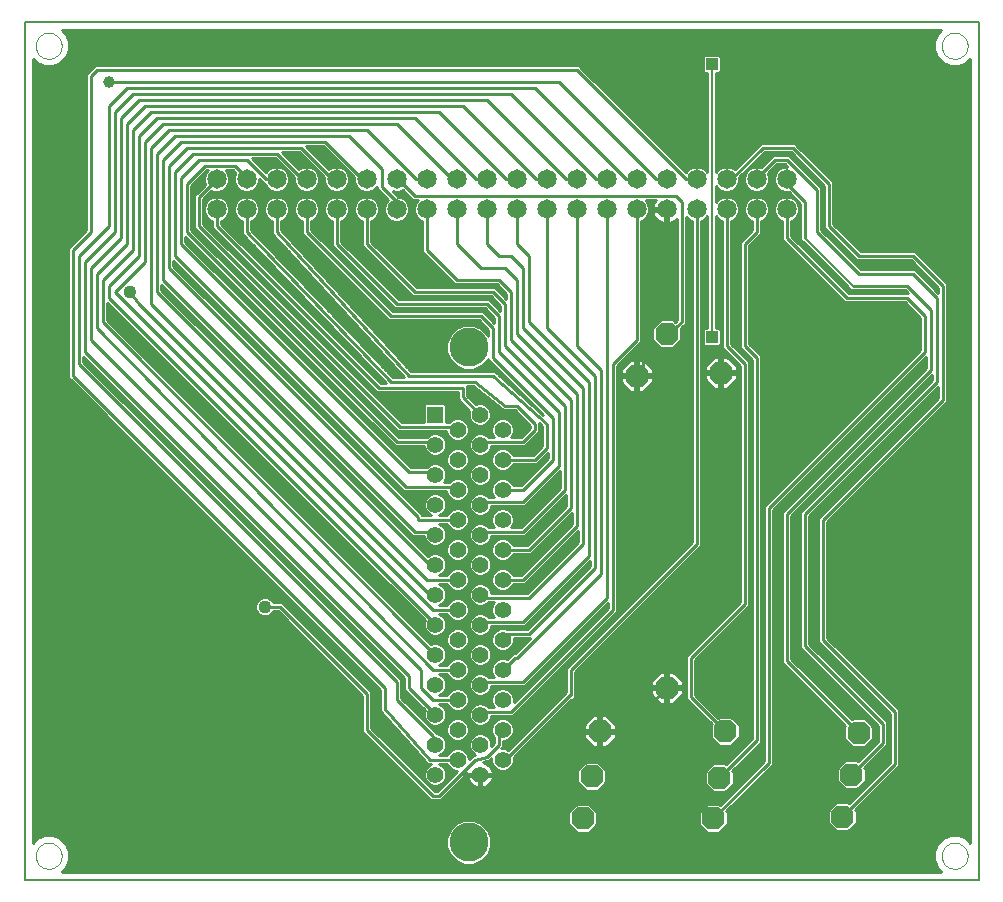
<source format=gbl>
G75*
%MOIN*%
%OFA0B0*%
%FSLAX24Y24*%
%IPPOS*%
%LPD*%
%AMOC8*
5,1,8,0,0,1.08239X$1,22.5*
%
%ADD10C,0.0050*%
%ADD11C,0.0000*%
%ADD12OC8,0.0760*%
%ADD13C,0.0650*%
%ADD14R,0.0551X0.0551*%
%ADD15C,0.0551*%
%ADD16C,0.1299*%
%ADD17C,0.0100*%
%ADD18C,0.0396*%
%ADD19C,0.0436*%
%ADD20R,0.0396X0.0396*%
%ADD21C,0.0081*%
D10*
X000350Y000350D02*
X000350Y028950D01*
X032150Y028950D01*
X032150Y000350D01*
X000350Y000350D01*
D11*
X000717Y001150D02*
X000719Y001191D01*
X000725Y001232D01*
X000735Y001272D01*
X000748Y001311D01*
X000765Y001348D01*
X000786Y001384D01*
X000810Y001418D01*
X000837Y001449D01*
X000866Y001477D01*
X000899Y001503D01*
X000933Y001525D01*
X000970Y001544D01*
X001008Y001559D01*
X001048Y001571D01*
X001088Y001579D01*
X001129Y001583D01*
X001171Y001583D01*
X001212Y001579D01*
X001252Y001571D01*
X001292Y001559D01*
X001330Y001544D01*
X001366Y001525D01*
X001401Y001503D01*
X001434Y001477D01*
X001463Y001449D01*
X001490Y001418D01*
X001514Y001384D01*
X001535Y001348D01*
X001552Y001311D01*
X001565Y001272D01*
X001575Y001232D01*
X001581Y001191D01*
X001583Y001150D01*
X001581Y001109D01*
X001575Y001068D01*
X001565Y001028D01*
X001552Y000989D01*
X001535Y000952D01*
X001514Y000916D01*
X001490Y000882D01*
X001463Y000851D01*
X001434Y000823D01*
X001401Y000797D01*
X001367Y000775D01*
X001330Y000756D01*
X001292Y000741D01*
X001252Y000729D01*
X001212Y000721D01*
X001171Y000717D01*
X001129Y000717D01*
X001088Y000721D01*
X001048Y000729D01*
X001008Y000741D01*
X000970Y000756D01*
X000934Y000775D01*
X000899Y000797D01*
X000866Y000823D01*
X000837Y000851D01*
X000810Y000882D01*
X000786Y000916D01*
X000765Y000952D01*
X000748Y000989D01*
X000735Y001028D01*
X000725Y001068D01*
X000719Y001109D01*
X000717Y001150D01*
X000717Y028150D02*
X000719Y028191D01*
X000725Y028232D01*
X000735Y028272D01*
X000748Y028311D01*
X000765Y028348D01*
X000786Y028384D01*
X000810Y028418D01*
X000837Y028449D01*
X000866Y028477D01*
X000899Y028503D01*
X000933Y028525D01*
X000970Y028544D01*
X001008Y028559D01*
X001048Y028571D01*
X001088Y028579D01*
X001129Y028583D01*
X001171Y028583D01*
X001212Y028579D01*
X001252Y028571D01*
X001292Y028559D01*
X001330Y028544D01*
X001366Y028525D01*
X001401Y028503D01*
X001434Y028477D01*
X001463Y028449D01*
X001490Y028418D01*
X001514Y028384D01*
X001535Y028348D01*
X001552Y028311D01*
X001565Y028272D01*
X001575Y028232D01*
X001581Y028191D01*
X001583Y028150D01*
X001581Y028109D01*
X001575Y028068D01*
X001565Y028028D01*
X001552Y027989D01*
X001535Y027952D01*
X001514Y027916D01*
X001490Y027882D01*
X001463Y027851D01*
X001434Y027823D01*
X001401Y027797D01*
X001367Y027775D01*
X001330Y027756D01*
X001292Y027741D01*
X001252Y027729D01*
X001212Y027721D01*
X001171Y027717D01*
X001129Y027717D01*
X001088Y027721D01*
X001048Y027729D01*
X001008Y027741D01*
X000970Y027756D01*
X000934Y027775D01*
X000899Y027797D01*
X000866Y027823D01*
X000837Y027851D01*
X000810Y027882D01*
X000786Y027916D01*
X000765Y027952D01*
X000748Y027989D01*
X000735Y028028D01*
X000725Y028068D01*
X000719Y028109D01*
X000717Y028150D01*
X030917Y028150D02*
X030919Y028191D01*
X030925Y028232D01*
X030935Y028272D01*
X030948Y028311D01*
X030965Y028348D01*
X030986Y028384D01*
X031010Y028418D01*
X031037Y028449D01*
X031066Y028477D01*
X031099Y028503D01*
X031133Y028525D01*
X031170Y028544D01*
X031208Y028559D01*
X031248Y028571D01*
X031288Y028579D01*
X031329Y028583D01*
X031371Y028583D01*
X031412Y028579D01*
X031452Y028571D01*
X031492Y028559D01*
X031530Y028544D01*
X031566Y028525D01*
X031601Y028503D01*
X031634Y028477D01*
X031663Y028449D01*
X031690Y028418D01*
X031714Y028384D01*
X031735Y028348D01*
X031752Y028311D01*
X031765Y028272D01*
X031775Y028232D01*
X031781Y028191D01*
X031783Y028150D01*
X031781Y028109D01*
X031775Y028068D01*
X031765Y028028D01*
X031752Y027989D01*
X031735Y027952D01*
X031714Y027916D01*
X031690Y027882D01*
X031663Y027851D01*
X031634Y027823D01*
X031601Y027797D01*
X031567Y027775D01*
X031530Y027756D01*
X031492Y027741D01*
X031452Y027729D01*
X031412Y027721D01*
X031371Y027717D01*
X031329Y027717D01*
X031288Y027721D01*
X031248Y027729D01*
X031208Y027741D01*
X031170Y027756D01*
X031134Y027775D01*
X031099Y027797D01*
X031066Y027823D01*
X031037Y027851D01*
X031010Y027882D01*
X030986Y027916D01*
X030965Y027952D01*
X030948Y027989D01*
X030935Y028028D01*
X030925Y028068D01*
X030919Y028109D01*
X030917Y028150D01*
X030917Y001150D02*
X030919Y001191D01*
X030925Y001232D01*
X030935Y001272D01*
X030948Y001311D01*
X030965Y001348D01*
X030986Y001384D01*
X031010Y001418D01*
X031037Y001449D01*
X031066Y001477D01*
X031099Y001503D01*
X031133Y001525D01*
X031170Y001544D01*
X031208Y001559D01*
X031248Y001571D01*
X031288Y001579D01*
X031329Y001583D01*
X031371Y001583D01*
X031412Y001579D01*
X031452Y001571D01*
X031492Y001559D01*
X031530Y001544D01*
X031566Y001525D01*
X031601Y001503D01*
X031634Y001477D01*
X031663Y001449D01*
X031690Y001418D01*
X031714Y001384D01*
X031735Y001348D01*
X031752Y001311D01*
X031765Y001272D01*
X031775Y001232D01*
X031781Y001191D01*
X031783Y001150D01*
X031781Y001109D01*
X031775Y001068D01*
X031765Y001028D01*
X031752Y000989D01*
X031735Y000952D01*
X031714Y000916D01*
X031690Y000882D01*
X031663Y000851D01*
X031634Y000823D01*
X031601Y000797D01*
X031567Y000775D01*
X031530Y000756D01*
X031492Y000741D01*
X031452Y000729D01*
X031412Y000721D01*
X031371Y000717D01*
X031329Y000717D01*
X031288Y000721D01*
X031248Y000729D01*
X031208Y000741D01*
X031170Y000756D01*
X031134Y000775D01*
X031099Y000797D01*
X031066Y000823D01*
X031037Y000851D01*
X031010Y000882D01*
X030986Y000916D01*
X030965Y000952D01*
X030948Y000989D01*
X030935Y001028D01*
X030925Y001068D01*
X030919Y001109D01*
X030917Y001150D01*
D12*
X027900Y003850D03*
X028150Y005250D03*
X027600Y002450D03*
X023500Y003750D03*
X023300Y002400D03*
X023700Y005300D03*
X021750Y006750D03*
X019516Y005300D03*
X019250Y003800D03*
X018950Y002400D03*
X020750Y017150D03*
X021750Y018550D03*
X023550Y017250D03*
D13*
X023750Y022700D03*
X023750Y023700D03*
X022750Y023700D03*
X022750Y022700D03*
X021750Y022700D03*
X021750Y023700D03*
X020750Y023700D03*
X020750Y022700D03*
X019750Y022700D03*
X019750Y023700D03*
X018750Y023700D03*
X018750Y022700D03*
X017750Y022700D03*
X017750Y023700D03*
X016750Y023700D03*
X016750Y022700D03*
X015750Y022700D03*
X015750Y023700D03*
X014750Y023700D03*
X014750Y022700D03*
X013750Y022700D03*
X013750Y023700D03*
X012750Y023700D03*
X012750Y022700D03*
X011750Y022700D03*
X011750Y023700D03*
X010750Y023700D03*
X010750Y022700D03*
X009750Y022700D03*
X009750Y023700D03*
X008750Y023700D03*
X008750Y022700D03*
X007750Y022700D03*
X007750Y023700D03*
X006750Y023700D03*
X006750Y022700D03*
X024750Y022700D03*
X024750Y023700D03*
X025750Y023700D03*
X025750Y022700D03*
D14*
X014025Y015850D03*
D15*
X014779Y015350D03*
X015527Y015850D03*
X016281Y015350D03*
X015531Y014850D03*
X014781Y014350D03*
X015531Y013850D03*
X014781Y013350D03*
X015531Y012850D03*
X014781Y012350D03*
X015531Y011850D03*
X014781Y011350D03*
X015531Y010850D03*
X014781Y010350D03*
X015531Y009850D03*
X014781Y009350D03*
X015531Y008850D03*
X014781Y008350D03*
X015531Y007850D03*
X014781Y007350D03*
X015531Y006850D03*
X014781Y006350D03*
X015531Y005850D03*
X014781Y005350D03*
X015531Y004850D03*
X014781Y004350D03*
X015531Y003850D03*
X016281Y004350D03*
X016281Y005350D03*
X016281Y006350D03*
X016281Y007350D03*
X016281Y008350D03*
X016281Y009350D03*
X016281Y010350D03*
X016281Y011350D03*
X016281Y012350D03*
X016281Y013350D03*
X016281Y014350D03*
X014031Y013850D03*
X014031Y014850D03*
X014031Y012850D03*
X014031Y011850D03*
X014031Y010850D03*
X014031Y009850D03*
X014031Y008850D03*
X014031Y007850D03*
X014031Y006850D03*
X014031Y005850D03*
X014031Y004850D03*
X014031Y003850D03*
D16*
X015150Y001600D03*
X015150Y018100D03*
D17*
X015675Y018635D02*
X015800Y018635D01*
X015800Y018688D02*
X015800Y018490D01*
X015785Y018525D01*
X015575Y018735D01*
X015299Y018850D01*
X015001Y018850D01*
X014725Y018735D01*
X014515Y018525D01*
X014400Y018249D01*
X014400Y017951D01*
X014515Y017675D01*
X014725Y017465D01*
X015001Y017350D01*
X015299Y017350D01*
X015575Y017465D01*
X015785Y017675D01*
X015800Y017710D01*
X015800Y017688D01*
X017635Y015853D01*
X016053Y017259D01*
X016012Y017300D01*
X016007Y017300D01*
X016003Y017303D01*
X015946Y017300D01*
X013216Y017300D01*
X008900Y022008D01*
X008900Y022302D01*
X008991Y022340D01*
X009110Y022459D01*
X009175Y022616D01*
X009175Y022784D01*
X009110Y022941D01*
X008991Y023060D01*
X008834Y023125D01*
X008666Y023125D01*
X008509Y023060D01*
X008390Y022941D01*
X008325Y022784D01*
X008325Y022616D01*
X008390Y022459D01*
X008509Y022340D01*
X008600Y022302D01*
X008600Y021953D01*
X008597Y021894D01*
X008600Y021892D01*
X008600Y021888D01*
X008642Y021846D01*
X012992Y017100D01*
X012614Y017100D01*
X007900Y022010D01*
X007900Y022302D01*
X007991Y022340D01*
X008110Y022459D01*
X008175Y022616D01*
X008175Y022784D01*
X008110Y022941D01*
X007991Y023060D01*
X007834Y023125D01*
X007666Y023125D01*
X007509Y023060D01*
X007390Y022941D01*
X007325Y022784D01*
X007325Y022616D01*
X007390Y022459D01*
X007509Y022340D01*
X007600Y022302D01*
X007600Y021952D01*
X007599Y021891D01*
X007600Y021890D01*
X007600Y021888D01*
X007643Y021845D01*
X012390Y016900D01*
X012212Y016900D01*
X006900Y022212D01*
X006900Y022302D01*
X006991Y022340D01*
X007110Y022459D01*
X007175Y022616D01*
X007175Y022784D01*
X007110Y022941D01*
X006991Y023060D01*
X006834Y023125D01*
X006666Y023125D01*
X006509Y023060D01*
X006390Y022941D01*
X006325Y022784D01*
X006325Y022616D01*
X006390Y022459D01*
X006509Y022340D01*
X006600Y022302D01*
X006600Y022088D01*
X012000Y016688D01*
X012088Y016600D01*
X014800Y016600D01*
X014800Y016365D01*
X015177Y015987D01*
X015151Y015925D01*
X015151Y015775D01*
X015209Y015637D01*
X015314Y015532D01*
X015452Y015474D01*
X015602Y015474D01*
X015740Y015532D01*
X015845Y015637D01*
X015903Y015775D01*
X015903Y015925D01*
X015845Y016063D01*
X015740Y016168D01*
X015602Y016226D01*
X015452Y016226D01*
X015390Y016200D01*
X015100Y016489D01*
X015100Y016800D01*
X015297Y016800D01*
X016250Y016038D01*
X016288Y016000D01*
X016297Y016000D01*
X016305Y015994D01*
X016358Y016000D01*
X016688Y016000D01*
X017200Y015488D01*
X017200Y015412D01*
X016888Y015100D01*
X016562Y015100D01*
X016599Y015137D01*
X016656Y015275D01*
X016656Y015425D01*
X016599Y015563D01*
X016494Y015668D01*
X016356Y015726D01*
X016206Y015726D01*
X016068Y015668D01*
X015962Y015563D01*
X015905Y015425D01*
X015905Y015275D01*
X015962Y015137D01*
X016000Y015100D01*
X015812Y015100D01*
X015744Y015168D01*
X015606Y015226D01*
X015456Y015226D01*
X015318Y015168D01*
X015212Y015063D01*
X015155Y014925D01*
X015155Y014775D01*
X015212Y014637D01*
X015318Y014532D01*
X015456Y014474D01*
X015606Y014474D01*
X015744Y014532D01*
X015849Y014637D01*
X015906Y014775D01*
X015906Y014800D01*
X017012Y014800D01*
X017100Y014888D01*
X017500Y015288D01*
X017500Y015572D01*
X017600Y015483D01*
X017600Y014812D01*
X017288Y014500D01*
X016625Y014500D01*
X016599Y014563D01*
X016494Y014668D01*
X016356Y014726D01*
X016206Y014726D01*
X016068Y014668D01*
X015962Y014563D01*
X015905Y014425D01*
X015905Y014275D01*
X015962Y014137D01*
X016068Y014032D01*
X016206Y013974D01*
X016356Y013974D01*
X016494Y014032D01*
X016599Y014137D01*
X016625Y014200D01*
X017412Y014200D01*
X017500Y014288D01*
X017800Y014588D01*
X017800Y014412D01*
X016888Y013500D01*
X016625Y013500D01*
X016599Y013563D01*
X016494Y013668D01*
X016356Y013726D01*
X016206Y013726D01*
X016068Y013668D01*
X015962Y013563D01*
X015905Y013425D01*
X015905Y013275D01*
X015962Y013137D01*
X016000Y013100D01*
X015812Y013100D01*
X015744Y013168D01*
X015606Y013226D01*
X015456Y013226D01*
X015318Y013168D01*
X015212Y013063D01*
X015155Y012925D01*
X015155Y012775D01*
X015212Y012637D01*
X015318Y012532D01*
X015456Y012474D01*
X015606Y012474D01*
X015744Y012532D01*
X015849Y012637D01*
X015906Y012775D01*
X015906Y012800D01*
X017012Y012800D01*
X017100Y012888D01*
X018200Y013988D01*
X018200Y013412D01*
X016888Y012100D01*
X016562Y012100D01*
X016599Y012137D01*
X016656Y012275D01*
X016656Y012425D01*
X016599Y012563D01*
X016494Y012668D01*
X016356Y012726D01*
X016206Y012726D01*
X016068Y012668D01*
X015962Y012563D01*
X015905Y012425D01*
X015905Y012275D01*
X015962Y012137D01*
X016000Y012100D01*
X015812Y012100D01*
X015744Y012168D01*
X015606Y012226D01*
X015456Y012226D01*
X015318Y012168D01*
X015212Y012063D01*
X015155Y011925D01*
X015155Y011775D01*
X015212Y011637D01*
X015318Y011532D01*
X015456Y011474D01*
X015606Y011474D01*
X015744Y011532D01*
X015849Y011637D01*
X015906Y011775D01*
X015906Y011800D01*
X017012Y011800D01*
X017100Y011888D01*
X018400Y013188D01*
X018400Y012812D01*
X017088Y011500D01*
X016625Y011500D01*
X016599Y011563D01*
X016494Y011668D01*
X016356Y011726D01*
X016206Y011726D01*
X016068Y011668D01*
X015962Y011563D01*
X015905Y011425D01*
X015905Y011275D01*
X015962Y011137D01*
X016068Y011032D01*
X016206Y010974D01*
X016356Y010974D01*
X016494Y011032D01*
X016599Y011137D01*
X016625Y011200D01*
X017212Y011200D01*
X017300Y011288D01*
X018600Y012588D01*
X018600Y012212D01*
X016888Y010500D01*
X016625Y010500D01*
X016599Y010563D01*
X016494Y010668D01*
X016356Y010726D01*
X016206Y010726D01*
X016068Y010668D01*
X015962Y010563D01*
X015905Y010425D01*
X015905Y010275D01*
X015962Y010137D01*
X016068Y010032D01*
X016206Y009974D01*
X016356Y009974D01*
X016494Y010032D01*
X016599Y010137D01*
X016625Y010200D01*
X017012Y010200D01*
X017100Y010288D01*
X018800Y011988D01*
X018800Y011612D01*
X017088Y009900D01*
X015906Y009900D01*
X015906Y009925D01*
X015849Y010063D01*
X015744Y010168D01*
X015606Y010226D01*
X015456Y010226D01*
X015318Y010168D01*
X015212Y010063D01*
X015155Y009925D01*
X015155Y009775D01*
X015212Y009637D01*
X015318Y009532D01*
X015456Y009474D01*
X015606Y009474D01*
X015606Y009475D02*
X015926Y009475D01*
X015905Y009425D02*
X015962Y009563D01*
X016000Y009600D01*
X015812Y009600D01*
X015744Y009532D01*
X015606Y009474D01*
X015456Y009475D02*
X015136Y009475D01*
X015156Y009425D02*
X015099Y009563D01*
X014994Y009668D01*
X014856Y009726D01*
X014706Y009726D01*
X014568Y009668D01*
X014462Y009563D01*
X014437Y009500D01*
X014167Y009500D01*
X014244Y009532D01*
X014349Y009637D01*
X014406Y009775D01*
X014406Y009925D01*
X014349Y010063D01*
X014244Y010168D01*
X014167Y010200D01*
X014437Y010200D01*
X014462Y010137D01*
X014568Y010032D01*
X014706Y009974D01*
X014856Y009974D01*
X014994Y010032D01*
X015099Y010137D01*
X015156Y010275D01*
X015156Y010425D01*
X015099Y010563D01*
X014994Y010668D01*
X014856Y010726D01*
X014706Y010726D01*
X014568Y010668D01*
X014462Y010563D01*
X014437Y010500D01*
X014167Y010500D01*
X014244Y010532D01*
X014349Y010637D01*
X014406Y010775D01*
X014406Y010925D01*
X014349Y011063D01*
X014244Y011168D01*
X014106Y011226D01*
X013956Y011226D01*
X013818Y011168D01*
X013781Y011131D01*
X004900Y020012D01*
X004900Y020188D01*
X013200Y011888D01*
X013288Y011800D01*
X013655Y011800D01*
X013655Y011775D01*
X013712Y011637D01*
X013818Y011532D01*
X013956Y011474D01*
X014106Y011474D01*
X014244Y011532D01*
X014349Y011637D01*
X014406Y011775D01*
X014406Y011925D01*
X014349Y012063D01*
X014244Y012168D01*
X014167Y012200D01*
X014437Y012200D01*
X014462Y012137D01*
X014568Y012032D01*
X014706Y011974D01*
X014856Y011974D01*
X014994Y012032D01*
X015099Y012137D01*
X015156Y012275D01*
X015156Y012425D01*
X015099Y012563D01*
X014994Y012668D01*
X014856Y012726D01*
X014706Y012726D01*
X014568Y012668D01*
X014462Y012563D01*
X014437Y012500D01*
X014167Y012500D01*
X014244Y012532D01*
X014349Y012637D01*
X014406Y012775D01*
X014406Y012925D01*
X014349Y013063D01*
X014244Y013168D01*
X014106Y013226D01*
X013956Y013226D01*
X013818Y013168D01*
X013712Y013063D01*
X013655Y012925D01*
X013655Y012775D01*
X013712Y012637D01*
X013818Y012532D01*
X013894Y012500D01*
X013600Y012500D01*
X013600Y012512D01*
X013512Y012600D01*
X005300Y020812D01*
X005300Y020988D01*
X012900Y013388D01*
X012988Y013300D01*
X014405Y013300D01*
X014405Y013275D01*
X014462Y013137D01*
X014568Y013032D01*
X014706Y012974D01*
X014856Y012974D01*
X014994Y013032D01*
X015099Y013137D01*
X015156Y013275D01*
X015156Y013425D01*
X015099Y013563D01*
X014994Y013668D01*
X014856Y013726D01*
X014706Y013726D01*
X014568Y013668D01*
X014500Y013600D01*
X014312Y013600D01*
X014349Y013637D01*
X014406Y013775D01*
X014406Y013925D01*
X014349Y014063D01*
X014244Y014168D01*
X014106Y014226D01*
X013956Y014226D01*
X013818Y014168D01*
X013750Y014100D01*
X013212Y014100D01*
X005700Y021612D01*
X005700Y021788D01*
X012688Y014800D01*
X013655Y014800D01*
X013655Y014775D01*
X013712Y014637D01*
X013818Y014532D01*
X013956Y014474D01*
X014106Y014474D01*
X014244Y014532D01*
X014349Y014637D01*
X014406Y014775D01*
X014406Y014925D01*
X014349Y015063D01*
X014244Y015168D01*
X014106Y015226D01*
X013956Y015226D01*
X013818Y015168D01*
X013750Y015100D01*
X012812Y015100D01*
X005900Y022012D01*
X005900Y023488D01*
X006412Y024000D01*
X006449Y024000D01*
X006390Y023941D01*
X006325Y023784D01*
X006325Y023616D01*
X006363Y023525D01*
X006088Y023250D01*
X006000Y023162D01*
X006000Y022088D01*
X012700Y015388D01*
X012788Y015300D01*
X014403Y015300D01*
X014403Y015275D01*
X014461Y015137D01*
X014566Y015032D01*
X014704Y014974D01*
X014854Y014974D01*
X014992Y015032D01*
X015097Y015137D01*
X015155Y015275D01*
X015155Y015425D01*
X015097Y015563D01*
X014992Y015668D01*
X014854Y015726D01*
X014704Y015726D01*
X014566Y015668D01*
X014498Y015600D01*
X014401Y015600D01*
X014401Y016167D01*
X014342Y016226D01*
X013708Y016226D01*
X013649Y016167D01*
X013649Y015600D01*
X012912Y015600D01*
X006300Y022212D01*
X006300Y023038D01*
X006575Y023313D01*
X006666Y023275D01*
X006834Y023275D01*
X006991Y023340D01*
X007110Y023459D01*
X007175Y023616D01*
X007175Y023784D01*
X007110Y023941D01*
X007051Y024000D01*
X007288Y024000D01*
X007377Y023910D01*
X007325Y023784D01*
X007325Y023616D01*
X007390Y023459D01*
X007509Y023340D01*
X007666Y023275D01*
X007834Y023275D01*
X007991Y023340D01*
X008110Y023459D01*
X008175Y023616D01*
X008175Y023713D01*
X008338Y023550D01*
X008352Y023550D01*
X008390Y023459D01*
X008509Y023340D01*
X008666Y023275D01*
X008834Y023275D01*
X008991Y023340D01*
X009110Y023459D01*
X009175Y023616D01*
X009175Y023784D01*
X009110Y023941D01*
X008991Y024060D01*
X008834Y024125D01*
X008666Y024125D01*
X008509Y024060D01*
X008390Y023941D01*
X008384Y023928D01*
X007912Y024400D01*
X008688Y024400D01*
X009325Y023763D01*
X009325Y023616D01*
X009390Y023459D01*
X009509Y023340D01*
X009666Y023275D01*
X009834Y023275D01*
X009991Y023340D01*
X010110Y023459D01*
X010175Y023616D01*
X010175Y023784D01*
X010110Y023941D01*
X009991Y024060D01*
X009834Y024125D01*
X009666Y024125D01*
X009509Y024060D01*
X009481Y024031D01*
X008912Y024600D01*
X009488Y024600D01*
X010325Y023763D01*
X010325Y023616D01*
X010390Y023459D01*
X010509Y023340D01*
X010666Y023275D01*
X010834Y023275D01*
X010991Y023340D01*
X011110Y023459D01*
X011175Y023616D01*
X011175Y023784D01*
X011110Y023941D01*
X010991Y024060D01*
X010834Y024125D01*
X010666Y024125D01*
X010509Y024060D01*
X010481Y024031D01*
X009712Y024800D01*
X010288Y024800D01*
X011325Y023763D01*
X011325Y023616D01*
X011390Y023459D01*
X011509Y023340D01*
X011666Y023275D01*
X011834Y023275D01*
X011991Y023340D01*
X012100Y023449D01*
X012100Y023388D01*
X012469Y023019D01*
X012390Y022941D01*
X012325Y022784D01*
X012325Y022616D01*
X012390Y022459D01*
X012509Y022340D01*
X012666Y022275D01*
X012834Y022275D01*
X012991Y022340D01*
X013110Y022459D01*
X013175Y022616D01*
X013175Y022784D01*
X013110Y022941D01*
X012991Y023060D01*
X012834Y023125D01*
X012787Y023125D01*
X012617Y023295D01*
X012666Y023275D01*
X012834Y023275D01*
X012960Y023327D01*
X013200Y023088D01*
X013200Y023088D01*
X013288Y023000D01*
X013449Y023000D01*
X013390Y022941D01*
X013325Y022784D01*
X013325Y022616D01*
X013390Y022459D01*
X013509Y022340D01*
X013600Y022302D01*
X013600Y021288D01*
X014600Y020288D01*
X014688Y020200D01*
X016088Y020200D01*
X016400Y019888D01*
X016400Y019712D01*
X016012Y020100D01*
X013412Y020100D01*
X011900Y021612D01*
X011900Y022302D01*
X011991Y022340D01*
X012110Y022459D01*
X012175Y022616D01*
X012175Y022784D01*
X012110Y022941D01*
X011991Y023060D01*
X011834Y023125D01*
X011666Y023125D01*
X011509Y023060D01*
X011390Y022941D01*
X011325Y022784D01*
X011325Y022616D01*
X011390Y022459D01*
X011509Y022340D01*
X011600Y022302D01*
X011600Y021488D01*
X013200Y019888D01*
X013288Y019800D01*
X015888Y019800D01*
X016200Y019488D01*
X016200Y019312D01*
X015812Y019700D01*
X012812Y019700D01*
X010900Y021612D01*
X010900Y022302D01*
X010991Y022340D01*
X011110Y022459D01*
X011175Y022616D01*
X011175Y022784D01*
X011110Y022941D01*
X010991Y023060D01*
X010834Y023125D01*
X010666Y023125D01*
X010509Y023060D01*
X010390Y022941D01*
X010325Y022784D01*
X010325Y022616D01*
X010390Y022459D01*
X010509Y022340D01*
X010600Y022302D01*
X010600Y021488D01*
X012600Y019488D01*
X012688Y019400D01*
X015688Y019400D01*
X016000Y019088D01*
X016000Y018912D01*
X015612Y019300D01*
X012612Y019300D01*
X009900Y022012D01*
X009900Y022302D01*
X009991Y022340D01*
X010110Y022459D01*
X010175Y022616D01*
X010175Y022784D01*
X010110Y022941D01*
X009991Y023060D01*
X009834Y023125D01*
X009666Y023125D01*
X009509Y023060D01*
X009390Y022941D01*
X009325Y022784D01*
X009325Y022616D01*
X009390Y022459D01*
X009509Y022340D01*
X009600Y022302D01*
X009600Y021888D01*
X012400Y019088D01*
X012488Y019000D01*
X015488Y019000D01*
X015800Y018688D01*
X015754Y018734D02*
X015577Y018734D01*
X015656Y018832D02*
X015341Y018832D01*
X015557Y018931D02*
X011721Y018931D01*
X011631Y019029D02*
X012459Y019029D01*
X012360Y019128D02*
X011541Y019128D01*
X011450Y019226D02*
X012262Y019226D01*
X012163Y019325D02*
X011360Y019325D01*
X011270Y019423D02*
X012065Y019423D01*
X011966Y019522D02*
X011180Y019522D01*
X011089Y019620D02*
X011868Y019620D01*
X011769Y019719D02*
X010999Y019719D01*
X010909Y019817D02*
X011671Y019817D01*
X011572Y019916D02*
X010818Y019916D01*
X010728Y020014D02*
X011474Y020014D01*
X011375Y020113D02*
X010638Y020113D01*
X010548Y020211D02*
X011277Y020211D01*
X011178Y020310D02*
X010457Y020310D01*
X010367Y020408D02*
X011080Y020408D01*
X010981Y020507D02*
X010277Y020507D01*
X010186Y020605D02*
X010883Y020605D01*
X010784Y020704D02*
X010096Y020704D01*
X010006Y020802D02*
X010686Y020802D01*
X010587Y020901D02*
X009915Y020901D01*
X009825Y020999D02*
X010489Y020999D01*
X010390Y021098D02*
X009735Y021098D01*
X009645Y021196D02*
X010292Y021196D01*
X010193Y021295D02*
X009554Y021295D01*
X009464Y021393D02*
X010095Y021393D01*
X009996Y021492D02*
X009374Y021492D01*
X009283Y021590D02*
X009898Y021590D01*
X009799Y021689D02*
X009193Y021689D01*
X009103Y021787D02*
X009701Y021787D01*
X009602Y021886D02*
X009013Y021886D01*
X008922Y021984D02*
X009600Y021984D01*
X009600Y022083D02*
X008900Y022083D01*
X008900Y022181D02*
X009600Y022181D01*
X009600Y022280D02*
X008900Y022280D01*
X009029Y022378D02*
X009471Y022378D01*
X009383Y022477D02*
X009117Y022477D01*
X009158Y022575D02*
X009342Y022575D01*
X009325Y022674D02*
X009175Y022674D01*
X009175Y022772D02*
X009325Y022772D01*
X009361Y022871D02*
X009139Y022871D01*
X009082Y022969D02*
X009418Y022969D01*
X009527Y023068D02*
X008973Y023068D01*
X009014Y023363D02*
X009486Y023363D01*
X009389Y023462D02*
X009111Y023462D01*
X009152Y023560D02*
X009348Y023560D01*
X009325Y023659D02*
X009175Y023659D01*
X009175Y023757D02*
X009325Y023757D01*
X009232Y023856D02*
X009145Y023856D01*
X009134Y023954D02*
X009097Y023954D01*
X009035Y024053D02*
X008998Y024053D01*
X008937Y024151D02*
X008161Y024151D01*
X008260Y024053D02*
X008502Y024053D01*
X008403Y023954D02*
X008358Y023954D01*
X008400Y023700D02*
X007750Y024350D01*
X006150Y024350D01*
X005550Y023750D01*
X005550Y021550D01*
X013150Y013950D01*
X014031Y013950D01*
X014031Y013850D01*
X014379Y013710D02*
X014669Y013710D01*
X014511Y013612D02*
X014324Y013612D01*
X014406Y013809D02*
X015155Y013809D01*
X015155Y013775D02*
X015212Y013637D01*
X015318Y013532D01*
X015456Y013474D01*
X015606Y013474D01*
X015744Y013532D01*
X015849Y013637D01*
X015906Y013775D01*
X015906Y013925D01*
X015849Y014063D01*
X015744Y014168D01*
X015606Y014226D01*
X015456Y014226D01*
X015318Y014168D01*
X015212Y014063D01*
X015155Y013925D01*
X015155Y013775D01*
X015182Y013710D02*
X014893Y013710D01*
X015051Y013612D02*
X015238Y013612D01*
X015120Y013513D02*
X015363Y013513D01*
X015156Y013415D02*
X015905Y013415D01*
X015905Y013316D02*
X015156Y013316D01*
X015133Y013218D02*
X015437Y013218D01*
X015625Y013218D02*
X015929Y013218D01*
X015981Y013119D02*
X015793Y013119D01*
X015631Y012950D02*
X015531Y012850D01*
X015631Y012950D02*
X016950Y012950D01*
X018150Y014150D01*
X018150Y015950D01*
X016150Y017950D01*
X016150Y019150D01*
X015750Y019550D01*
X012750Y019550D01*
X010750Y021550D01*
X010750Y022700D01*
X011139Y022871D02*
X011361Y022871D01*
X011325Y022772D02*
X011175Y022772D01*
X011175Y022674D02*
X011325Y022674D01*
X011342Y022575D02*
X011158Y022575D01*
X011117Y022477D02*
X011383Y022477D01*
X011471Y022378D02*
X011029Y022378D01*
X010900Y022280D02*
X011600Y022280D01*
X011600Y022181D02*
X010900Y022181D01*
X010900Y022083D02*
X011600Y022083D01*
X011600Y021984D02*
X010900Y021984D01*
X010900Y021886D02*
X011600Y021886D01*
X011600Y021787D02*
X010900Y021787D01*
X010900Y021689D02*
X011600Y021689D01*
X011600Y021590D02*
X010922Y021590D01*
X011021Y021492D02*
X011600Y021492D01*
X011695Y021393D02*
X011119Y021393D01*
X011218Y021295D02*
X011793Y021295D01*
X011892Y021196D02*
X011316Y021196D01*
X011415Y021098D02*
X011990Y021098D01*
X012089Y020999D02*
X011513Y020999D01*
X011612Y020901D02*
X012187Y020901D01*
X012286Y020802D02*
X011710Y020802D01*
X011809Y020704D02*
X012384Y020704D01*
X012483Y020605D02*
X011907Y020605D01*
X012006Y020507D02*
X012581Y020507D01*
X012680Y020408D02*
X012104Y020408D01*
X012203Y020310D02*
X012778Y020310D01*
X012877Y020211D02*
X012301Y020211D01*
X012400Y020113D02*
X012975Y020113D01*
X013074Y020014D02*
X012498Y020014D01*
X012597Y019916D02*
X013172Y019916D01*
X013271Y019817D02*
X012695Y019817D01*
X012794Y019719D02*
X015969Y019719D01*
X015892Y019620D02*
X016068Y019620D01*
X015991Y019522D02*
X016166Y019522D01*
X016200Y019423D02*
X016089Y019423D01*
X016188Y019325D02*
X016200Y019325D01*
X016350Y019550D02*
X016350Y018150D01*
X018350Y016150D01*
X018350Y013350D01*
X016950Y011950D01*
X015631Y011950D01*
X015531Y011850D01*
X015155Y011839D02*
X014406Y011839D01*
X014401Y011937D02*
X015160Y011937D01*
X015201Y012036D02*
X014998Y012036D01*
X015096Y012134D02*
X015284Y012134D01*
X015139Y012233D02*
X015923Y012233D01*
X015905Y012331D02*
X015156Y012331D01*
X015154Y012430D02*
X015907Y012430D01*
X015948Y012528D02*
X015735Y012528D01*
X015839Y012627D02*
X016026Y012627D01*
X015886Y012725D02*
X016205Y012725D01*
X016357Y012725D02*
X017513Y012725D01*
X017611Y012824D02*
X017036Y012824D01*
X017134Y012922D02*
X017710Y012922D01*
X017808Y013021D02*
X017233Y013021D01*
X017331Y013119D02*
X017907Y013119D01*
X018005Y013218D02*
X017430Y013218D01*
X017528Y013316D02*
X018104Y013316D01*
X018200Y013415D02*
X017627Y013415D01*
X017725Y013513D02*
X018200Y013513D01*
X018200Y013612D02*
X017824Y013612D01*
X017922Y013710D02*
X018200Y013710D01*
X018200Y013809D02*
X018021Y013809D01*
X018119Y013907D02*
X018200Y013907D01*
X017950Y014350D02*
X016950Y013350D01*
X016281Y013350D01*
X016551Y013612D02*
X016999Y013612D01*
X017098Y013710D02*
X016393Y013710D01*
X016169Y013710D02*
X015879Y013710D01*
X015906Y013809D02*
X017196Y013809D01*
X017295Y013907D02*
X015906Y013907D01*
X015873Y014006D02*
X016131Y014006D01*
X015996Y014104D02*
X015808Y014104D01*
X015935Y014203D02*
X015661Y014203D01*
X015401Y014203D02*
X015126Y014203D01*
X015099Y014137D02*
X015156Y014275D01*
X015156Y014425D01*
X015099Y014563D01*
X014994Y014668D01*
X014856Y014726D01*
X014706Y014726D01*
X014568Y014668D01*
X014462Y014563D01*
X014405Y014425D01*
X014405Y014275D01*
X014462Y014137D01*
X014568Y014032D01*
X014706Y013974D01*
X014856Y013974D01*
X014994Y014032D01*
X015099Y014137D01*
X015066Y014104D02*
X015254Y014104D01*
X015189Y014006D02*
X014931Y014006D01*
X015155Y013907D02*
X014406Y013907D01*
X014373Y014006D02*
X014631Y014006D01*
X014496Y014104D02*
X014308Y014104D01*
X014435Y014203D02*
X014161Y014203D01*
X013901Y014203D02*
X013110Y014203D01*
X013011Y014301D02*
X014405Y014301D01*
X014405Y014400D02*
X012913Y014400D01*
X012814Y014498D02*
X013899Y014498D01*
X013753Y014597D02*
X012716Y014597D01*
X012617Y014695D02*
X013689Y014695D01*
X013655Y014794D02*
X012519Y014794D01*
X012596Y014892D02*
X012420Y014892D01*
X012497Y014991D02*
X012322Y014991D01*
X012399Y015089D02*
X012223Y015089D01*
X012300Y015188D02*
X012125Y015188D01*
X012202Y015286D02*
X012026Y015286D01*
X012103Y015385D02*
X011928Y015385D01*
X012005Y015483D02*
X011829Y015483D01*
X011906Y015582D02*
X011731Y015582D01*
X011808Y015680D02*
X011632Y015680D01*
X011709Y015779D02*
X011534Y015779D01*
X011611Y015877D02*
X011435Y015877D01*
X011512Y015976D02*
X011337Y015976D01*
X011414Y016074D02*
X011238Y016074D01*
X011315Y016173D02*
X011140Y016173D01*
X011217Y016271D02*
X011041Y016271D01*
X011118Y016370D02*
X010943Y016370D01*
X011020Y016468D02*
X010844Y016468D01*
X010921Y016567D02*
X010746Y016567D01*
X010823Y016665D02*
X010647Y016665D01*
X010724Y016764D02*
X010549Y016764D01*
X010626Y016862D02*
X010450Y016862D01*
X010527Y016961D02*
X010352Y016961D01*
X010429Y017059D02*
X010253Y017059D01*
X010330Y017158D02*
X010155Y017158D01*
X010232Y017256D02*
X010056Y017256D01*
X010133Y017355D02*
X009958Y017355D01*
X010035Y017453D02*
X009859Y017453D01*
X009936Y017552D02*
X009761Y017552D01*
X009838Y017650D02*
X009662Y017650D01*
X009739Y017749D02*
X009564Y017749D01*
X009641Y017847D02*
X009465Y017847D01*
X009542Y017946D02*
X009367Y017946D01*
X009444Y018044D02*
X009268Y018044D01*
X009345Y018143D02*
X009170Y018143D01*
X009247Y018241D02*
X009071Y018241D01*
X009148Y018340D02*
X008973Y018340D01*
X009050Y018438D02*
X008874Y018438D01*
X008951Y018537D02*
X008776Y018537D01*
X008853Y018635D02*
X008677Y018635D01*
X008754Y018734D02*
X008579Y018734D01*
X008656Y018832D02*
X008480Y018832D01*
X008557Y018931D02*
X008382Y018931D01*
X008459Y019029D02*
X008283Y019029D01*
X008360Y019128D02*
X008185Y019128D01*
X008262Y019226D02*
X008086Y019226D01*
X008163Y019325D02*
X007988Y019325D01*
X008065Y019423D02*
X007889Y019423D01*
X007966Y019522D02*
X007791Y019522D01*
X007868Y019620D02*
X007692Y019620D01*
X007769Y019719D02*
X007594Y019719D01*
X007671Y019817D02*
X007495Y019817D01*
X007572Y019916D02*
X007397Y019916D01*
X007474Y020014D02*
X007298Y020014D01*
X007375Y020113D02*
X007200Y020113D01*
X007277Y020211D02*
X007101Y020211D01*
X007178Y020310D02*
X007003Y020310D01*
X007080Y020408D02*
X006904Y020408D01*
X006981Y020507D02*
X006806Y020507D01*
X006883Y020605D02*
X006707Y020605D01*
X006784Y020704D02*
X006609Y020704D01*
X006686Y020802D02*
X006510Y020802D01*
X006587Y020901D02*
X006412Y020901D01*
X006489Y020999D02*
X006313Y020999D01*
X006390Y021098D02*
X006215Y021098D01*
X006292Y021196D02*
X006116Y021196D01*
X006193Y021295D02*
X006018Y021295D01*
X006095Y021393D02*
X005919Y021393D01*
X005996Y021492D02*
X005821Y021492D01*
X005898Y021590D02*
X005722Y021590D01*
X005700Y021689D02*
X005799Y021689D01*
X005701Y021787D02*
X005700Y021787D01*
X005750Y021950D02*
X005750Y023550D01*
X006350Y024150D01*
X007350Y024150D01*
X007750Y023750D01*
X007750Y023700D01*
X007355Y023856D02*
X007145Y023856D01*
X007175Y023757D02*
X007325Y023757D01*
X007325Y023659D02*
X007175Y023659D01*
X007152Y023560D02*
X007348Y023560D01*
X007389Y023462D02*
X007111Y023462D01*
X007014Y023363D02*
X007486Y023363D01*
X007527Y023068D02*
X006973Y023068D01*
X007082Y022969D02*
X007418Y022969D01*
X007361Y022871D02*
X007139Y022871D01*
X007175Y022772D02*
X007325Y022772D01*
X007325Y022674D02*
X007175Y022674D01*
X007158Y022575D02*
X007342Y022575D01*
X007383Y022477D02*
X007117Y022477D01*
X007029Y022378D02*
X007471Y022378D01*
X007600Y022280D02*
X006900Y022280D01*
X006931Y022181D02*
X007600Y022181D01*
X007600Y022083D02*
X007030Y022083D01*
X007128Y021984D02*
X007600Y021984D01*
X007602Y021886D02*
X007227Y021886D01*
X007325Y021787D02*
X007698Y021787D01*
X007793Y021689D02*
X007424Y021689D01*
X007522Y021590D02*
X007888Y021590D01*
X007982Y021492D02*
X007621Y021492D01*
X007719Y021393D02*
X008077Y021393D01*
X008171Y021295D02*
X007818Y021295D01*
X007916Y021196D02*
X008266Y021196D01*
X008360Y021098D02*
X008015Y021098D01*
X008113Y020999D02*
X008455Y020999D01*
X008550Y020901D02*
X008212Y020901D01*
X008310Y020802D02*
X008644Y020802D01*
X008739Y020704D02*
X008409Y020704D01*
X008507Y020605D02*
X008833Y020605D01*
X008928Y020507D02*
X008606Y020507D01*
X008704Y020408D02*
X009022Y020408D01*
X009117Y020310D02*
X008803Y020310D01*
X008901Y020211D02*
X009211Y020211D01*
X009306Y020113D02*
X009000Y020113D01*
X009098Y020014D02*
X009401Y020014D01*
X009495Y019916D02*
X009197Y019916D01*
X009295Y019817D02*
X009590Y019817D01*
X009684Y019719D02*
X009394Y019719D01*
X009492Y019620D02*
X009779Y019620D01*
X009873Y019522D02*
X009591Y019522D01*
X009689Y019423D02*
X009968Y019423D01*
X010062Y019325D02*
X009788Y019325D01*
X009886Y019226D02*
X010157Y019226D01*
X010252Y019128D02*
X009985Y019128D01*
X010083Y019029D02*
X010346Y019029D01*
X010441Y018931D02*
X010182Y018931D01*
X010280Y018832D02*
X010535Y018832D01*
X010630Y018734D02*
X010379Y018734D01*
X010477Y018635D02*
X010724Y018635D01*
X010819Y018537D02*
X010576Y018537D01*
X010674Y018438D02*
X010914Y018438D01*
X011008Y018340D02*
X010773Y018340D01*
X010871Y018241D02*
X011103Y018241D01*
X011197Y018143D02*
X010970Y018143D01*
X011068Y018044D02*
X011292Y018044D01*
X011386Y017946D02*
X011167Y017946D01*
X011265Y017847D02*
X011481Y017847D01*
X011575Y017749D02*
X011364Y017749D01*
X011462Y017650D02*
X011670Y017650D01*
X011765Y017552D02*
X011561Y017552D01*
X011659Y017453D02*
X011859Y017453D01*
X011954Y017355D02*
X011758Y017355D01*
X011856Y017256D02*
X012048Y017256D01*
X011955Y017158D02*
X012143Y017158D01*
X012053Y017059D02*
X012237Y017059D01*
X012152Y016961D02*
X012332Y016961D01*
X012550Y016950D02*
X015350Y016950D01*
X016350Y016150D01*
X016750Y016150D01*
X017350Y015550D01*
X017350Y015350D01*
X016950Y014950D01*
X015531Y014950D01*
X015531Y014850D01*
X015183Y014991D02*
X014893Y014991D01*
X015049Y015089D02*
X015239Y015089D01*
X015118Y015188D02*
X015364Y015188D01*
X015155Y015286D02*
X015905Y015286D01*
X015905Y015385D02*
X015155Y015385D01*
X015130Y015483D02*
X015431Y015483D01*
X015623Y015483D02*
X015929Y015483D01*
X015981Y015582D02*
X015790Y015582D01*
X015863Y015680D02*
X016096Y015680D01*
X015903Y015779D02*
X016909Y015779D01*
X016811Y015877D02*
X015903Y015877D01*
X015882Y015976D02*
X016712Y015976D01*
X016466Y015680D02*
X017008Y015680D01*
X017106Y015582D02*
X016581Y015582D01*
X016632Y015483D02*
X017200Y015483D01*
X017172Y015385D02*
X016656Y015385D01*
X016656Y015286D02*
X017074Y015286D01*
X016975Y015188D02*
X016620Y015188D01*
X016429Y014695D02*
X017483Y014695D01*
X017581Y014794D02*
X015906Y014794D01*
X015873Y014695D02*
X016132Y014695D01*
X015996Y014597D02*
X015809Y014597D01*
X015936Y014498D02*
X015663Y014498D01*
X015905Y014400D02*
X015156Y014400D01*
X015156Y014301D02*
X015905Y014301D01*
X015399Y014498D02*
X015126Y014498D01*
X015066Y014597D02*
X015253Y014597D01*
X015189Y014695D02*
X014929Y014695D01*
X015155Y014794D02*
X014406Y014794D01*
X014406Y014892D02*
X015155Y014892D01*
X014665Y014991D02*
X014379Y014991D01*
X014323Y015089D02*
X014509Y015089D01*
X014440Y015188D02*
X014197Y015188D01*
X014403Y015286D02*
X012626Y015286D01*
X012703Y015385D02*
X012528Y015385D01*
X012605Y015483D02*
X012429Y015483D01*
X012506Y015582D02*
X012331Y015582D01*
X012408Y015680D02*
X012232Y015680D01*
X012309Y015779D02*
X012134Y015779D01*
X012211Y015877D02*
X012035Y015877D01*
X012112Y015976D02*
X011937Y015976D01*
X012014Y016074D02*
X011838Y016074D01*
X011915Y016173D02*
X011740Y016173D01*
X011817Y016271D02*
X011641Y016271D01*
X011718Y016370D02*
X011543Y016370D01*
X011620Y016468D02*
X011444Y016468D01*
X011521Y016567D02*
X011346Y016567D01*
X011423Y016665D02*
X011247Y016665D01*
X011324Y016764D02*
X011149Y016764D01*
X011226Y016862D02*
X011050Y016862D01*
X011127Y016961D02*
X010952Y016961D01*
X011029Y017059D02*
X010853Y017059D01*
X010930Y017158D02*
X010755Y017158D01*
X010832Y017256D02*
X010656Y017256D01*
X010733Y017355D02*
X010558Y017355D01*
X010635Y017453D02*
X010459Y017453D01*
X010536Y017552D02*
X010361Y017552D01*
X010438Y017650D02*
X010262Y017650D01*
X010339Y017749D02*
X010164Y017749D01*
X010241Y017847D02*
X010065Y017847D01*
X010142Y017946D02*
X009967Y017946D01*
X010044Y018044D02*
X009868Y018044D01*
X009945Y018143D02*
X009770Y018143D01*
X009847Y018241D02*
X009671Y018241D01*
X009748Y018340D02*
X009573Y018340D01*
X009650Y018438D02*
X009474Y018438D01*
X009551Y018537D02*
X009376Y018537D01*
X009453Y018635D02*
X009277Y018635D01*
X009354Y018734D02*
X009179Y018734D01*
X009256Y018832D02*
X009080Y018832D01*
X009157Y018931D02*
X008982Y018931D01*
X009059Y019029D02*
X008883Y019029D01*
X008960Y019128D02*
X008785Y019128D01*
X008862Y019226D02*
X008686Y019226D01*
X008763Y019325D02*
X008588Y019325D01*
X008665Y019423D02*
X008489Y019423D01*
X008566Y019522D02*
X008391Y019522D01*
X008468Y019620D02*
X008292Y019620D01*
X008369Y019719D02*
X008194Y019719D01*
X008271Y019817D02*
X008095Y019817D01*
X008172Y019916D02*
X007997Y019916D01*
X008074Y020014D02*
X007898Y020014D01*
X007975Y020113D02*
X007800Y020113D01*
X007877Y020211D02*
X007701Y020211D01*
X007778Y020310D02*
X007603Y020310D01*
X007680Y020408D02*
X007504Y020408D01*
X007581Y020507D02*
X007406Y020507D01*
X007483Y020605D02*
X007307Y020605D01*
X007384Y020704D02*
X007209Y020704D01*
X007286Y020802D02*
X007110Y020802D01*
X007187Y020901D02*
X007012Y020901D01*
X007089Y020999D02*
X006913Y020999D01*
X006990Y021098D02*
X006815Y021098D01*
X006892Y021196D02*
X006716Y021196D01*
X006793Y021295D02*
X006618Y021295D01*
X006695Y021393D02*
X006519Y021393D01*
X006596Y021492D02*
X006421Y021492D01*
X006498Y021590D02*
X006322Y021590D01*
X006399Y021689D02*
X006224Y021689D01*
X006301Y021787D02*
X006125Y021787D01*
X006202Y021886D02*
X006027Y021886D01*
X006104Y021984D02*
X005928Y021984D01*
X005900Y022083D02*
X006005Y022083D01*
X006000Y022181D02*
X005900Y022181D01*
X005900Y022280D02*
X006000Y022280D01*
X006000Y022378D02*
X005900Y022378D01*
X005900Y022477D02*
X006000Y022477D01*
X006000Y022575D02*
X005900Y022575D01*
X005900Y022674D02*
X006000Y022674D01*
X006000Y022772D02*
X005900Y022772D01*
X005900Y022871D02*
X006000Y022871D01*
X006000Y022969D02*
X005900Y022969D01*
X005900Y023068D02*
X006000Y023068D01*
X006004Y023166D02*
X005900Y023166D01*
X005900Y023265D02*
X006102Y023265D01*
X006201Y023363D02*
X005900Y023363D01*
X005900Y023462D02*
X006299Y023462D01*
X006348Y023560D02*
X005972Y023560D01*
X006071Y023659D02*
X006325Y023659D01*
X006325Y023757D02*
X006169Y023757D01*
X006268Y023856D02*
X006355Y023856D01*
X006366Y023954D02*
X006403Y023954D01*
X006750Y023700D02*
X006150Y023100D01*
X006150Y022150D01*
X012850Y015450D01*
X014779Y015450D01*
X014779Y015350D01*
X014964Y015680D02*
X015191Y015680D01*
X015151Y015779D02*
X014401Y015779D01*
X014401Y015877D02*
X015151Y015877D01*
X015172Y015976D02*
X014401Y015976D01*
X014401Y016074D02*
X015091Y016074D01*
X014992Y016173D02*
X014395Y016173D01*
X014800Y016370D02*
X012143Y016370D01*
X012044Y016468D02*
X014800Y016468D01*
X014800Y016567D02*
X011946Y016567D01*
X012023Y016665D02*
X011847Y016665D01*
X011924Y016764D02*
X011749Y016764D01*
X011826Y016862D02*
X011650Y016862D01*
X011727Y016961D02*
X011552Y016961D01*
X011629Y017059D02*
X011453Y017059D01*
X011530Y017158D02*
X011355Y017158D01*
X011432Y017256D02*
X011256Y017256D01*
X011333Y017355D02*
X011158Y017355D01*
X011235Y017453D02*
X011059Y017453D01*
X011136Y017552D02*
X010961Y017552D01*
X011038Y017650D02*
X010862Y017650D01*
X010939Y017749D02*
X010764Y017749D01*
X010841Y017847D02*
X010665Y017847D01*
X010742Y017946D02*
X010567Y017946D01*
X010644Y018044D02*
X010468Y018044D01*
X010545Y018143D02*
X010370Y018143D01*
X010447Y018241D02*
X010271Y018241D01*
X010348Y018340D02*
X010173Y018340D01*
X010250Y018438D02*
X010074Y018438D01*
X010151Y018537D02*
X009976Y018537D01*
X010053Y018635D02*
X009877Y018635D01*
X009954Y018734D02*
X009779Y018734D01*
X009856Y018832D02*
X009680Y018832D01*
X009757Y018931D02*
X009582Y018931D01*
X009659Y019029D02*
X009483Y019029D01*
X009560Y019128D02*
X009385Y019128D01*
X009462Y019226D02*
X009286Y019226D01*
X009363Y019325D02*
X009188Y019325D01*
X009265Y019423D02*
X009089Y019423D01*
X009166Y019522D02*
X008991Y019522D01*
X009068Y019620D02*
X008892Y019620D01*
X008969Y019719D02*
X008794Y019719D01*
X008871Y019817D02*
X008695Y019817D01*
X008772Y019916D02*
X008597Y019916D01*
X008674Y020014D02*
X008498Y020014D01*
X008575Y020113D02*
X008400Y020113D01*
X008477Y020211D02*
X008301Y020211D01*
X008378Y020310D02*
X008203Y020310D01*
X008280Y020408D02*
X008104Y020408D01*
X008181Y020507D02*
X008006Y020507D01*
X008083Y020605D02*
X007907Y020605D01*
X007984Y020704D02*
X007809Y020704D01*
X007886Y020802D02*
X007710Y020802D01*
X007787Y020901D02*
X007612Y020901D01*
X007689Y020999D02*
X007513Y020999D01*
X007590Y021098D02*
X007415Y021098D01*
X007492Y021196D02*
X007316Y021196D01*
X007393Y021295D02*
X007218Y021295D01*
X007295Y021393D02*
X007119Y021393D01*
X007196Y021492D02*
X007021Y021492D01*
X007098Y021590D02*
X006922Y021590D01*
X006999Y021689D02*
X006824Y021689D01*
X006901Y021787D02*
X006725Y021787D01*
X006802Y021886D02*
X006627Y021886D01*
X006704Y021984D02*
X006528Y021984D01*
X006605Y022083D02*
X006430Y022083D01*
X006331Y022181D02*
X006600Y022181D01*
X006600Y022280D02*
X006300Y022280D01*
X006300Y022378D02*
X006471Y022378D01*
X006383Y022477D02*
X006300Y022477D01*
X006300Y022575D02*
X006342Y022575D01*
X006325Y022674D02*
X006300Y022674D01*
X006300Y022772D02*
X006325Y022772D01*
X006300Y022871D02*
X006361Y022871D01*
X006418Y022969D02*
X006300Y022969D01*
X006330Y023068D02*
X006527Y023068D01*
X006428Y023166D02*
X012322Y023166D01*
X012420Y023068D02*
X011973Y023068D01*
X012082Y022969D02*
X012418Y022969D01*
X012361Y022871D02*
X012139Y022871D01*
X012175Y022772D02*
X012325Y022772D01*
X012325Y022674D02*
X012175Y022674D01*
X012158Y022575D02*
X012342Y022575D01*
X012383Y022477D02*
X012117Y022477D01*
X012029Y022378D02*
X012471Y022378D01*
X012655Y022280D02*
X011900Y022280D01*
X011900Y022181D02*
X013600Y022181D01*
X013600Y022083D02*
X011900Y022083D01*
X011900Y021984D02*
X013600Y021984D01*
X013600Y021886D02*
X011900Y021886D01*
X011900Y021787D02*
X013600Y021787D01*
X013600Y021689D02*
X011900Y021689D01*
X011922Y021590D02*
X013600Y021590D01*
X013600Y021492D02*
X012021Y021492D01*
X012119Y021393D02*
X013600Y021393D01*
X013600Y021295D02*
X012218Y021295D01*
X012316Y021196D02*
X013692Y021196D01*
X013790Y021098D02*
X012415Y021098D01*
X012513Y020999D02*
X013889Y020999D01*
X013987Y020901D02*
X012612Y020901D01*
X012710Y020802D02*
X014086Y020802D01*
X014184Y020704D02*
X012809Y020704D01*
X012907Y020605D02*
X014283Y020605D01*
X014381Y020507D02*
X013006Y020507D01*
X013104Y020408D02*
X014480Y020408D01*
X014578Y020310D02*
X013203Y020310D01*
X013301Y020211D02*
X014677Y020211D01*
X014750Y020350D02*
X016150Y020350D01*
X016550Y019950D01*
X016550Y018350D01*
X018550Y016350D01*
X018550Y012750D01*
X017150Y011350D01*
X016281Y011350D01*
X016521Y011642D02*
X017229Y011642D01*
X017328Y011740D02*
X015892Y011740D01*
X015851Y011642D02*
X016041Y011642D01*
X015954Y011543D02*
X015755Y011543D01*
X015914Y011445D02*
X015148Y011445D01*
X015156Y011425D02*
X015099Y011563D01*
X014994Y011668D01*
X014856Y011726D01*
X014706Y011726D01*
X014568Y011668D01*
X014462Y011563D01*
X014405Y011425D01*
X014405Y011275D01*
X014462Y011137D01*
X014568Y011032D01*
X014706Y010974D01*
X014856Y010974D01*
X014994Y011032D01*
X015099Y011137D01*
X015156Y011275D01*
X015156Y011425D01*
X015156Y011346D02*
X015905Y011346D01*
X015917Y011248D02*
X015145Y011248D01*
X015104Y011149D02*
X015299Y011149D01*
X015318Y011168D02*
X015212Y011063D01*
X015155Y010925D01*
X015155Y010775D01*
X015212Y010637D01*
X015318Y010532D01*
X015456Y010474D01*
X015606Y010474D01*
X015744Y010532D01*
X015849Y010637D01*
X015906Y010775D01*
X015906Y010925D01*
X015849Y011063D01*
X015744Y011168D01*
X015606Y011226D01*
X015456Y011226D01*
X015318Y011168D01*
X015207Y011051D02*
X015013Y011051D01*
X015167Y010952D02*
X014395Y010952D01*
X014406Y010854D02*
X015155Y010854D01*
X015164Y010755D02*
X014398Y010755D01*
X014357Y010657D02*
X014556Y010657D01*
X014461Y010558D02*
X014270Y010558D01*
X014031Y010850D02*
X013850Y010850D01*
X004750Y019950D01*
X004750Y024550D01*
X005350Y025150D01*
X011150Y025150D01*
X012250Y024050D01*
X012250Y023450D01*
X012750Y022950D01*
X012750Y022750D01*
X012973Y023068D02*
X013220Y023068D01*
X013122Y023166D02*
X012746Y023166D01*
X012648Y023265D02*
X013023Y023265D01*
X013082Y022969D02*
X013418Y022969D01*
X013361Y022871D02*
X013139Y022871D01*
X013175Y022772D02*
X013325Y022772D01*
X013325Y022674D02*
X013175Y022674D01*
X013158Y022575D02*
X013342Y022575D01*
X013383Y022477D02*
X013117Y022477D01*
X013029Y022378D02*
X013471Y022378D01*
X013600Y022280D02*
X012845Y022280D01*
X013750Y022700D02*
X013750Y021350D01*
X014750Y020350D01*
X015550Y020750D02*
X016350Y020750D01*
X016750Y020350D01*
X016750Y018550D01*
X018750Y016550D01*
X018750Y012150D01*
X016950Y010350D01*
X016281Y010350D01*
X016528Y010066D02*
X017253Y010066D01*
X017352Y010164D02*
X016610Y010164D01*
X017075Y010263D02*
X017450Y010263D01*
X017549Y010361D02*
X017173Y010361D01*
X017272Y010460D02*
X017647Y010460D01*
X017746Y010558D02*
X017370Y010558D01*
X017469Y010657D02*
X017844Y010657D01*
X017943Y010755D02*
X017567Y010755D01*
X017666Y010854D02*
X018041Y010854D01*
X018140Y010952D02*
X017764Y010952D01*
X017863Y011051D02*
X018238Y011051D01*
X018337Y011149D02*
X017961Y011149D01*
X018060Y011248D02*
X018435Y011248D01*
X018534Y011346D02*
X018158Y011346D01*
X018257Y011445D02*
X018632Y011445D01*
X018731Y011543D02*
X018355Y011543D01*
X018454Y011642D02*
X018800Y011642D01*
X018800Y011740D02*
X018552Y011740D01*
X018651Y011839D02*
X018800Y011839D01*
X018800Y011937D02*
X018749Y011937D01*
X018522Y012134D02*
X018146Y012134D01*
X018048Y012036D02*
X018423Y012036D01*
X018325Y011937D02*
X017949Y011937D01*
X017851Y011839D02*
X018226Y011839D01*
X018128Y011740D02*
X017752Y011740D01*
X017654Y011642D02*
X018029Y011642D01*
X017931Y011543D02*
X017555Y011543D01*
X017457Y011445D02*
X017832Y011445D01*
X017734Y011346D02*
X017358Y011346D01*
X017260Y011248D02*
X017635Y011248D01*
X017537Y011149D02*
X016604Y011149D01*
X016513Y011051D02*
X017438Y011051D01*
X017340Y010952D02*
X015895Y010952D01*
X015906Y010854D02*
X017241Y010854D01*
X017143Y010755D02*
X015898Y010755D01*
X015857Y010657D02*
X016056Y010657D01*
X015961Y010558D02*
X015770Y010558D01*
X015920Y010460D02*
X015142Y010460D01*
X015156Y010361D02*
X015905Y010361D01*
X015911Y010263D02*
X015151Y010263D01*
X015110Y010164D02*
X015314Y010164D01*
X015215Y010066D02*
X015028Y010066D01*
X015173Y009967D02*
X014389Y009967D01*
X014406Y009869D02*
X015155Y009869D01*
X015157Y009770D02*
X014404Y009770D01*
X014364Y009672D02*
X014576Y009672D01*
X014473Y009573D02*
X014285Y009573D01*
X014031Y009850D02*
X013850Y009850D01*
X004150Y019550D01*
X003850Y019950D01*
X003350Y019950D02*
X013950Y009350D01*
X014781Y009350D01*
X015043Y009081D02*
X015230Y009081D01*
X015212Y009063D02*
X015155Y008925D01*
X015155Y008775D01*
X015212Y008637D01*
X015318Y008532D01*
X015456Y008474D01*
X015606Y008474D01*
X015744Y008532D01*
X015849Y008637D01*
X015906Y008775D01*
X015906Y008800D01*
X017012Y008800D01*
X017100Y008888D01*
X019200Y010988D01*
X019200Y010812D01*
X017088Y008700D01*
X016419Y008700D01*
X016418Y008700D01*
X016356Y008726D01*
X016206Y008726D01*
X016068Y008668D01*
X015962Y008563D01*
X015905Y008425D01*
X015905Y008275D01*
X015962Y008137D01*
X016068Y008032D01*
X016206Y007974D01*
X016356Y007974D01*
X016494Y008032D01*
X016599Y008137D01*
X016656Y008275D01*
X016656Y008400D01*
X017188Y008400D01*
X016688Y007900D01*
X016619Y007900D01*
X016418Y007700D01*
X016356Y007726D01*
X016206Y007726D01*
X016068Y007668D01*
X015962Y007563D01*
X015905Y007425D01*
X015905Y007275D01*
X015962Y007137D01*
X016000Y007100D01*
X015812Y007100D01*
X015744Y007168D01*
X015606Y007226D01*
X015456Y007226D01*
X015318Y007168D01*
X015212Y007063D01*
X015155Y006925D01*
X015155Y006775D01*
X015212Y006637D01*
X015318Y006532D01*
X015456Y006474D01*
X015606Y006474D01*
X015744Y006532D01*
X015849Y006637D01*
X015906Y006775D01*
X015906Y006800D01*
X017012Y006800D01*
X017100Y006888D01*
X019800Y009588D01*
X019800Y009412D01*
X016652Y006264D01*
X016656Y006275D01*
X016656Y006425D01*
X016599Y006563D01*
X016494Y006668D01*
X016356Y006726D01*
X016206Y006726D01*
X016068Y006668D01*
X015962Y006563D01*
X015905Y006425D01*
X015905Y006275D01*
X015962Y006137D01*
X016000Y006100D01*
X015812Y006100D01*
X015744Y006168D01*
X015606Y006226D01*
X015456Y006226D01*
X015318Y006168D01*
X015212Y006063D01*
X015155Y005925D01*
X015155Y005775D01*
X015212Y005637D01*
X015318Y005532D01*
X015456Y005474D01*
X015606Y005474D01*
X015744Y005532D01*
X015849Y005637D01*
X015906Y005775D01*
X015906Y005800D01*
X016612Y005800D01*
X016700Y005888D01*
X020100Y009288D01*
X020100Y017488D01*
X020900Y018288D01*
X020900Y022302D01*
X020991Y022340D01*
X021110Y022459D01*
X021175Y022616D01*
X021175Y022784D01*
X021110Y022941D01*
X021051Y023000D01*
X021381Y023000D01*
X021344Y022949D01*
X021310Y022882D01*
X021287Y022811D01*
X021277Y022750D01*
X021700Y022750D01*
X021700Y022650D01*
X021800Y022650D01*
X021800Y022227D01*
X021861Y022237D01*
X021932Y022260D01*
X021999Y022294D01*
X022059Y022338D01*
X022100Y022379D01*
X022100Y019022D01*
X022020Y018958D01*
X021949Y019030D01*
X021551Y019030D01*
X021270Y018749D01*
X021270Y018351D01*
X021551Y018070D01*
X021949Y018070D01*
X022230Y018351D01*
X022230Y018742D01*
X022303Y018800D01*
X022312Y018800D01*
X022350Y018838D01*
X022392Y018872D01*
X022393Y018881D01*
X022400Y018888D01*
X022400Y018942D01*
X022406Y018995D01*
X022400Y019003D01*
X022400Y022449D01*
X022509Y022340D01*
X022600Y022302D01*
X022600Y011612D01*
X018400Y007412D01*
X018400Y006612D01*
X016467Y004679D01*
X016356Y004726D01*
X016238Y004726D01*
X016300Y004788D01*
X016300Y004974D01*
X016356Y004974D01*
X016494Y005032D01*
X016599Y005137D01*
X016656Y005275D01*
X016656Y005425D01*
X016599Y005563D01*
X016494Y005668D01*
X016356Y005726D01*
X016206Y005726D01*
X016068Y005668D01*
X015962Y005563D01*
X015905Y005425D01*
X015905Y005275D01*
X015962Y005137D01*
X016000Y005100D01*
X016000Y004912D01*
X015906Y004819D01*
X015906Y004925D01*
X015849Y005063D01*
X015744Y005168D01*
X015606Y005226D01*
X015456Y005226D01*
X015318Y005168D01*
X015212Y005063D01*
X015155Y004925D01*
X015155Y004775D01*
X015212Y004637D01*
X015318Y004532D01*
X015371Y004510D01*
X015332Y004500D01*
X015288Y004500D01*
X015273Y004485D01*
X015253Y004480D01*
X015231Y004443D01*
X015156Y004369D01*
X015156Y004425D01*
X015099Y004563D01*
X014994Y004668D01*
X014856Y004726D01*
X014706Y004726D01*
X014568Y004668D01*
X014462Y004563D01*
X014437Y004500D01*
X014167Y004500D01*
X014244Y004532D01*
X014349Y004637D01*
X014406Y004775D01*
X014406Y004925D01*
X014349Y005063D01*
X014244Y005168D01*
X014106Y005226D01*
X014087Y005226D01*
X014012Y005300D01*
X012900Y006412D01*
X012900Y007012D01*
X013000Y007012D01*
X013000Y007088D02*
X013000Y006688D01*
X013687Y006001D01*
X013655Y005925D01*
X013655Y005775D01*
X013712Y005637D01*
X013818Y005532D01*
X013956Y005474D01*
X014106Y005474D01*
X014244Y005532D01*
X014349Y005637D01*
X014406Y005775D01*
X014406Y005925D01*
X014349Y006063D01*
X014244Y006168D01*
X014167Y006200D01*
X014437Y006200D01*
X014462Y006137D01*
X014568Y006032D01*
X014706Y005974D01*
X014856Y005974D01*
X014994Y006032D01*
X015099Y006137D01*
X015156Y006275D01*
X015156Y006425D01*
X015099Y006563D01*
X014994Y006668D01*
X014856Y006726D01*
X014706Y006726D01*
X014568Y006668D01*
X014462Y006563D01*
X014437Y006500D01*
X014167Y006500D01*
X014244Y006532D01*
X014349Y006637D01*
X014406Y006775D01*
X014406Y006925D01*
X014349Y007063D01*
X014244Y007168D01*
X014167Y007200D01*
X014437Y007200D01*
X014462Y007137D01*
X014568Y007032D01*
X014706Y006974D01*
X014856Y006974D01*
X014994Y007032D01*
X015099Y007137D01*
X015156Y007275D01*
X015156Y007425D01*
X015099Y007563D01*
X014994Y007668D01*
X014856Y007726D01*
X014706Y007726D01*
X014568Y007668D01*
X014462Y007563D01*
X014437Y007500D01*
X014167Y007500D01*
X014244Y007532D01*
X014349Y007637D01*
X014406Y007775D01*
X014406Y007925D01*
X014349Y008063D01*
X014244Y008168D01*
X014106Y008226D01*
X013956Y008226D01*
X013893Y008200D01*
X003100Y018993D01*
X003100Y019588D01*
X013687Y009001D01*
X013655Y008925D01*
X013655Y008775D01*
X013712Y008637D01*
X013818Y008532D01*
X013956Y008474D01*
X014106Y008474D01*
X014244Y008532D01*
X014349Y008637D01*
X014406Y008775D01*
X014406Y008925D01*
X014349Y009063D01*
X014244Y009168D01*
X014167Y009200D01*
X014437Y009200D01*
X014462Y009137D01*
X014568Y009032D01*
X014706Y008974D01*
X014856Y008974D01*
X014994Y009032D01*
X015099Y009137D01*
X015156Y009275D01*
X015156Y009425D01*
X015156Y009376D02*
X015905Y009376D01*
X015905Y009425D02*
X015905Y009275D01*
X015962Y009137D01*
X016000Y009100D01*
X015812Y009100D01*
X015744Y009168D01*
X015606Y009226D01*
X015456Y009226D01*
X015318Y009168D01*
X015212Y009063D01*
X015179Y008982D02*
X014874Y008982D01*
X014688Y008982D02*
X014383Y008982D01*
X014406Y008884D02*
X015155Y008884D01*
X015155Y008785D02*
X014406Y008785D01*
X014370Y008687D02*
X014612Y008687D01*
X014568Y008668D02*
X014462Y008563D01*
X014405Y008425D01*
X014405Y008275D01*
X014462Y008137D01*
X014568Y008032D01*
X014706Y007974D01*
X014856Y007974D01*
X014994Y008032D01*
X015099Y008137D01*
X015156Y008275D01*
X015156Y008425D01*
X015099Y008563D01*
X014994Y008668D01*
X014856Y008726D01*
X014706Y008726D01*
X014568Y008668D01*
X014488Y008588D02*
X014300Y008588D01*
X014432Y008490D02*
X014142Y008490D01*
X013920Y008490D02*
X013604Y008490D01*
X013702Y008391D02*
X014405Y008391D01*
X014405Y008293D02*
X013801Y008293D01*
X013762Y008588D02*
X013505Y008588D01*
X013407Y008687D02*
X013692Y008687D01*
X013655Y008785D02*
X013308Y008785D01*
X013210Y008884D02*
X013655Y008884D01*
X013679Y008982D02*
X013111Y008982D01*
X013013Y009081D02*
X013607Y009081D01*
X013509Y009179D02*
X012914Y009179D01*
X012816Y009278D02*
X013410Y009278D01*
X013312Y009376D02*
X012717Y009376D01*
X012619Y009475D02*
X013213Y009475D01*
X013115Y009573D02*
X012520Y009573D01*
X012422Y009672D02*
X013016Y009672D01*
X012918Y009770D02*
X012323Y009770D01*
X012225Y009869D02*
X012819Y009869D01*
X012721Y009967D02*
X012126Y009967D01*
X012028Y010066D02*
X012622Y010066D01*
X012524Y010164D02*
X011929Y010164D01*
X011831Y010263D02*
X012425Y010263D01*
X012327Y010361D02*
X011732Y010361D01*
X011634Y010460D02*
X012228Y010460D01*
X012130Y010558D02*
X011535Y010558D01*
X011437Y010657D02*
X012031Y010657D01*
X011933Y010755D02*
X011338Y010755D01*
X011240Y010854D02*
X011834Y010854D01*
X011736Y010952D02*
X011141Y010952D01*
X011043Y011051D02*
X011637Y011051D01*
X011539Y011149D02*
X010944Y011149D01*
X010846Y011248D02*
X011440Y011248D01*
X011342Y011346D02*
X010747Y011346D01*
X010649Y011445D02*
X011243Y011445D01*
X011145Y011543D02*
X010550Y011543D01*
X010452Y011642D02*
X011046Y011642D01*
X010948Y011740D02*
X010353Y011740D01*
X010255Y011839D02*
X010849Y011839D01*
X010751Y011937D02*
X010156Y011937D01*
X010058Y012036D02*
X010652Y012036D01*
X010554Y012134D02*
X009959Y012134D01*
X009861Y012233D02*
X010455Y012233D01*
X010357Y012331D02*
X009762Y012331D01*
X009664Y012430D02*
X010258Y012430D01*
X010160Y012528D02*
X009565Y012528D01*
X009466Y012627D02*
X010061Y012627D01*
X009963Y012725D02*
X009368Y012725D01*
X009269Y012824D02*
X009864Y012824D01*
X009766Y012922D02*
X009171Y012922D01*
X009072Y013021D02*
X009667Y013021D01*
X009569Y013119D02*
X008974Y013119D01*
X008875Y013218D02*
X009470Y013218D01*
X009372Y013316D02*
X008777Y013316D01*
X008678Y013415D02*
X009273Y013415D01*
X009175Y013513D02*
X008580Y013513D01*
X008481Y013612D02*
X009076Y013612D01*
X008978Y013710D02*
X008383Y013710D01*
X008284Y013809D02*
X008879Y013809D01*
X008781Y013907D02*
X008186Y013907D01*
X008087Y014006D02*
X008682Y014006D01*
X008584Y014104D02*
X007989Y014104D01*
X007890Y014203D02*
X008485Y014203D01*
X008387Y014301D02*
X007792Y014301D01*
X007693Y014400D02*
X008288Y014400D01*
X008190Y014498D02*
X007595Y014498D01*
X007496Y014597D02*
X008091Y014597D01*
X007993Y014695D02*
X007398Y014695D01*
X007299Y014794D02*
X007894Y014794D01*
X007796Y014892D02*
X007201Y014892D01*
X007102Y014991D02*
X007697Y014991D01*
X007599Y015089D02*
X007004Y015089D01*
X006905Y015188D02*
X007500Y015188D01*
X007402Y015286D02*
X006807Y015286D01*
X006708Y015385D02*
X007303Y015385D01*
X007205Y015483D02*
X006610Y015483D01*
X006511Y015582D02*
X007106Y015582D01*
X007008Y015680D02*
X006413Y015680D01*
X006314Y015779D02*
X006909Y015779D01*
X006811Y015877D02*
X006216Y015877D01*
X006117Y015976D02*
X006712Y015976D01*
X006614Y016074D02*
X006019Y016074D01*
X005920Y016173D02*
X006515Y016173D01*
X006417Y016271D02*
X005822Y016271D01*
X005723Y016370D02*
X006318Y016370D01*
X006220Y016468D02*
X005625Y016468D01*
X005526Y016567D02*
X006121Y016567D01*
X006023Y016665D02*
X005428Y016665D01*
X005329Y016764D02*
X005924Y016764D01*
X005826Y016862D02*
X005231Y016862D01*
X005132Y016961D02*
X005727Y016961D01*
X005629Y017059D02*
X005034Y017059D01*
X004935Y017158D02*
X005530Y017158D01*
X005432Y017256D02*
X004837Y017256D01*
X004738Y017355D02*
X005333Y017355D01*
X005235Y017453D02*
X004640Y017453D01*
X004541Y017552D02*
X005136Y017552D01*
X005038Y017650D02*
X004443Y017650D01*
X004344Y017749D02*
X004939Y017749D01*
X004841Y017847D02*
X004246Y017847D01*
X004147Y017946D02*
X004742Y017946D01*
X004644Y018044D02*
X004049Y018044D01*
X003950Y018143D02*
X004545Y018143D01*
X004447Y018241D02*
X003852Y018241D01*
X003753Y018340D02*
X004348Y018340D01*
X004250Y018438D02*
X003655Y018438D01*
X003556Y018537D02*
X004151Y018537D01*
X004053Y018635D02*
X003458Y018635D01*
X003359Y018734D02*
X003954Y018734D01*
X003856Y018832D02*
X003261Y018832D01*
X003162Y018931D02*
X003757Y018931D01*
X003659Y019029D02*
X003100Y019029D01*
X003100Y019128D02*
X003560Y019128D01*
X003462Y019226D02*
X003100Y019226D01*
X003100Y019325D02*
X003363Y019325D01*
X003265Y019423D02*
X003100Y019423D01*
X003100Y019522D02*
X003166Y019522D01*
X003150Y019750D02*
X014031Y008869D01*
X014031Y008850D01*
X014218Y009179D02*
X014445Y009179D01*
X014519Y009081D02*
X014332Y009081D01*
X014950Y008687D02*
X015192Y008687D01*
X015262Y008588D02*
X015074Y008588D01*
X015130Y008490D02*
X015420Y008490D01*
X015642Y008490D02*
X015932Y008490D01*
X015905Y008391D02*
X015156Y008391D01*
X015156Y008293D02*
X015905Y008293D01*
X015939Y008194D02*
X015682Y008194D01*
X015744Y008168D02*
X015606Y008226D01*
X015456Y008226D01*
X015318Y008168D01*
X015212Y008063D01*
X015155Y007925D01*
X015155Y007775D01*
X015212Y007637D01*
X015318Y007532D01*
X015456Y007474D01*
X015606Y007474D01*
X015744Y007532D01*
X015849Y007637D01*
X015906Y007775D01*
X015906Y007925D01*
X015849Y008063D01*
X015744Y008168D01*
X015817Y008096D02*
X016004Y008096D01*
X015877Y007997D02*
X016152Y007997D01*
X016410Y007997D02*
X016785Y007997D01*
X016883Y008096D02*
X016558Y008096D01*
X016623Y008194D02*
X016982Y008194D01*
X017080Y008293D02*
X016656Y008293D01*
X016656Y008391D02*
X017179Y008391D01*
X017150Y008550D02*
X016481Y008550D01*
X016281Y008350D01*
X016112Y008687D02*
X015870Y008687D01*
X015906Y008785D02*
X017173Y008785D01*
X017096Y008884D02*
X017271Y008884D01*
X017194Y008982D02*
X017370Y008982D01*
X017293Y009081D02*
X017468Y009081D01*
X017391Y009179D02*
X017567Y009179D01*
X017490Y009278D02*
X017665Y009278D01*
X017588Y009376D02*
X017764Y009376D01*
X017687Y009475D02*
X017862Y009475D01*
X017785Y009573D02*
X017961Y009573D01*
X017884Y009672D02*
X018059Y009672D01*
X017982Y009770D02*
X018158Y009770D01*
X018081Y009869D02*
X018256Y009869D01*
X018179Y009967D02*
X018355Y009967D01*
X018278Y010066D02*
X018453Y010066D01*
X018376Y010164D02*
X018552Y010164D01*
X018475Y010263D02*
X018650Y010263D01*
X018573Y010361D02*
X018749Y010361D01*
X018672Y010460D02*
X018847Y010460D01*
X018770Y010558D02*
X018946Y010558D01*
X018869Y010657D02*
X019044Y010657D01*
X018967Y010755D02*
X019143Y010755D01*
X019200Y010854D02*
X019066Y010854D01*
X019164Y010952D02*
X019200Y010952D01*
X019150Y011150D02*
X016950Y008950D01*
X015631Y008950D01*
X015531Y008850D01*
X015800Y008588D02*
X015988Y008588D01*
X015945Y009179D02*
X015718Y009179D01*
X015905Y009278D02*
X015156Y009278D01*
X015117Y009179D02*
X015344Y009179D01*
X015277Y009573D02*
X015089Y009573D01*
X014986Y009672D02*
X015198Y009672D01*
X015531Y009850D02*
X015631Y009750D01*
X017150Y009750D01*
X018950Y011550D01*
X018950Y016750D01*
X016950Y018750D01*
X016950Y020750D01*
X016550Y021150D01*
X016150Y021150D01*
X015750Y021550D01*
X015750Y022700D01*
X015750Y023700D02*
X015400Y023700D01*
X013350Y025750D01*
X004750Y025750D01*
X004150Y025150D01*
X004150Y021150D01*
X003150Y020150D01*
X003150Y019750D01*
X003350Y019950D02*
X004350Y020950D01*
X004350Y024950D01*
X004950Y025550D01*
X012750Y025550D01*
X014600Y023700D01*
X014750Y023700D01*
X014750Y022700D02*
X014750Y021550D01*
X015550Y020750D01*
X016175Y020113D02*
X013400Y020113D01*
X013350Y019950D02*
X015950Y019950D01*
X016350Y019550D01*
X016394Y019719D02*
X016400Y019719D01*
X016400Y019817D02*
X016295Y019817D01*
X016372Y019916D02*
X016197Y019916D01*
X016274Y020014D02*
X016098Y020014D01*
X015763Y019325D02*
X012588Y019325D01*
X012665Y019423D02*
X012489Y019423D01*
X012566Y019522D02*
X012391Y019522D01*
X012468Y019620D02*
X012292Y019620D01*
X012369Y019719D02*
X012194Y019719D01*
X012271Y019817D02*
X012095Y019817D01*
X012172Y019916D02*
X011997Y019916D01*
X012074Y020014D02*
X011898Y020014D01*
X011975Y020113D02*
X011800Y020113D01*
X011877Y020211D02*
X011701Y020211D01*
X011778Y020310D02*
X011603Y020310D01*
X011680Y020408D02*
X011504Y020408D01*
X011581Y020507D02*
X011406Y020507D01*
X011483Y020605D02*
X011307Y020605D01*
X011384Y020704D02*
X011209Y020704D01*
X011286Y020802D02*
X011110Y020802D01*
X011187Y020901D02*
X011012Y020901D01*
X011089Y020999D02*
X010913Y020999D01*
X010990Y021098D02*
X010815Y021098D01*
X010892Y021196D02*
X010716Y021196D01*
X010793Y021295D02*
X010618Y021295D01*
X010695Y021393D02*
X010519Y021393D01*
X010600Y021492D02*
X010421Y021492D01*
X010322Y021590D02*
X010600Y021590D01*
X010600Y021689D02*
X010224Y021689D01*
X010125Y021787D02*
X010600Y021787D01*
X010600Y021886D02*
X010027Y021886D01*
X009928Y021984D02*
X010600Y021984D01*
X010600Y022083D02*
X009900Y022083D01*
X009900Y022181D02*
X010600Y022181D01*
X010600Y022280D02*
X009900Y022280D01*
X010029Y022378D02*
X010471Y022378D01*
X010383Y022477D02*
X010117Y022477D01*
X010158Y022575D02*
X010342Y022575D01*
X010325Y022674D02*
X010175Y022674D01*
X010175Y022772D02*
X010325Y022772D01*
X010361Y022871D02*
X010139Y022871D01*
X010082Y022969D02*
X010418Y022969D01*
X010527Y023068D02*
X009973Y023068D01*
X010014Y023363D02*
X010486Y023363D01*
X010389Y023462D02*
X010111Y023462D01*
X010152Y023560D02*
X010348Y023560D01*
X010325Y023659D02*
X010175Y023659D01*
X010175Y023757D02*
X010325Y023757D01*
X010232Y023856D02*
X010145Y023856D01*
X010134Y023954D02*
X010097Y023954D01*
X010035Y024053D02*
X009998Y024053D01*
X009937Y024151D02*
X009361Y024151D01*
X009460Y024053D02*
X009502Y024053D01*
X009263Y024250D02*
X009838Y024250D01*
X009740Y024348D02*
X009164Y024348D01*
X009066Y024447D02*
X009641Y024447D01*
X009543Y024545D02*
X008967Y024545D01*
X008750Y024550D02*
X005950Y024550D01*
X005350Y023950D01*
X005350Y021150D01*
X013050Y013450D01*
X014781Y013450D01*
X014781Y013350D01*
X014429Y013218D02*
X014125Y013218D01*
X013937Y013218D02*
X012895Y013218D01*
X012972Y013316D02*
X012796Y013316D01*
X012873Y013415D02*
X012698Y013415D01*
X012775Y013513D02*
X012599Y013513D01*
X012676Y013612D02*
X012501Y013612D01*
X012578Y013710D02*
X012402Y013710D01*
X012479Y013809D02*
X012304Y013809D01*
X012381Y013907D02*
X012205Y013907D01*
X012282Y014006D02*
X012107Y014006D01*
X012184Y014104D02*
X012008Y014104D01*
X012085Y014203D02*
X011910Y014203D01*
X011987Y014301D02*
X011811Y014301D01*
X011888Y014400D02*
X011713Y014400D01*
X011790Y014498D02*
X011614Y014498D01*
X011691Y014597D02*
X011516Y014597D01*
X011593Y014695D02*
X011417Y014695D01*
X011494Y014794D02*
X011319Y014794D01*
X011396Y014892D02*
X011220Y014892D01*
X011297Y014991D02*
X011122Y014991D01*
X011199Y015089D02*
X011023Y015089D01*
X011100Y015188D02*
X010925Y015188D01*
X011002Y015286D02*
X010826Y015286D01*
X010903Y015385D02*
X010728Y015385D01*
X010805Y015483D02*
X010629Y015483D01*
X010706Y015582D02*
X010531Y015582D01*
X010608Y015680D02*
X010432Y015680D01*
X010509Y015779D02*
X010334Y015779D01*
X010411Y015877D02*
X010235Y015877D01*
X010312Y015976D02*
X010137Y015976D01*
X010214Y016074D02*
X010038Y016074D01*
X010115Y016173D02*
X009940Y016173D01*
X010017Y016271D02*
X009841Y016271D01*
X009918Y016370D02*
X009743Y016370D01*
X009820Y016468D02*
X009644Y016468D01*
X009721Y016567D02*
X009546Y016567D01*
X009623Y016665D02*
X009447Y016665D01*
X009524Y016764D02*
X009349Y016764D01*
X009426Y016862D02*
X009250Y016862D01*
X009327Y016961D02*
X009152Y016961D01*
X009229Y017059D02*
X009053Y017059D01*
X009130Y017158D02*
X008955Y017158D01*
X009032Y017256D02*
X008856Y017256D01*
X008933Y017355D02*
X008758Y017355D01*
X008835Y017453D02*
X008659Y017453D01*
X008736Y017552D02*
X008561Y017552D01*
X008638Y017650D02*
X008462Y017650D01*
X008539Y017749D02*
X008364Y017749D01*
X008441Y017847D02*
X008265Y017847D01*
X008342Y017946D02*
X008167Y017946D01*
X008244Y018044D02*
X008068Y018044D01*
X008145Y018143D02*
X007970Y018143D01*
X008047Y018241D02*
X007871Y018241D01*
X007948Y018340D02*
X007773Y018340D01*
X007850Y018438D02*
X007674Y018438D01*
X007751Y018537D02*
X007576Y018537D01*
X007653Y018635D02*
X007477Y018635D01*
X007554Y018734D02*
X007379Y018734D01*
X007456Y018832D02*
X007280Y018832D01*
X007357Y018931D02*
X007182Y018931D01*
X007259Y019029D02*
X007083Y019029D01*
X007160Y019128D02*
X006985Y019128D01*
X007062Y019226D02*
X006886Y019226D01*
X006963Y019325D02*
X006788Y019325D01*
X006865Y019423D02*
X006689Y019423D01*
X006766Y019522D02*
X006591Y019522D01*
X006668Y019620D02*
X006492Y019620D01*
X006569Y019719D02*
X006394Y019719D01*
X006471Y019817D02*
X006295Y019817D01*
X006372Y019916D02*
X006197Y019916D01*
X006274Y020014D02*
X006098Y020014D01*
X006175Y020113D02*
X006000Y020113D01*
X006077Y020211D02*
X005901Y020211D01*
X005978Y020310D02*
X005803Y020310D01*
X005880Y020408D02*
X005704Y020408D01*
X005781Y020507D02*
X005606Y020507D01*
X005683Y020605D02*
X005507Y020605D01*
X005584Y020704D02*
X005409Y020704D01*
X005486Y020802D02*
X005310Y020802D01*
X005300Y020901D02*
X005387Y020901D01*
X005150Y020750D02*
X013450Y012450D01*
X013450Y012350D01*
X014781Y012350D01*
X015036Y012627D02*
X015223Y012627D01*
X015176Y012725D02*
X014857Y012725D01*
X014705Y012725D02*
X014386Y012725D01*
X014406Y012824D02*
X015155Y012824D01*
X015155Y012922D02*
X014406Y012922D01*
X014367Y013021D02*
X014595Y013021D01*
X014481Y013119D02*
X014293Y013119D01*
X014339Y012627D02*
X014526Y012627D01*
X014448Y012528D02*
X014235Y012528D01*
X014278Y012134D02*
X014466Y012134D01*
X014564Y012036D02*
X014361Y012036D01*
X014392Y011740D02*
X015170Y011740D01*
X015211Y011642D02*
X015021Y011642D01*
X015107Y011543D02*
X015307Y011543D01*
X015763Y011149D02*
X015958Y011149D01*
X016049Y011051D02*
X015854Y011051D01*
X015292Y010558D02*
X015101Y010558D01*
X015006Y010657D02*
X015205Y010657D01*
X014781Y010350D02*
X013750Y010350D01*
X004550Y019550D01*
X004550Y024750D01*
X005150Y025350D01*
X011750Y025350D01*
X013400Y023700D01*
X013750Y023700D01*
X013350Y023150D02*
X022050Y023150D01*
X022250Y022950D01*
X022250Y018950D01*
X021750Y018550D01*
X021270Y018537D02*
X020900Y018537D01*
X020900Y018635D02*
X021270Y018635D01*
X021270Y018734D02*
X020900Y018734D01*
X020900Y018832D02*
X021353Y018832D01*
X021452Y018931D02*
X020900Y018931D01*
X020950Y018950D02*
X020950Y017350D01*
X020750Y017150D01*
X020800Y017158D02*
X022600Y017158D01*
X022600Y017256D02*
X021280Y017256D01*
X021280Y017200D02*
X021280Y017370D01*
X020970Y017680D01*
X020800Y017680D01*
X020800Y017200D01*
X021280Y017200D01*
X021280Y017100D02*
X020800Y017100D01*
X020800Y017200D01*
X020700Y017200D01*
X020700Y017680D01*
X020530Y017680D01*
X020220Y017370D01*
X020220Y017200D01*
X020700Y017200D01*
X020700Y017100D01*
X020800Y017100D01*
X020800Y016620D01*
X020970Y016620D01*
X021280Y016930D01*
X021280Y017100D01*
X021280Y017059D02*
X022600Y017059D01*
X022600Y016961D02*
X021280Y016961D01*
X021212Y016862D02*
X022600Y016862D01*
X022600Y016764D02*
X021113Y016764D01*
X021015Y016665D02*
X022600Y016665D01*
X022600Y016567D02*
X020100Y016567D01*
X020100Y016665D02*
X020485Y016665D01*
X020530Y016620D02*
X020700Y016620D01*
X020700Y017100D01*
X020220Y017100D01*
X020220Y016930D01*
X020530Y016620D01*
X020700Y016665D02*
X020800Y016665D01*
X020800Y016764D02*
X020700Y016764D01*
X020700Y016862D02*
X020800Y016862D01*
X020800Y016961D02*
X020700Y016961D01*
X020700Y017059D02*
X020800Y017059D01*
X020700Y017158D02*
X020100Y017158D01*
X020100Y017256D02*
X020220Y017256D01*
X020220Y017355D02*
X020100Y017355D01*
X020100Y017453D02*
X020304Y017453D01*
X020402Y017552D02*
X020164Y017552D01*
X020262Y017650D02*
X020501Y017650D01*
X020361Y017749D02*
X022600Y017749D01*
X022600Y017847D02*
X020459Y017847D01*
X020558Y017946D02*
X022600Y017946D01*
X022600Y018044D02*
X020656Y018044D01*
X020755Y018143D02*
X021479Y018143D01*
X021380Y018241D02*
X020853Y018241D01*
X020900Y018340D02*
X021282Y018340D01*
X021270Y018438D02*
X020900Y018438D01*
X020750Y018350D02*
X019950Y017550D01*
X019950Y009350D01*
X016550Y005950D01*
X015631Y005950D01*
X015531Y005850D01*
X015787Y006126D02*
X015974Y006126D01*
X015927Y006224D02*
X015609Y006224D01*
X015452Y006224D02*
X015135Y006224D01*
X015156Y006323D02*
X015905Y006323D01*
X015905Y006421D02*
X015156Y006421D01*
X015117Y006520D02*
X015347Y006520D01*
X015232Y006618D02*
X015044Y006618D01*
X015180Y006717D02*
X014878Y006717D01*
X014684Y006717D02*
X014382Y006717D01*
X014406Y006815D02*
X015155Y006815D01*
X015155Y006914D02*
X014406Y006914D01*
X014370Y007012D02*
X014615Y007012D01*
X014489Y007111D02*
X014302Y007111D01*
X014178Y007505D02*
X014438Y007505D01*
X014503Y007603D02*
X014315Y007603D01*
X014376Y007702D02*
X014648Y007702D01*
X014406Y007800D02*
X015155Y007800D01*
X015155Y007899D02*
X014406Y007899D01*
X014377Y007997D02*
X014652Y007997D01*
X014504Y008096D02*
X014317Y008096D01*
X014439Y008194D02*
X014182Y008194D01*
X014031Y007850D02*
X002950Y018931D01*
X002950Y020350D01*
X003950Y021350D01*
X003950Y025350D01*
X004550Y025950D01*
X014150Y025950D01*
X016400Y023700D01*
X016750Y023700D01*
X017400Y023700D02*
X014950Y026150D01*
X004350Y026150D01*
X003750Y025550D01*
X003750Y021550D01*
X002750Y020550D01*
X002750Y018750D01*
X013950Y007350D01*
X014781Y007350D01*
X015129Y007209D02*
X015416Y007209D01*
X015260Y007111D02*
X015073Y007111D01*
X015191Y007012D02*
X014946Y007012D01*
X015156Y007308D02*
X015905Y007308D01*
X015905Y007406D02*
X015156Y007406D01*
X015123Y007505D02*
X015383Y007505D01*
X015247Y007603D02*
X015059Y007603D01*
X015186Y007702D02*
X014914Y007702D01*
X014910Y007997D02*
X015185Y007997D01*
X015245Y008096D02*
X015058Y008096D01*
X015123Y008194D02*
X015380Y008194D01*
X015906Y007899D02*
X016617Y007899D01*
X016519Y007800D02*
X015906Y007800D01*
X015876Y007702D02*
X016148Y007702D01*
X016003Y007603D02*
X015815Y007603D01*
X015938Y007505D02*
X015678Y007505D01*
X015646Y007209D02*
X015933Y007209D01*
X015989Y007111D02*
X015802Y007111D01*
X015631Y006950D02*
X015531Y006850D01*
X015631Y006950D02*
X016950Y006950D01*
X019750Y009750D01*
X019750Y022700D01*
X019750Y023700D02*
X019400Y023700D01*
X016550Y026550D01*
X003950Y026550D01*
X003350Y025950D01*
X003350Y021950D01*
X002350Y020950D01*
X002350Y017950D01*
X013150Y007150D01*
X013150Y006750D01*
X013950Y005950D01*
X013950Y005931D01*
X014031Y005850D01*
X014287Y006126D02*
X014474Y006126D01*
X014579Y006027D02*
X014364Y006027D01*
X014405Y005929D02*
X015157Y005929D01*
X015155Y005830D02*
X014406Y005830D01*
X014388Y005732D02*
X015173Y005732D01*
X015217Y005633D02*
X015029Y005633D01*
X014994Y005668D02*
X014856Y005726D01*
X014706Y005726D01*
X014568Y005668D01*
X014462Y005563D01*
X014405Y005425D01*
X014405Y005275D01*
X014462Y005137D01*
X014568Y005032D01*
X014706Y004974D01*
X014856Y004974D01*
X014994Y005032D01*
X015099Y005137D01*
X015156Y005275D01*
X015156Y005425D01*
X015099Y005563D01*
X014994Y005668D01*
X015111Y005535D02*
X015315Y005535D01*
X015152Y005436D02*
X015910Y005436D01*
X015905Y005338D02*
X015156Y005338D01*
X015141Y005239D02*
X015920Y005239D01*
X015961Y005141D02*
X015772Y005141D01*
X015858Y005042D02*
X016000Y005042D01*
X016000Y004944D02*
X015899Y004944D01*
X015906Y004845D02*
X015933Y004845D01*
X016150Y004850D02*
X016150Y005219D01*
X016281Y005350D01*
X016656Y005338D02*
X017125Y005338D01*
X017224Y005436D02*
X016652Y005436D01*
X016611Y005535D02*
X017322Y005535D01*
X017421Y005633D02*
X016529Y005633D01*
X016642Y005830D02*
X017618Y005830D01*
X017716Y005929D02*
X016741Y005929D01*
X016839Y006027D02*
X017815Y006027D01*
X017913Y006126D02*
X016938Y006126D01*
X017036Y006224D02*
X018012Y006224D01*
X018110Y006323D02*
X017135Y006323D01*
X017233Y006421D02*
X018209Y006421D01*
X018307Y006520D02*
X017332Y006520D01*
X017430Y006618D02*
X018400Y006618D01*
X018400Y006717D02*
X017529Y006717D01*
X017627Y006815D02*
X018400Y006815D01*
X018400Y006914D02*
X017726Y006914D01*
X017824Y007012D02*
X018400Y007012D01*
X018400Y007111D02*
X017923Y007111D01*
X018021Y007209D02*
X018400Y007209D01*
X018400Y007308D02*
X018120Y007308D01*
X018218Y007406D02*
X018400Y007406D01*
X018317Y007505D02*
X018492Y007505D01*
X018415Y007603D02*
X018591Y007603D01*
X018514Y007702D02*
X018689Y007702D01*
X018612Y007800D02*
X018788Y007800D01*
X018711Y007899D02*
X018886Y007899D01*
X018809Y007997D02*
X018985Y007997D01*
X018908Y008096D02*
X019083Y008096D01*
X019006Y008194D02*
X019182Y008194D01*
X019105Y008293D02*
X019280Y008293D01*
X019203Y008391D02*
X019379Y008391D01*
X019302Y008490D02*
X019477Y008490D01*
X019400Y008588D02*
X019576Y008588D01*
X019499Y008687D02*
X019674Y008687D01*
X019597Y008785D02*
X019773Y008785D01*
X019696Y008884D02*
X019871Y008884D01*
X019794Y008982D02*
X019970Y008982D01*
X019893Y009081D02*
X020068Y009081D01*
X019991Y009179D02*
X020167Y009179D01*
X020090Y009278D02*
X020265Y009278D01*
X020364Y009376D02*
X020100Y009376D01*
X020100Y009475D02*
X020462Y009475D01*
X020561Y009573D02*
X020100Y009573D01*
X020100Y009672D02*
X020659Y009672D01*
X020758Y009770D02*
X020100Y009770D01*
X020100Y009869D02*
X020856Y009869D01*
X020955Y009967D02*
X020100Y009967D01*
X020100Y010066D02*
X021053Y010066D01*
X021152Y010164D02*
X020100Y010164D01*
X020100Y010263D02*
X021250Y010263D01*
X021349Y010361D02*
X020100Y010361D01*
X020100Y010460D02*
X021447Y010460D01*
X021546Y010558D02*
X020100Y010558D01*
X020100Y010657D02*
X021644Y010657D01*
X021743Y010755D02*
X020100Y010755D01*
X020100Y010854D02*
X021841Y010854D01*
X021940Y010952D02*
X020100Y010952D01*
X020100Y011051D02*
X022038Y011051D01*
X022137Y011149D02*
X020100Y011149D01*
X020100Y011248D02*
X022235Y011248D01*
X022334Y011346D02*
X020100Y011346D01*
X020100Y011445D02*
X022432Y011445D01*
X022531Y011543D02*
X020100Y011543D01*
X020100Y011642D02*
X022600Y011642D01*
X022600Y011740D02*
X020100Y011740D01*
X020100Y011839D02*
X022600Y011839D01*
X022600Y011937D02*
X020100Y011937D01*
X020100Y012036D02*
X022600Y012036D01*
X022600Y012134D02*
X020100Y012134D01*
X020100Y012233D02*
X022600Y012233D01*
X022600Y012331D02*
X020100Y012331D01*
X020100Y012430D02*
X022600Y012430D01*
X022600Y012528D02*
X020100Y012528D01*
X020100Y012627D02*
X022600Y012627D01*
X022600Y012725D02*
X020100Y012725D01*
X020100Y012824D02*
X022600Y012824D01*
X022600Y012922D02*
X020100Y012922D01*
X020100Y013021D02*
X022600Y013021D01*
X022600Y013119D02*
X020100Y013119D01*
X020100Y013218D02*
X022600Y013218D01*
X022600Y013316D02*
X020100Y013316D01*
X020100Y013415D02*
X022600Y013415D01*
X022600Y013513D02*
X020100Y013513D01*
X020100Y013612D02*
X022600Y013612D01*
X022600Y013710D02*
X020100Y013710D01*
X020100Y013809D02*
X022600Y013809D01*
X022600Y013907D02*
X020100Y013907D01*
X020100Y014006D02*
X022600Y014006D01*
X022600Y014104D02*
X020100Y014104D01*
X020100Y014203D02*
X022600Y014203D01*
X022600Y014301D02*
X020100Y014301D01*
X020100Y014400D02*
X022600Y014400D01*
X022600Y014498D02*
X020100Y014498D01*
X020100Y014597D02*
X022600Y014597D01*
X022600Y014695D02*
X020100Y014695D01*
X020100Y014794D02*
X022600Y014794D01*
X022600Y014892D02*
X020100Y014892D01*
X020100Y014991D02*
X022600Y014991D01*
X022600Y015089D02*
X020100Y015089D01*
X020100Y015188D02*
X022600Y015188D01*
X022600Y015286D02*
X020100Y015286D01*
X020100Y015385D02*
X022600Y015385D01*
X022600Y015483D02*
X020100Y015483D01*
X020100Y015582D02*
X022600Y015582D01*
X022600Y015680D02*
X020100Y015680D01*
X020100Y015779D02*
X022600Y015779D01*
X022600Y015877D02*
X020100Y015877D01*
X020100Y015976D02*
X022600Y015976D01*
X022600Y016074D02*
X020100Y016074D01*
X020100Y016173D02*
X022600Y016173D01*
X022600Y016271D02*
X020100Y016271D01*
X020100Y016370D02*
X022600Y016370D01*
X022600Y016468D02*
X020100Y016468D01*
X020100Y016764D02*
X020387Y016764D01*
X020288Y016862D02*
X020100Y016862D01*
X020100Y016961D02*
X020220Y016961D01*
X020220Y017059D02*
X020100Y017059D01*
X019550Y017350D02*
X019550Y010550D01*
X016750Y007750D01*
X016681Y007750D01*
X016281Y007350D01*
X016414Y007702D02*
X016420Y007702D01*
X017126Y006914D02*
X017301Y006914D01*
X017224Y007012D02*
X017400Y007012D01*
X017323Y007111D02*
X017498Y007111D01*
X017421Y007209D02*
X017597Y007209D01*
X017520Y007308D02*
X017695Y007308D01*
X017618Y007406D02*
X017794Y007406D01*
X017717Y007505D02*
X017892Y007505D01*
X017815Y007603D02*
X017991Y007603D01*
X017914Y007702D02*
X018089Y007702D01*
X018012Y007800D02*
X018188Y007800D01*
X018111Y007899D02*
X018286Y007899D01*
X018209Y007997D02*
X018385Y007997D01*
X018308Y008096D02*
X018483Y008096D01*
X018406Y008194D02*
X018582Y008194D01*
X018505Y008293D02*
X018680Y008293D01*
X018603Y008391D02*
X018779Y008391D01*
X018702Y008490D02*
X018877Y008490D01*
X018800Y008588D02*
X018976Y008588D01*
X018899Y008687D02*
X019074Y008687D01*
X018997Y008785D02*
X019173Y008785D01*
X019096Y008884D02*
X019271Y008884D01*
X019194Y008982D02*
X019370Y008982D01*
X019293Y009081D02*
X019468Y009081D01*
X019391Y009179D02*
X019567Y009179D01*
X019490Y009278D02*
X019665Y009278D01*
X019588Y009376D02*
X019764Y009376D01*
X019800Y009475D02*
X019687Y009475D01*
X019785Y009573D02*
X019800Y009573D01*
X020394Y008982D02*
X023570Y008982D01*
X023668Y009081D02*
X020493Y009081D01*
X020591Y009179D02*
X023767Y009179D01*
X023865Y009278D02*
X020690Y009278D01*
X020788Y009376D02*
X023964Y009376D01*
X024062Y009475D02*
X020887Y009475D01*
X020985Y009573D02*
X024161Y009573D01*
X024200Y009612D02*
X022488Y007900D01*
X022400Y007812D01*
X022400Y006388D01*
X023255Y005533D01*
X023220Y005499D01*
X023220Y005101D01*
X023501Y004820D01*
X023899Y004820D01*
X024180Y005101D01*
X024180Y005499D01*
X023899Y005780D01*
X023501Y005780D01*
X023467Y005745D01*
X022700Y006512D01*
X022700Y007688D01*
X024500Y009488D01*
X024500Y017612D01*
X024412Y017700D01*
X023900Y018212D01*
X023900Y022302D01*
X023991Y022340D01*
X024110Y022459D01*
X024175Y022616D01*
X024175Y022784D01*
X024110Y022941D01*
X023991Y023060D01*
X023834Y023125D01*
X023666Y023125D01*
X023509Y023060D01*
X023391Y022941D01*
X023391Y023459D01*
X023509Y023340D01*
X023666Y023275D01*
X023834Y023275D01*
X023991Y023340D01*
X024110Y023459D01*
X024175Y023616D01*
X024175Y023763D01*
X025012Y024600D01*
X025888Y024600D01*
X027000Y023488D01*
X027000Y022088D01*
X028000Y021088D01*
X028088Y021000D01*
X029888Y021000D01*
X030800Y020088D01*
X030800Y019912D01*
X030012Y020700D01*
X028212Y020700D01*
X026900Y022012D01*
X026900Y023412D01*
X026812Y023500D01*
X025812Y024500D01*
X025288Y024500D01*
X025200Y024412D01*
X024890Y024102D01*
X024834Y024125D01*
X024666Y024125D01*
X024509Y024060D01*
X024390Y023941D01*
X024325Y023784D01*
X024325Y023616D01*
X024390Y023459D01*
X024509Y023340D01*
X024666Y023275D01*
X024834Y023275D01*
X024991Y023340D01*
X025110Y023459D01*
X025175Y023616D01*
X025175Y023784D01*
X025123Y023910D01*
X025412Y024200D01*
X025688Y024200D01*
X025763Y024125D01*
X025666Y024125D01*
X025509Y024060D01*
X025390Y023941D01*
X025325Y023784D01*
X025325Y023616D01*
X025390Y023459D01*
X025509Y023340D01*
X025666Y023275D01*
X025813Y023275D01*
X026200Y022888D01*
X026200Y021688D01*
X026288Y021600D01*
X026301Y021600D01*
X027800Y020101D01*
X027800Y020088D01*
X027888Y020000D01*
X029688Y020000D01*
X029788Y019900D01*
X027812Y019900D01*
X025900Y021812D01*
X025900Y022302D01*
X025991Y022340D01*
X026110Y022459D01*
X026175Y022616D01*
X026175Y022784D01*
X026110Y022941D01*
X025991Y023060D01*
X025834Y023125D01*
X025666Y023125D01*
X025509Y023060D01*
X025390Y022941D01*
X025325Y022784D01*
X025325Y022616D01*
X025390Y022459D01*
X025509Y022340D01*
X025600Y022302D01*
X025600Y021688D01*
X027600Y019688D01*
X027688Y019600D01*
X029688Y019600D01*
X030200Y019088D01*
X030200Y018012D01*
X025088Y012900D01*
X025000Y012812D01*
X025000Y004312D01*
X023533Y002845D01*
X023499Y002880D01*
X023101Y002880D01*
X022820Y002599D01*
X022820Y002201D01*
X023101Y001920D01*
X023499Y001920D01*
X023780Y002201D01*
X023780Y002599D01*
X023745Y002633D01*
X025300Y004188D01*
X025300Y012688D01*
X030400Y017788D01*
X030400Y017412D01*
X025688Y012700D01*
X025600Y012612D01*
X025600Y007588D01*
X027705Y005483D01*
X027670Y005449D01*
X027670Y005051D01*
X027951Y004770D01*
X028349Y004770D01*
X028630Y005051D01*
X028630Y005449D01*
X028349Y005730D01*
X027951Y005730D01*
X027917Y005695D01*
X025900Y007712D01*
X025900Y012488D01*
X030600Y017188D01*
X030600Y017012D01*
X026288Y012700D01*
X026200Y012612D01*
X026200Y008088D01*
X028800Y005488D01*
X028800Y004962D01*
X028133Y004295D01*
X028099Y004330D01*
X027701Y004330D01*
X027420Y004049D01*
X027420Y003651D01*
X027701Y003370D01*
X028099Y003370D01*
X028380Y003651D01*
X028380Y004049D01*
X028345Y004083D01*
X029100Y004838D01*
X029100Y005612D01*
X029012Y005700D01*
X026500Y008212D01*
X026500Y012488D01*
X030800Y016788D01*
X030800Y016412D01*
X026888Y012500D01*
X026800Y012412D01*
X026800Y008288D01*
X029200Y005888D01*
X029200Y004262D01*
X027833Y002895D01*
X027799Y002930D01*
X027401Y002930D01*
X027120Y002649D01*
X027120Y002251D01*
X027401Y001970D01*
X027799Y001970D01*
X028080Y002251D01*
X028080Y002649D01*
X028045Y002683D01*
X029500Y004138D01*
X029500Y006012D01*
X029412Y006100D01*
X027100Y008412D01*
X027100Y012288D01*
X031100Y016288D01*
X031100Y020212D01*
X031012Y020300D01*
X030012Y021300D01*
X028212Y021300D01*
X027300Y022212D01*
X027300Y023612D01*
X027212Y023700D01*
X026100Y024812D01*
X026100Y024812D01*
X026012Y024900D01*
X024888Y024900D01*
X024800Y024812D01*
X024019Y024031D01*
X023991Y024060D01*
X023834Y024125D01*
X023666Y024125D01*
X023509Y024060D01*
X023391Y023941D01*
X023391Y027252D01*
X023490Y027252D01*
X023548Y027310D01*
X023548Y027790D01*
X023490Y027848D01*
X023010Y027848D01*
X022952Y027790D01*
X022952Y027310D01*
X023010Y027252D01*
X023109Y027252D01*
X023109Y023941D01*
X022991Y024060D01*
X022834Y024125D01*
X022666Y024125D01*
X022509Y024060D01*
X022390Y023941D01*
X022384Y023928D01*
X018900Y027412D01*
X018812Y027500D01*
X002688Y027500D01*
X002488Y027300D01*
X002400Y027212D01*
X002400Y022012D01*
X001888Y021500D01*
X001800Y021412D01*
X001800Y017088D01*
X001888Y017000D01*
X012200Y006688D01*
X012200Y006055D01*
X012196Y005997D01*
X012200Y005993D01*
X012200Y005988D01*
X012241Y005947D01*
X013700Y004293D01*
X013700Y004288D01*
X013741Y004247D01*
X013779Y004204D01*
X013784Y004204D01*
X013788Y004200D01*
X013845Y004200D01*
X013888Y004197D01*
X013818Y004168D01*
X013712Y004063D01*
X013655Y003925D01*
X013655Y003775D01*
X013712Y003637D01*
X013818Y003532D01*
X013956Y003474D01*
X014106Y003474D01*
X014244Y003532D01*
X014349Y003637D01*
X014406Y003775D01*
X014406Y003925D01*
X014349Y004063D01*
X014244Y004168D01*
X014167Y004200D01*
X014437Y004200D01*
X014462Y004137D01*
X014568Y004032D01*
X014706Y003974D01*
X014762Y003974D01*
X014088Y003300D01*
X014012Y003300D01*
X011900Y005412D01*
X011900Y006612D01*
X011812Y006700D01*
X008912Y009600D01*
X008632Y009600D01*
X008619Y009630D01*
X008530Y009719D01*
X008413Y009768D01*
X008287Y009768D01*
X008170Y009719D01*
X008081Y009630D01*
X008032Y009513D01*
X008032Y009387D01*
X008081Y009270D01*
X008170Y009181D01*
X008287Y009132D01*
X008413Y009132D01*
X008530Y009181D01*
X008619Y009270D01*
X008632Y009300D01*
X008788Y009300D01*
X011600Y006488D01*
X011600Y005288D01*
X013800Y003088D01*
X013888Y003000D01*
X014212Y003000D01*
X015107Y003895D01*
X015105Y003883D01*
X015105Y003879D01*
X015502Y003879D01*
X015502Y003821D01*
X015560Y003821D01*
X015560Y003879D01*
X015956Y003879D01*
X015956Y003883D01*
X015946Y003950D01*
X015925Y004013D01*
X015895Y004073D01*
X015856Y004127D01*
X015808Y004175D01*
X015754Y004214D01*
X015694Y004244D01*
X015631Y004265D01*
X015630Y004265D01*
X015768Y004300D01*
X015812Y004300D01*
X015827Y004315D01*
X015847Y004320D01*
X015869Y004357D01*
X015905Y004393D01*
X015905Y004275D01*
X015962Y004137D01*
X016068Y004032D01*
X016206Y003974D01*
X016356Y003974D01*
X016494Y004032D01*
X016599Y004137D01*
X016656Y004275D01*
X016656Y004425D01*
X016651Y004439D01*
X018562Y006350D01*
X018612Y006350D01*
X018700Y006438D01*
X018700Y007288D01*
X022900Y011488D01*
X022900Y022302D01*
X022991Y022340D01*
X023109Y022459D01*
X023109Y018748D01*
X023010Y018748D01*
X022952Y018690D01*
X022952Y018210D01*
X023010Y018152D01*
X023490Y018152D01*
X023548Y018210D01*
X023548Y018690D01*
X023490Y018748D01*
X023391Y018748D01*
X023391Y022459D01*
X023509Y022340D01*
X023600Y022302D01*
X023600Y018088D01*
X024200Y017488D01*
X024200Y009612D01*
X024200Y009672D02*
X021084Y009672D01*
X021182Y009770D02*
X024200Y009770D01*
X024200Y009869D02*
X021281Y009869D01*
X021379Y009967D02*
X024200Y009967D01*
X024200Y010066D02*
X021478Y010066D01*
X021576Y010164D02*
X024200Y010164D01*
X024200Y010263D02*
X021675Y010263D01*
X021773Y010361D02*
X024200Y010361D01*
X024200Y010460D02*
X021872Y010460D01*
X021970Y010558D02*
X024200Y010558D01*
X024200Y010657D02*
X022069Y010657D01*
X022167Y010755D02*
X024200Y010755D01*
X024200Y010854D02*
X022266Y010854D01*
X022364Y010952D02*
X024200Y010952D01*
X024200Y011051D02*
X022463Y011051D01*
X022561Y011149D02*
X024200Y011149D01*
X024200Y011248D02*
X022660Y011248D01*
X022758Y011346D02*
X024200Y011346D01*
X024200Y011445D02*
X022857Y011445D01*
X022900Y011543D02*
X024200Y011543D01*
X024200Y011642D02*
X022900Y011642D01*
X022900Y011740D02*
X024200Y011740D01*
X024200Y011839D02*
X022900Y011839D01*
X022900Y011937D02*
X024200Y011937D01*
X024200Y012036D02*
X022900Y012036D01*
X022900Y012134D02*
X024200Y012134D01*
X024200Y012233D02*
X022900Y012233D01*
X022900Y012331D02*
X024200Y012331D01*
X024200Y012430D02*
X022900Y012430D01*
X022900Y012528D02*
X024200Y012528D01*
X024200Y012627D02*
X022900Y012627D01*
X022900Y012725D02*
X024200Y012725D01*
X024200Y012824D02*
X022900Y012824D01*
X022900Y012922D02*
X024200Y012922D01*
X024200Y013021D02*
X022900Y013021D01*
X022900Y013119D02*
X024200Y013119D01*
X024200Y013218D02*
X022900Y013218D01*
X022900Y013316D02*
X024200Y013316D01*
X024200Y013415D02*
X022900Y013415D01*
X022900Y013513D02*
X024200Y013513D01*
X024200Y013612D02*
X022900Y013612D01*
X022900Y013710D02*
X024200Y013710D01*
X024200Y013809D02*
X022900Y013809D01*
X022900Y013907D02*
X024200Y013907D01*
X024200Y014006D02*
X022900Y014006D01*
X022900Y014104D02*
X024200Y014104D01*
X024200Y014203D02*
X022900Y014203D01*
X022900Y014301D02*
X024200Y014301D01*
X024200Y014400D02*
X022900Y014400D01*
X022900Y014498D02*
X024200Y014498D01*
X024200Y014597D02*
X022900Y014597D01*
X022900Y014695D02*
X024200Y014695D01*
X024200Y014794D02*
X022900Y014794D01*
X022900Y014892D02*
X024200Y014892D01*
X024200Y014991D02*
X022900Y014991D01*
X022900Y015089D02*
X024200Y015089D01*
X024200Y015188D02*
X022900Y015188D01*
X022900Y015286D02*
X024200Y015286D01*
X024200Y015385D02*
X022900Y015385D01*
X022900Y015483D02*
X024200Y015483D01*
X024200Y015582D02*
X022900Y015582D01*
X022900Y015680D02*
X024200Y015680D01*
X024200Y015779D02*
X022900Y015779D01*
X022900Y015877D02*
X024200Y015877D01*
X024200Y015976D02*
X022900Y015976D01*
X022900Y016074D02*
X024200Y016074D01*
X024200Y016173D02*
X022900Y016173D01*
X022900Y016271D02*
X024200Y016271D01*
X024200Y016370D02*
X022900Y016370D01*
X022900Y016468D02*
X024200Y016468D01*
X024200Y016567D02*
X022900Y016567D01*
X022900Y016665D02*
X024200Y016665D01*
X024200Y016764D02*
X023813Y016764D01*
X023770Y016720D02*
X024080Y017030D01*
X024080Y017200D01*
X023600Y017200D01*
X023600Y017300D01*
X024080Y017300D01*
X024080Y017470D01*
X023770Y017780D01*
X023600Y017780D01*
X023600Y017300D01*
X023500Y017300D01*
X023500Y017780D01*
X023330Y017780D01*
X023020Y017470D01*
X023020Y017300D01*
X023500Y017300D01*
X023500Y017200D01*
X023600Y017200D01*
X023600Y016720D01*
X023770Y016720D01*
X023600Y016764D02*
X023500Y016764D01*
X023500Y016720D02*
X023500Y017200D01*
X023020Y017200D01*
X023020Y017030D01*
X023330Y016720D01*
X023500Y016720D01*
X023500Y016862D02*
X023600Y016862D01*
X023600Y016961D02*
X023500Y016961D01*
X023500Y017059D02*
X023600Y017059D01*
X023600Y017158D02*
X023500Y017158D01*
X023500Y017256D02*
X022900Y017256D01*
X022900Y017158D02*
X023020Y017158D01*
X023020Y017059D02*
X022900Y017059D01*
X022900Y016961D02*
X023090Y016961D01*
X023188Y016862D02*
X022900Y016862D01*
X022900Y016764D02*
X023287Y016764D01*
X023600Y017256D02*
X024200Y017256D01*
X024200Y017158D02*
X024080Y017158D01*
X024080Y017059D02*
X024200Y017059D01*
X024200Y016961D02*
X024010Y016961D01*
X023912Y016862D02*
X024200Y016862D01*
X024500Y016862D02*
X024600Y016862D01*
X024600Y016764D02*
X024500Y016764D01*
X024500Y016665D02*
X024600Y016665D01*
X024600Y016567D02*
X024500Y016567D01*
X024500Y016468D02*
X024600Y016468D01*
X024600Y016370D02*
X024500Y016370D01*
X024500Y016271D02*
X024600Y016271D01*
X024600Y016173D02*
X024500Y016173D01*
X024500Y016074D02*
X024600Y016074D01*
X024600Y015976D02*
X024500Y015976D01*
X024500Y015877D02*
X024600Y015877D01*
X024600Y015779D02*
X024500Y015779D01*
X024500Y015680D02*
X024600Y015680D01*
X024600Y015582D02*
X024500Y015582D01*
X024500Y015483D02*
X024600Y015483D01*
X024600Y015385D02*
X024500Y015385D01*
X024500Y015286D02*
X024600Y015286D01*
X024600Y015188D02*
X024500Y015188D01*
X024500Y015089D02*
X024600Y015089D01*
X024600Y014991D02*
X024500Y014991D01*
X024500Y014892D02*
X024600Y014892D01*
X024600Y014794D02*
X024500Y014794D01*
X024500Y014695D02*
X024600Y014695D01*
X024600Y014597D02*
X024500Y014597D01*
X024500Y014498D02*
X024600Y014498D01*
X024600Y014400D02*
X024500Y014400D01*
X024500Y014301D02*
X024600Y014301D01*
X024600Y014203D02*
X024500Y014203D01*
X024500Y014104D02*
X024600Y014104D01*
X024600Y014006D02*
X024500Y014006D01*
X024500Y013907D02*
X024600Y013907D01*
X024600Y013809D02*
X024500Y013809D01*
X024500Y013710D02*
X024600Y013710D01*
X024600Y013612D02*
X024500Y013612D01*
X024500Y013513D02*
X024600Y013513D01*
X024600Y013415D02*
X024500Y013415D01*
X024500Y013316D02*
X024600Y013316D01*
X024600Y013218D02*
X024500Y013218D01*
X024500Y013119D02*
X024600Y013119D01*
X024600Y013021D02*
X024500Y013021D01*
X024500Y012922D02*
X024600Y012922D01*
X024600Y012824D02*
X024500Y012824D01*
X024500Y012725D02*
X024600Y012725D01*
X024600Y012627D02*
X024500Y012627D01*
X024500Y012528D02*
X024600Y012528D01*
X024600Y012430D02*
X024500Y012430D01*
X024500Y012331D02*
X024600Y012331D01*
X024600Y012233D02*
X024500Y012233D01*
X024500Y012134D02*
X024600Y012134D01*
X024600Y012036D02*
X024500Y012036D01*
X024500Y011937D02*
X024600Y011937D01*
X024600Y011839D02*
X024500Y011839D01*
X024500Y011740D02*
X024600Y011740D01*
X024600Y011642D02*
X024500Y011642D01*
X024500Y011543D02*
X024600Y011543D01*
X024600Y011445D02*
X024500Y011445D01*
X024500Y011346D02*
X024600Y011346D01*
X024600Y011248D02*
X024500Y011248D01*
X024500Y011149D02*
X024600Y011149D01*
X024600Y011051D02*
X024500Y011051D01*
X024500Y010952D02*
X024600Y010952D01*
X024600Y010854D02*
X024500Y010854D01*
X024500Y010755D02*
X024600Y010755D01*
X024600Y010657D02*
X024500Y010657D01*
X024500Y010558D02*
X024600Y010558D01*
X024600Y010460D02*
X024500Y010460D01*
X024500Y010361D02*
X024600Y010361D01*
X024600Y010263D02*
X024500Y010263D01*
X024500Y010164D02*
X024600Y010164D01*
X024600Y010066D02*
X024500Y010066D01*
X024500Y009967D02*
X024600Y009967D01*
X024600Y009869D02*
X024500Y009869D01*
X024500Y009770D02*
X024600Y009770D01*
X024600Y009672D02*
X024500Y009672D01*
X024500Y009573D02*
X024600Y009573D01*
X024600Y009475D02*
X024487Y009475D01*
X024388Y009376D02*
X024600Y009376D01*
X024600Y009278D02*
X024290Y009278D01*
X024191Y009179D02*
X024600Y009179D01*
X024600Y009081D02*
X024093Y009081D01*
X023994Y008982D02*
X024600Y008982D01*
X024600Y008884D02*
X023896Y008884D01*
X023797Y008785D02*
X024600Y008785D01*
X024600Y008687D02*
X023699Y008687D01*
X023600Y008588D02*
X024600Y008588D01*
X024600Y008490D02*
X023502Y008490D01*
X023403Y008391D02*
X024600Y008391D01*
X024600Y008293D02*
X023305Y008293D01*
X023206Y008194D02*
X024600Y008194D01*
X024600Y008096D02*
X023108Y008096D01*
X023009Y007997D02*
X024600Y007997D01*
X024600Y007899D02*
X022911Y007899D01*
X022812Y007800D02*
X024600Y007800D01*
X024600Y007702D02*
X022714Y007702D01*
X022700Y007603D02*
X024600Y007603D01*
X024600Y007505D02*
X022700Y007505D01*
X022700Y007406D02*
X024600Y007406D01*
X024600Y007308D02*
X022700Y007308D01*
X022700Y007209D02*
X024600Y007209D01*
X024600Y007111D02*
X022700Y007111D01*
X022700Y007012D02*
X024600Y007012D01*
X024600Y006914D02*
X022700Y006914D01*
X022700Y006815D02*
X024600Y006815D01*
X024600Y006717D02*
X022700Y006717D01*
X022700Y006618D02*
X024600Y006618D01*
X024600Y006520D02*
X022700Y006520D01*
X022791Y006421D02*
X024600Y006421D01*
X024600Y006323D02*
X022890Y006323D01*
X022988Y006224D02*
X024600Y006224D01*
X024600Y006126D02*
X023087Y006126D01*
X023185Y006027D02*
X024600Y006027D01*
X024600Y005929D02*
X023284Y005929D01*
X023382Y005830D02*
X024600Y005830D01*
X024600Y005732D02*
X023947Y005732D01*
X024046Y005633D02*
X024600Y005633D01*
X024600Y005535D02*
X024144Y005535D01*
X024180Y005436D02*
X024600Y005436D01*
X024600Y005338D02*
X024180Y005338D01*
X024180Y005239D02*
X024600Y005239D01*
X024600Y005141D02*
X024180Y005141D01*
X024121Y005042D02*
X024580Y005042D01*
X024600Y005062D02*
X023733Y004195D01*
X023699Y004230D01*
X023301Y004230D01*
X023020Y003949D01*
X023020Y003551D01*
X023301Y003270D01*
X023699Y003270D01*
X023980Y003551D01*
X023980Y003949D01*
X023945Y003983D01*
X024812Y004850D01*
X024812Y004850D01*
X024900Y004938D01*
X024900Y017812D01*
X024812Y017900D01*
X024500Y018212D01*
X024500Y021488D01*
X024900Y021888D01*
X024900Y022302D01*
X024991Y022340D01*
X025110Y022459D01*
X025175Y022616D01*
X025175Y022784D01*
X025110Y022941D01*
X024991Y023060D01*
X024834Y023125D01*
X024666Y023125D01*
X024509Y023060D01*
X024390Y022941D01*
X024325Y022784D01*
X024325Y022616D01*
X024390Y022459D01*
X024509Y022340D01*
X024600Y022302D01*
X024600Y022012D01*
X024288Y021700D01*
X024200Y021612D01*
X024200Y018088D01*
X024600Y017688D01*
X024600Y005062D01*
X024750Y005000D02*
X023500Y003750D01*
X023980Y003762D02*
X024449Y003762D01*
X024548Y003860D02*
X023980Y003860D01*
X023970Y003959D02*
X024646Y003959D01*
X024745Y004057D02*
X024019Y004057D01*
X024118Y004156D02*
X024843Y004156D01*
X024942Y004254D02*
X024216Y004254D01*
X024315Y004353D02*
X025000Y004353D01*
X025000Y004451D02*
X024413Y004451D01*
X024512Y004550D02*
X025000Y004550D01*
X025000Y004648D02*
X024610Y004648D01*
X024709Y004747D02*
X025000Y004747D01*
X025000Y004845D02*
X024807Y004845D01*
X024900Y004944D02*
X025000Y004944D01*
X025000Y005042D02*
X024900Y005042D01*
X024900Y005141D02*
X025000Y005141D01*
X025000Y005239D02*
X024900Y005239D01*
X024900Y005338D02*
X025000Y005338D01*
X025000Y005436D02*
X024900Y005436D01*
X024900Y005535D02*
X025000Y005535D01*
X025000Y005633D02*
X024900Y005633D01*
X024900Y005732D02*
X025000Y005732D01*
X025000Y005830D02*
X024900Y005830D01*
X024900Y005929D02*
X025000Y005929D01*
X025000Y006027D02*
X024900Y006027D01*
X024900Y006126D02*
X025000Y006126D01*
X025000Y006224D02*
X024900Y006224D01*
X024900Y006323D02*
X025000Y006323D01*
X025000Y006421D02*
X024900Y006421D01*
X024900Y006520D02*
X025000Y006520D01*
X025000Y006618D02*
X024900Y006618D01*
X024900Y006717D02*
X025000Y006717D01*
X025000Y006815D02*
X024900Y006815D01*
X024900Y006914D02*
X025000Y006914D01*
X025000Y007012D02*
X024900Y007012D01*
X024900Y007111D02*
X025000Y007111D01*
X025000Y007209D02*
X024900Y007209D01*
X024900Y007308D02*
X025000Y007308D01*
X025000Y007406D02*
X024900Y007406D01*
X024900Y007505D02*
X025000Y007505D01*
X025000Y007603D02*
X024900Y007603D01*
X024900Y007702D02*
X025000Y007702D01*
X025000Y007800D02*
X024900Y007800D01*
X024900Y007899D02*
X025000Y007899D01*
X025000Y007997D02*
X024900Y007997D01*
X024900Y008096D02*
X025000Y008096D01*
X025000Y008194D02*
X024900Y008194D01*
X024900Y008293D02*
X025000Y008293D01*
X025000Y008391D02*
X024900Y008391D01*
X024900Y008490D02*
X025000Y008490D01*
X025000Y008588D02*
X024900Y008588D01*
X024900Y008687D02*
X025000Y008687D01*
X025000Y008785D02*
X024900Y008785D01*
X024900Y008884D02*
X025000Y008884D01*
X025000Y008982D02*
X024900Y008982D01*
X024900Y009081D02*
X025000Y009081D01*
X025000Y009179D02*
X024900Y009179D01*
X024900Y009278D02*
X025000Y009278D01*
X025000Y009376D02*
X024900Y009376D01*
X024900Y009475D02*
X025000Y009475D01*
X025000Y009573D02*
X024900Y009573D01*
X024900Y009672D02*
X025000Y009672D01*
X025000Y009770D02*
X024900Y009770D01*
X024900Y009869D02*
X025000Y009869D01*
X025000Y009967D02*
X024900Y009967D01*
X024900Y010066D02*
X025000Y010066D01*
X025000Y010164D02*
X024900Y010164D01*
X024900Y010263D02*
X025000Y010263D01*
X025000Y010361D02*
X024900Y010361D01*
X024900Y010460D02*
X025000Y010460D01*
X025000Y010558D02*
X024900Y010558D01*
X024900Y010657D02*
X025000Y010657D01*
X025000Y010755D02*
X024900Y010755D01*
X024900Y010854D02*
X025000Y010854D01*
X025000Y010952D02*
X024900Y010952D01*
X024900Y011051D02*
X025000Y011051D01*
X025000Y011149D02*
X024900Y011149D01*
X024900Y011248D02*
X025000Y011248D01*
X025000Y011346D02*
X024900Y011346D01*
X024900Y011445D02*
X025000Y011445D01*
X025000Y011543D02*
X024900Y011543D01*
X024900Y011642D02*
X025000Y011642D01*
X025000Y011740D02*
X024900Y011740D01*
X024900Y011839D02*
X025000Y011839D01*
X025000Y011937D02*
X024900Y011937D01*
X024900Y012036D02*
X025000Y012036D01*
X025000Y012134D02*
X024900Y012134D01*
X024900Y012233D02*
X025000Y012233D01*
X025000Y012331D02*
X024900Y012331D01*
X024900Y012430D02*
X025000Y012430D01*
X025000Y012528D02*
X024900Y012528D01*
X024900Y012627D02*
X025000Y012627D01*
X025000Y012725D02*
X024900Y012725D01*
X024900Y012824D02*
X025011Y012824D01*
X025110Y012922D02*
X024900Y012922D01*
X024900Y013021D02*
X025208Y013021D01*
X025307Y013119D02*
X024900Y013119D01*
X024900Y013218D02*
X025405Y013218D01*
X025504Y013316D02*
X024900Y013316D01*
X024900Y013415D02*
X025602Y013415D01*
X025701Y013513D02*
X024900Y013513D01*
X024900Y013612D02*
X025799Y013612D01*
X025898Y013710D02*
X024900Y013710D01*
X024900Y013809D02*
X025996Y013809D01*
X026095Y013907D02*
X024900Y013907D01*
X024900Y014006D02*
X026193Y014006D01*
X026292Y014104D02*
X024900Y014104D01*
X024900Y014203D02*
X026390Y014203D01*
X026489Y014301D02*
X024900Y014301D01*
X024900Y014400D02*
X026587Y014400D01*
X026686Y014498D02*
X024900Y014498D01*
X024900Y014597D02*
X026784Y014597D01*
X026883Y014695D02*
X024900Y014695D01*
X024900Y014794D02*
X026981Y014794D01*
X027080Y014892D02*
X024900Y014892D01*
X024900Y014991D02*
X027178Y014991D01*
X027277Y015089D02*
X024900Y015089D01*
X024900Y015188D02*
X027375Y015188D01*
X027474Y015286D02*
X024900Y015286D01*
X024900Y015385D02*
X027572Y015385D01*
X027671Y015483D02*
X024900Y015483D01*
X024900Y015582D02*
X027769Y015582D01*
X027868Y015680D02*
X024900Y015680D01*
X024900Y015779D02*
X027966Y015779D01*
X028065Y015877D02*
X024900Y015877D01*
X024900Y015976D02*
X028163Y015976D01*
X028262Y016074D02*
X024900Y016074D01*
X024900Y016173D02*
X028360Y016173D01*
X028459Y016271D02*
X024900Y016271D01*
X024900Y016370D02*
X028557Y016370D01*
X028656Y016468D02*
X024900Y016468D01*
X024900Y016567D02*
X028754Y016567D01*
X028853Y016665D02*
X024900Y016665D01*
X024900Y016764D02*
X028951Y016764D01*
X029050Y016862D02*
X024900Y016862D01*
X024900Y016961D02*
X029148Y016961D01*
X029247Y017059D02*
X024900Y017059D01*
X024900Y017158D02*
X029345Y017158D01*
X029444Y017256D02*
X024900Y017256D01*
X024900Y017355D02*
X029542Y017355D01*
X029641Y017453D02*
X024900Y017453D01*
X024900Y017552D02*
X029739Y017552D01*
X029838Y017650D02*
X024900Y017650D01*
X024900Y017749D02*
X029936Y017749D01*
X030035Y017847D02*
X024865Y017847D01*
X024767Y017946D02*
X030133Y017946D01*
X030200Y018044D02*
X024668Y018044D01*
X024570Y018143D02*
X030200Y018143D01*
X030200Y018241D02*
X024500Y018241D01*
X024500Y018340D02*
X030200Y018340D01*
X030200Y018438D02*
X024500Y018438D01*
X024500Y018537D02*
X030200Y018537D01*
X030200Y018635D02*
X024500Y018635D01*
X024500Y018734D02*
X030200Y018734D01*
X030200Y018832D02*
X024500Y018832D01*
X024500Y018931D02*
X030200Y018931D01*
X030200Y019029D02*
X024500Y019029D01*
X024500Y019128D02*
X030160Y019128D01*
X030062Y019226D02*
X024500Y019226D01*
X024500Y019325D02*
X029963Y019325D01*
X029865Y019423D02*
X024500Y019423D01*
X024500Y019522D02*
X029766Y019522D01*
X029750Y019750D02*
X030350Y019150D01*
X030350Y017950D01*
X025150Y012750D01*
X025150Y004250D01*
X023300Y002400D01*
X022820Y002383D02*
X019430Y002383D01*
X019430Y002481D02*
X022820Y002481D01*
X022820Y002580D02*
X019430Y002580D01*
X019430Y002599D02*
X019149Y002880D01*
X018751Y002880D01*
X018470Y002599D01*
X018470Y002201D01*
X018751Y001920D01*
X019149Y001920D01*
X019430Y002201D01*
X019430Y002599D01*
X019351Y002678D02*
X022899Y002678D01*
X022998Y002777D02*
X019252Y002777D01*
X019154Y002875D02*
X023096Y002875D01*
X023504Y002875D02*
X023563Y002875D01*
X023661Y002974D02*
X000625Y002974D01*
X000625Y003072D02*
X013816Y003072D01*
X013717Y003171D02*
X000625Y003171D01*
X000625Y003269D02*
X013619Y003269D01*
X013520Y003368D02*
X000625Y003368D01*
X000625Y003466D02*
X013422Y003466D01*
X013323Y003565D02*
X000625Y003565D01*
X000625Y003663D02*
X013225Y003663D01*
X013126Y003762D02*
X000625Y003762D01*
X000625Y003860D02*
X013028Y003860D01*
X012929Y003959D02*
X000625Y003959D01*
X000625Y004057D02*
X012831Y004057D01*
X012732Y004156D02*
X000625Y004156D01*
X000625Y004254D02*
X012634Y004254D01*
X012535Y004353D02*
X000625Y004353D01*
X000625Y004451D02*
X012437Y004451D01*
X012338Y004550D02*
X000625Y004550D01*
X000625Y004648D02*
X012240Y004648D01*
X012141Y004747D02*
X000625Y004747D01*
X000625Y004845D02*
X012043Y004845D01*
X011944Y004944D02*
X000625Y004944D01*
X000625Y005042D02*
X011846Y005042D01*
X011747Y005141D02*
X000625Y005141D01*
X000625Y005239D02*
X011649Y005239D01*
X011600Y005338D02*
X000625Y005338D01*
X000625Y005436D02*
X011600Y005436D01*
X011600Y005535D02*
X000625Y005535D01*
X000625Y005633D02*
X011600Y005633D01*
X011600Y005732D02*
X000625Y005732D01*
X000625Y005830D02*
X011600Y005830D01*
X011600Y005929D02*
X000625Y005929D01*
X000625Y006027D02*
X011600Y006027D01*
X011600Y006126D02*
X000625Y006126D01*
X000625Y006224D02*
X011600Y006224D01*
X011600Y006323D02*
X000625Y006323D01*
X000625Y006421D02*
X011600Y006421D01*
X011568Y006520D02*
X000625Y006520D01*
X000625Y006618D02*
X011470Y006618D01*
X011371Y006717D02*
X000625Y006717D01*
X000625Y006815D02*
X011273Y006815D01*
X011174Y006914D02*
X000625Y006914D01*
X000625Y007012D02*
X011076Y007012D01*
X010977Y007111D02*
X000625Y007111D01*
X000625Y007209D02*
X010879Y007209D01*
X010780Y007308D02*
X000625Y007308D01*
X000625Y007406D02*
X010682Y007406D01*
X010583Y007505D02*
X000625Y007505D01*
X000625Y007603D02*
X010485Y007603D01*
X010386Y007702D02*
X000625Y007702D01*
X000625Y007800D02*
X010288Y007800D01*
X010189Y007899D02*
X000625Y007899D01*
X000625Y007997D02*
X010091Y007997D01*
X009992Y008096D02*
X000625Y008096D01*
X000625Y008194D02*
X009894Y008194D01*
X009795Y008293D02*
X000625Y008293D01*
X000625Y008391D02*
X009697Y008391D01*
X009598Y008490D02*
X000625Y008490D01*
X000625Y008588D02*
X009500Y008588D01*
X009401Y008687D02*
X000625Y008687D01*
X000625Y008785D02*
X009303Y008785D01*
X009204Y008884D02*
X000625Y008884D01*
X000625Y008982D02*
X009106Y008982D01*
X009007Y009081D02*
X000625Y009081D01*
X000625Y009179D02*
X008174Y009179D01*
X008077Y009278D02*
X000625Y009278D01*
X000625Y009376D02*
X008037Y009376D01*
X008032Y009475D02*
X000625Y009475D01*
X000625Y009573D02*
X008057Y009573D01*
X008122Y009672D02*
X000625Y009672D01*
X000625Y009770D02*
X009118Y009770D01*
X009216Y009672D02*
X008578Y009672D01*
X008350Y009450D02*
X008850Y009450D01*
X011750Y006550D01*
X011750Y005350D01*
X013950Y003150D01*
X014150Y003150D01*
X015350Y004350D01*
X015750Y004450D01*
X016150Y004850D01*
X016259Y004747D02*
X016534Y004747D01*
X016633Y004845D02*
X016300Y004845D01*
X016300Y004944D02*
X016731Y004944D01*
X016830Y005042D02*
X016504Y005042D01*
X016601Y005141D02*
X016928Y005141D01*
X017027Y005239D02*
X016641Y005239D01*
X017057Y004845D02*
X019222Y004845D01*
X019297Y004770D02*
X019466Y004770D01*
X019466Y005250D01*
X018986Y005250D01*
X018986Y005080D01*
X019297Y004770D01*
X019466Y004845D02*
X019566Y004845D01*
X019566Y004770D02*
X019736Y004770D01*
X020046Y005080D01*
X020046Y005250D01*
X019566Y005250D01*
X019566Y004770D01*
X019566Y004944D02*
X019466Y004944D01*
X019466Y005042D02*
X019566Y005042D01*
X019566Y005141D02*
X019466Y005141D01*
X019466Y005239D02*
X019566Y005239D01*
X019566Y005250D02*
X019466Y005250D01*
X019466Y005350D01*
X018986Y005350D01*
X018986Y005520D01*
X019297Y005830D01*
X019466Y005830D01*
X019466Y005350D01*
X019566Y005350D01*
X019566Y005830D01*
X019736Y005830D01*
X020046Y005520D01*
X020046Y005350D01*
X019566Y005350D01*
X019566Y005250D01*
X019516Y005300D02*
X020300Y005300D01*
X021750Y006750D01*
X021800Y006717D02*
X022400Y006717D01*
X022400Y006815D02*
X022280Y006815D01*
X022280Y006800D02*
X022280Y006970D01*
X021970Y007280D01*
X021800Y007280D01*
X021800Y006800D01*
X022280Y006800D01*
X022280Y006700D02*
X021800Y006700D01*
X021800Y006800D01*
X021700Y006800D01*
X021700Y007280D01*
X021530Y007280D01*
X021220Y006970D01*
X021220Y006800D01*
X021700Y006800D01*
X021700Y006700D01*
X021800Y006700D01*
X021800Y006220D01*
X021970Y006220D01*
X022280Y006530D01*
X022280Y006700D01*
X022280Y006618D02*
X022400Y006618D01*
X022400Y006520D02*
X022269Y006520D01*
X022171Y006421D02*
X022400Y006421D01*
X022465Y006323D02*
X022072Y006323D01*
X021974Y006224D02*
X022564Y006224D01*
X022662Y006126D02*
X018338Y006126D01*
X018436Y006224D02*
X021526Y006224D01*
X021530Y006220D02*
X021700Y006220D01*
X021700Y006700D01*
X021220Y006700D01*
X021220Y006530D01*
X021530Y006220D01*
X021428Y006323D02*
X018535Y006323D01*
X018550Y006500D02*
X018550Y006550D01*
X016350Y004350D01*
X016281Y004350D01*
X016656Y004353D02*
X023890Y004353D01*
X023989Y004451D02*
X016663Y004451D01*
X016762Y004550D02*
X024087Y004550D01*
X024186Y004648D02*
X016860Y004648D01*
X016959Y004747D02*
X024284Y004747D01*
X024383Y004845D02*
X023924Y004845D01*
X024022Y004944D02*
X024481Y004944D01*
X024750Y005000D02*
X024750Y017750D01*
X024350Y018150D01*
X024350Y021550D01*
X024750Y021950D01*
X024750Y022700D01*
X025139Y022871D02*
X025361Y022871D01*
X025325Y022772D02*
X025175Y022772D01*
X025175Y022674D02*
X025325Y022674D01*
X025342Y022575D02*
X025158Y022575D01*
X025117Y022477D02*
X025383Y022477D01*
X025471Y022378D02*
X025029Y022378D01*
X024900Y022280D02*
X025600Y022280D01*
X025600Y022181D02*
X024900Y022181D01*
X024900Y022083D02*
X025600Y022083D01*
X025600Y021984D02*
X024900Y021984D01*
X024898Y021886D02*
X025600Y021886D01*
X025600Y021787D02*
X024799Y021787D01*
X024701Y021689D02*
X025600Y021689D01*
X025698Y021590D02*
X024602Y021590D01*
X024504Y021492D02*
X025796Y021492D01*
X025895Y021393D02*
X024500Y021393D01*
X024500Y021295D02*
X025993Y021295D01*
X026092Y021196D02*
X024500Y021196D01*
X024500Y021098D02*
X026190Y021098D01*
X026289Y020999D02*
X024500Y020999D01*
X024500Y020901D02*
X026387Y020901D01*
X026486Y020802D02*
X024500Y020802D01*
X024500Y020704D02*
X026584Y020704D01*
X026683Y020605D02*
X024500Y020605D01*
X024500Y020507D02*
X026781Y020507D01*
X026880Y020408D02*
X024500Y020408D01*
X024500Y020310D02*
X026978Y020310D01*
X027077Y020211D02*
X024500Y020211D01*
X024500Y020113D02*
X027175Y020113D01*
X027274Y020014D02*
X024500Y020014D01*
X024500Y019916D02*
X027372Y019916D01*
X027471Y019817D02*
X024500Y019817D01*
X024500Y019719D02*
X027569Y019719D01*
X027668Y019620D02*
X024500Y019620D01*
X024200Y019620D02*
X023900Y019620D01*
X023900Y019522D02*
X024200Y019522D01*
X024200Y019423D02*
X023900Y019423D01*
X023900Y019325D02*
X024200Y019325D01*
X024200Y019226D02*
X023900Y019226D01*
X023900Y019128D02*
X024200Y019128D01*
X024200Y019029D02*
X023900Y019029D01*
X023900Y018931D02*
X024200Y018931D01*
X024200Y018832D02*
X023900Y018832D01*
X023900Y018734D02*
X024200Y018734D01*
X024200Y018635D02*
X023900Y018635D01*
X023900Y018537D02*
X024200Y018537D01*
X024200Y018438D02*
X023900Y018438D01*
X023900Y018340D02*
X024200Y018340D01*
X024200Y018241D02*
X023900Y018241D01*
X023970Y018143D02*
X024200Y018143D01*
X024244Y018044D02*
X024068Y018044D01*
X024167Y017946D02*
X024342Y017946D01*
X024265Y017847D02*
X024441Y017847D01*
X024364Y017749D02*
X024539Y017749D01*
X024600Y017650D02*
X024462Y017650D01*
X024500Y017552D02*
X024600Y017552D01*
X024600Y017453D02*
X024500Y017453D01*
X024500Y017355D02*
X024600Y017355D01*
X024600Y017256D02*
X024500Y017256D01*
X024500Y017158D02*
X024600Y017158D01*
X024600Y017059D02*
X024500Y017059D01*
X024500Y016961D02*
X024600Y016961D01*
X024200Y017355D02*
X024080Y017355D01*
X024080Y017453D02*
X024200Y017453D01*
X024136Y017552D02*
X023998Y017552D01*
X024038Y017650D02*
X023899Y017650D01*
X023939Y017749D02*
X023801Y017749D01*
X023841Y017847D02*
X022900Y017847D01*
X022900Y017749D02*
X023299Y017749D01*
X023201Y017650D02*
X022900Y017650D01*
X022900Y017552D02*
X023102Y017552D01*
X023020Y017453D02*
X022900Y017453D01*
X022900Y017355D02*
X023020Y017355D01*
X022600Y017355D02*
X021280Y017355D01*
X021196Y017453D02*
X022600Y017453D01*
X022600Y017552D02*
X021098Y017552D01*
X020999Y017650D02*
X022600Y017650D01*
X022900Y017946D02*
X023742Y017946D01*
X023644Y018044D02*
X022900Y018044D01*
X022900Y018143D02*
X023600Y018143D01*
X023600Y018241D02*
X023548Y018241D01*
X023548Y018340D02*
X023600Y018340D01*
X023600Y018438D02*
X023548Y018438D01*
X023548Y018537D02*
X023600Y018537D01*
X023600Y018635D02*
X023548Y018635D01*
X023504Y018734D02*
X023600Y018734D01*
X023600Y018832D02*
X023391Y018832D01*
X023391Y018931D02*
X023600Y018931D01*
X023600Y019029D02*
X023391Y019029D01*
X023391Y019128D02*
X023600Y019128D01*
X023600Y019226D02*
X023391Y019226D01*
X023391Y019325D02*
X023600Y019325D01*
X023600Y019423D02*
X023391Y019423D01*
X023391Y019522D02*
X023600Y019522D01*
X023600Y019620D02*
X023391Y019620D01*
X023391Y019719D02*
X023600Y019719D01*
X023600Y019817D02*
X023391Y019817D01*
X023391Y019916D02*
X023600Y019916D01*
X023600Y020014D02*
X023391Y020014D01*
X023391Y020113D02*
X023600Y020113D01*
X023600Y020211D02*
X023391Y020211D01*
X023391Y020310D02*
X023600Y020310D01*
X023600Y020408D02*
X023391Y020408D01*
X023391Y020507D02*
X023600Y020507D01*
X023600Y020605D02*
X023391Y020605D01*
X023391Y020704D02*
X023600Y020704D01*
X023600Y020802D02*
X023391Y020802D01*
X023391Y020901D02*
X023600Y020901D01*
X023600Y020999D02*
X023391Y020999D01*
X023391Y021098D02*
X023600Y021098D01*
X023600Y021196D02*
X023391Y021196D01*
X023391Y021295D02*
X023600Y021295D01*
X023600Y021393D02*
X023391Y021393D01*
X023391Y021492D02*
X023600Y021492D01*
X023600Y021590D02*
X023391Y021590D01*
X023391Y021689D02*
X023600Y021689D01*
X023600Y021787D02*
X023391Y021787D01*
X023391Y021886D02*
X023600Y021886D01*
X023600Y021984D02*
X023391Y021984D01*
X023391Y022083D02*
X023600Y022083D01*
X023600Y022181D02*
X023391Y022181D01*
X023391Y022280D02*
X023600Y022280D01*
X023471Y022378D02*
X023391Y022378D01*
X023109Y022378D02*
X023029Y022378D01*
X023109Y022280D02*
X022900Y022280D01*
X022900Y022181D02*
X023109Y022181D01*
X023109Y022083D02*
X022900Y022083D01*
X022900Y021984D02*
X023109Y021984D01*
X023109Y021886D02*
X022900Y021886D01*
X022900Y021787D02*
X023109Y021787D01*
X023109Y021689D02*
X022900Y021689D01*
X022900Y021590D02*
X023109Y021590D01*
X023109Y021492D02*
X022900Y021492D01*
X022900Y021393D02*
X023109Y021393D01*
X023109Y021295D02*
X022900Y021295D01*
X022900Y021196D02*
X023109Y021196D01*
X023109Y021098D02*
X022900Y021098D01*
X022900Y020999D02*
X023109Y020999D01*
X023109Y020901D02*
X022900Y020901D01*
X022900Y020802D02*
X023109Y020802D01*
X023109Y020704D02*
X022900Y020704D01*
X022900Y020605D02*
X023109Y020605D01*
X023109Y020507D02*
X022900Y020507D01*
X022900Y020408D02*
X023109Y020408D01*
X023109Y020310D02*
X022900Y020310D01*
X022900Y020211D02*
X023109Y020211D01*
X023109Y020113D02*
X022900Y020113D01*
X022900Y020014D02*
X023109Y020014D01*
X023109Y019916D02*
X022900Y019916D01*
X022900Y019817D02*
X023109Y019817D01*
X023109Y019719D02*
X022900Y019719D01*
X022900Y019620D02*
X023109Y019620D01*
X023109Y019522D02*
X022900Y019522D01*
X022900Y019423D02*
X023109Y019423D01*
X023109Y019325D02*
X022900Y019325D01*
X022900Y019226D02*
X023109Y019226D01*
X023109Y019128D02*
X022900Y019128D01*
X022900Y019029D02*
X023109Y019029D01*
X023109Y018931D02*
X022900Y018931D01*
X022900Y018832D02*
X023109Y018832D01*
X022996Y018734D02*
X022900Y018734D01*
X022900Y018635D02*
X022952Y018635D01*
X022952Y018537D02*
X022900Y018537D01*
X022900Y018438D02*
X022952Y018438D01*
X022952Y018340D02*
X022900Y018340D01*
X022900Y018241D02*
X022952Y018241D01*
X022600Y018241D02*
X022120Y018241D01*
X022218Y018340D02*
X022600Y018340D01*
X022600Y018438D02*
X022230Y018438D01*
X022230Y018537D02*
X022600Y018537D01*
X022600Y018635D02*
X022230Y018635D01*
X022230Y018734D02*
X022600Y018734D01*
X022600Y018832D02*
X022344Y018832D01*
X022400Y018931D02*
X022600Y018931D01*
X022600Y019029D02*
X022400Y019029D01*
X022400Y019128D02*
X022600Y019128D01*
X022600Y019226D02*
X022400Y019226D01*
X022400Y019325D02*
X022600Y019325D01*
X022600Y019423D02*
X022400Y019423D01*
X022400Y019522D02*
X022600Y019522D01*
X022600Y019620D02*
X022400Y019620D01*
X022400Y019719D02*
X022600Y019719D01*
X022600Y019817D02*
X022400Y019817D01*
X022400Y019916D02*
X022600Y019916D01*
X022600Y020014D02*
X022400Y020014D01*
X022400Y020113D02*
X022600Y020113D01*
X022600Y020211D02*
X022400Y020211D01*
X022400Y020310D02*
X022600Y020310D01*
X022600Y020408D02*
X022400Y020408D01*
X022400Y020507D02*
X022600Y020507D01*
X022600Y020605D02*
X022400Y020605D01*
X022400Y020704D02*
X022600Y020704D01*
X022600Y020802D02*
X022400Y020802D01*
X022400Y020901D02*
X022600Y020901D01*
X022600Y020999D02*
X022400Y020999D01*
X022400Y021098D02*
X022600Y021098D01*
X022600Y021196D02*
X022400Y021196D01*
X022400Y021295D02*
X022600Y021295D01*
X022600Y021393D02*
X022400Y021393D01*
X022400Y021492D02*
X022600Y021492D01*
X022600Y021590D02*
X022400Y021590D01*
X022400Y021689D02*
X022600Y021689D01*
X022600Y021787D02*
X022400Y021787D01*
X022400Y021886D02*
X022600Y021886D01*
X022600Y021984D02*
X022400Y021984D01*
X022400Y022083D02*
X022600Y022083D01*
X022600Y022181D02*
X022400Y022181D01*
X022400Y022280D02*
X022600Y022280D01*
X022471Y022378D02*
X022400Y022378D01*
X022100Y022378D02*
X022100Y022378D01*
X022100Y022280D02*
X021971Y022280D01*
X022100Y022181D02*
X020900Y022181D01*
X020900Y022083D02*
X022100Y022083D01*
X022100Y021984D02*
X020900Y021984D01*
X020900Y021886D02*
X022100Y021886D01*
X022100Y021787D02*
X020900Y021787D01*
X020900Y021689D02*
X022100Y021689D01*
X022100Y021590D02*
X020900Y021590D01*
X020900Y021492D02*
X022100Y021492D01*
X022100Y021393D02*
X020900Y021393D01*
X020900Y021295D02*
X022100Y021295D01*
X022100Y021196D02*
X020900Y021196D01*
X020900Y021098D02*
X022100Y021098D01*
X022100Y020999D02*
X020900Y020999D01*
X020900Y020901D02*
X022100Y020901D01*
X022100Y020802D02*
X020900Y020802D01*
X020900Y020704D02*
X022100Y020704D01*
X022100Y020605D02*
X020900Y020605D01*
X020900Y020507D02*
X022100Y020507D01*
X022100Y020408D02*
X020900Y020408D01*
X020900Y020310D02*
X022100Y020310D01*
X022100Y020211D02*
X020900Y020211D01*
X020900Y020113D02*
X022100Y020113D01*
X022100Y020014D02*
X020900Y020014D01*
X020900Y019916D02*
X022100Y019916D01*
X022100Y019817D02*
X020900Y019817D01*
X020900Y019719D02*
X022100Y019719D01*
X022100Y019620D02*
X020900Y019620D01*
X020900Y019522D02*
X022100Y019522D01*
X022100Y019423D02*
X020900Y019423D01*
X020900Y019325D02*
X022100Y019325D01*
X022100Y019226D02*
X020900Y019226D01*
X020900Y019128D02*
X022100Y019128D01*
X022100Y019029D02*
X021950Y019029D01*
X021550Y019029D02*
X020900Y019029D01*
X020950Y018950D02*
X021750Y019750D01*
X021750Y022700D01*
X021700Y022674D02*
X021175Y022674D01*
X021175Y022772D02*
X021281Y022772D01*
X021306Y022871D02*
X021139Y022871D01*
X021082Y022969D02*
X021359Y022969D01*
X021277Y022650D02*
X021287Y022589D01*
X021310Y022518D01*
X021344Y022451D01*
X021388Y022391D01*
X021441Y022338D01*
X021501Y022294D01*
X021568Y022260D01*
X021639Y022237D01*
X021700Y022227D01*
X021700Y022650D01*
X021277Y022650D01*
X021291Y022575D02*
X021158Y022575D01*
X021117Y022477D02*
X021331Y022477D01*
X021400Y022378D02*
X021029Y022378D01*
X020900Y022280D02*
X021529Y022280D01*
X021700Y022280D02*
X021800Y022280D01*
X021800Y022378D02*
X021700Y022378D01*
X021700Y022477D02*
X021800Y022477D01*
X021800Y022575D02*
X021700Y022575D01*
X020750Y022700D02*
X020750Y018350D01*
X020700Y017650D02*
X020800Y017650D01*
X020800Y017552D02*
X020700Y017552D01*
X020700Y017453D02*
X020800Y017453D01*
X020800Y017355D02*
X020700Y017355D01*
X020700Y017256D02*
X020800Y017256D01*
X022021Y018143D02*
X022600Y018143D01*
X023500Y017749D02*
X023600Y017749D01*
X023600Y017650D02*
X023500Y017650D01*
X023500Y017552D02*
X023600Y017552D01*
X023600Y017453D02*
X023500Y017453D01*
X023500Y017355D02*
X023600Y017355D01*
X024350Y017550D02*
X023750Y018150D01*
X023750Y022700D01*
X024139Y022871D02*
X024361Y022871D01*
X024325Y022772D02*
X024175Y022772D01*
X024175Y022674D02*
X024325Y022674D01*
X024342Y022575D02*
X024158Y022575D01*
X024117Y022477D02*
X024383Y022477D01*
X024471Y022378D02*
X024029Y022378D01*
X023900Y022280D02*
X024600Y022280D01*
X024600Y022181D02*
X023900Y022181D01*
X023900Y022083D02*
X024600Y022083D01*
X024572Y021984D02*
X023900Y021984D01*
X023900Y021886D02*
X024473Y021886D01*
X024375Y021787D02*
X023900Y021787D01*
X023900Y021689D02*
X024276Y021689D01*
X024200Y021590D02*
X023900Y021590D01*
X023900Y021492D02*
X024200Y021492D01*
X024200Y021393D02*
X023900Y021393D01*
X023900Y021295D02*
X024200Y021295D01*
X024200Y021196D02*
X023900Y021196D01*
X023900Y021098D02*
X024200Y021098D01*
X024200Y020999D02*
X023900Y020999D01*
X023900Y020901D02*
X024200Y020901D01*
X024200Y020802D02*
X023900Y020802D01*
X023900Y020704D02*
X024200Y020704D01*
X024200Y020605D02*
X023900Y020605D01*
X023900Y020507D02*
X024200Y020507D01*
X024200Y020408D02*
X023900Y020408D01*
X023900Y020310D02*
X024200Y020310D01*
X024200Y020211D02*
X023900Y020211D01*
X023900Y020113D02*
X024200Y020113D01*
X024200Y020014D02*
X023900Y020014D01*
X023900Y019916D02*
X024200Y019916D01*
X024200Y019817D02*
X023900Y019817D01*
X023900Y019719D02*
X024200Y019719D01*
X026122Y021590D02*
X026311Y021590D01*
X026221Y021492D02*
X026410Y021492D01*
X026319Y021393D02*
X026508Y021393D01*
X026418Y021295D02*
X026607Y021295D01*
X026516Y021196D02*
X026705Y021196D01*
X026615Y021098D02*
X026804Y021098D01*
X026713Y020999D02*
X026902Y020999D01*
X026812Y020901D02*
X027001Y020901D01*
X026910Y020802D02*
X027099Y020802D01*
X027009Y020704D02*
X027198Y020704D01*
X027107Y020605D02*
X027296Y020605D01*
X027206Y020507D02*
X027395Y020507D01*
X027304Y020408D02*
X027493Y020408D01*
X027403Y020310D02*
X027592Y020310D01*
X027501Y020211D02*
X027690Y020211D01*
X027600Y020113D02*
X027789Y020113D01*
X027874Y020014D02*
X027698Y020014D01*
X027797Y019916D02*
X029772Y019916D01*
X029750Y019750D02*
X027750Y019750D01*
X025750Y021750D01*
X025750Y022700D01*
X026139Y022871D02*
X026200Y022871D01*
X026200Y022772D02*
X026175Y022772D01*
X026175Y022674D02*
X026200Y022674D01*
X026200Y022575D02*
X026158Y022575D01*
X026117Y022477D02*
X026200Y022477D01*
X026200Y022378D02*
X026029Y022378D01*
X025900Y022280D02*
X026200Y022280D01*
X026200Y022181D02*
X025900Y022181D01*
X025900Y022083D02*
X026200Y022083D01*
X026200Y021984D02*
X025900Y021984D01*
X025900Y021886D02*
X026200Y021886D01*
X026200Y021787D02*
X025925Y021787D01*
X026024Y021689D02*
X026200Y021689D01*
X026350Y021750D02*
X026350Y022950D01*
X025750Y023550D01*
X025750Y023700D01*
X025355Y023856D02*
X025145Y023856D01*
X025166Y023954D02*
X025403Y023954D01*
X025502Y024053D02*
X025265Y024053D01*
X025363Y024151D02*
X025737Y024151D01*
X025750Y024350D02*
X025350Y024350D01*
X024750Y023750D01*
X024750Y023700D01*
X025152Y023560D02*
X025348Y023560D01*
X025325Y023659D02*
X025175Y023659D01*
X025175Y023757D02*
X025325Y023757D01*
X025389Y023462D02*
X025111Y023462D01*
X025014Y023363D02*
X025486Y023363D01*
X025527Y023068D02*
X024973Y023068D01*
X025082Y022969D02*
X025418Y022969D01*
X025823Y023265D02*
X023391Y023265D01*
X023391Y023363D02*
X023486Y023363D01*
X023391Y023166D02*
X025922Y023166D01*
X025973Y023068D02*
X026020Y023068D01*
X026082Y022969D02*
X026119Y022969D01*
X026750Y023350D02*
X026750Y021950D01*
X028150Y020550D01*
X029950Y020550D01*
X030750Y019750D01*
X030750Y016950D01*
X026350Y012550D01*
X026350Y008150D01*
X028950Y005550D01*
X028950Y004900D01*
X027900Y003850D01*
X027420Y003860D02*
X024972Y003860D01*
X024874Y003762D02*
X027420Y003762D01*
X027420Y003663D02*
X024775Y003663D01*
X024677Y003565D02*
X027507Y003565D01*
X027605Y003466D02*
X024578Y003466D01*
X024480Y003368D02*
X028305Y003368D01*
X028404Y003466D02*
X028195Y003466D01*
X028293Y003565D02*
X028502Y003565D01*
X028601Y003663D02*
X028380Y003663D01*
X028380Y003762D02*
X028699Y003762D01*
X028798Y003860D02*
X028380Y003860D01*
X028380Y003959D02*
X028896Y003959D01*
X028995Y004057D02*
X028372Y004057D01*
X028418Y004156D02*
X029093Y004156D01*
X029192Y004254D02*
X028516Y004254D01*
X028615Y004353D02*
X029200Y004353D01*
X029200Y004451D02*
X028713Y004451D01*
X028812Y004550D02*
X029200Y004550D01*
X029200Y004648D02*
X028910Y004648D01*
X029009Y004747D02*
X029200Y004747D01*
X029200Y004845D02*
X029100Y004845D01*
X029100Y004944D02*
X029200Y004944D01*
X029200Y005042D02*
X029100Y005042D01*
X029100Y005141D02*
X029200Y005141D01*
X029200Y005239D02*
X029100Y005239D01*
X029100Y005338D02*
X029200Y005338D01*
X029200Y005436D02*
X029100Y005436D01*
X029100Y005535D02*
X029200Y005535D01*
X029200Y005633D02*
X029079Y005633D01*
X028981Y005732D02*
X029200Y005732D01*
X029200Y005830D02*
X028882Y005830D01*
X028784Y005929D02*
X029159Y005929D01*
X029061Y006027D02*
X028685Y006027D01*
X028587Y006126D02*
X028962Y006126D01*
X028864Y006224D02*
X028488Y006224D01*
X028390Y006323D02*
X028765Y006323D01*
X028667Y006421D02*
X028291Y006421D01*
X028193Y006520D02*
X028568Y006520D01*
X028470Y006618D02*
X028094Y006618D01*
X027996Y006717D02*
X028371Y006717D01*
X028273Y006815D02*
X027897Y006815D01*
X027799Y006914D02*
X028174Y006914D01*
X028076Y007012D02*
X027700Y007012D01*
X027602Y007111D02*
X027977Y007111D01*
X027879Y007209D02*
X027503Y007209D01*
X027405Y007308D02*
X027780Y007308D01*
X027682Y007406D02*
X027306Y007406D01*
X027208Y007505D02*
X027583Y007505D01*
X027485Y007603D02*
X027109Y007603D01*
X027011Y007702D02*
X027386Y007702D01*
X027288Y007800D02*
X026912Y007800D01*
X026814Y007899D02*
X027189Y007899D01*
X027091Y007997D02*
X026715Y007997D01*
X026617Y008096D02*
X026992Y008096D01*
X026894Y008194D02*
X026518Y008194D01*
X026500Y008293D02*
X026800Y008293D01*
X026800Y008391D02*
X026500Y008391D01*
X026500Y008490D02*
X026800Y008490D01*
X026800Y008588D02*
X026500Y008588D01*
X026500Y008687D02*
X026800Y008687D01*
X026800Y008785D02*
X026500Y008785D01*
X026500Y008884D02*
X026800Y008884D01*
X026800Y008982D02*
X026500Y008982D01*
X026500Y009081D02*
X026800Y009081D01*
X026800Y009179D02*
X026500Y009179D01*
X026500Y009278D02*
X026800Y009278D01*
X026800Y009376D02*
X026500Y009376D01*
X026500Y009475D02*
X026800Y009475D01*
X026800Y009573D02*
X026500Y009573D01*
X026500Y009672D02*
X026800Y009672D01*
X026800Y009770D02*
X026500Y009770D01*
X026500Y009869D02*
X026800Y009869D01*
X026800Y009967D02*
X026500Y009967D01*
X026500Y010066D02*
X026800Y010066D01*
X026800Y010164D02*
X026500Y010164D01*
X026500Y010263D02*
X026800Y010263D01*
X026800Y010361D02*
X026500Y010361D01*
X026500Y010460D02*
X026800Y010460D01*
X026800Y010558D02*
X026500Y010558D01*
X026500Y010657D02*
X026800Y010657D01*
X026800Y010755D02*
X026500Y010755D01*
X026500Y010854D02*
X026800Y010854D01*
X026800Y010952D02*
X026500Y010952D01*
X026500Y011051D02*
X026800Y011051D01*
X026800Y011149D02*
X026500Y011149D01*
X026500Y011248D02*
X026800Y011248D01*
X026800Y011346D02*
X026500Y011346D01*
X026500Y011445D02*
X026800Y011445D01*
X026800Y011543D02*
X026500Y011543D01*
X026500Y011642D02*
X026800Y011642D01*
X026800Y011740D02*
X026500Y011740D01*
X026500Y011839D02*
X026800Y011839D01*
X026800Y011937D02*
X026500Y011937D01*
X026500Y012036D02*
X026800Y012036D01*
X026800Y012134D02*
X026500Y012134D01*
X026500Y012233D02*
X026800Y012233D01*
X026800Y012331D02*
X026500Y012331D01*
X026500Y012430D02*
X026817Y012430D01*
X026916Y012528D02*
X026540Y012528D01*
X026639Y012627D02*
X027014Y012627D01*
X027113Y012725D02*
X026737Y012725D01*
X026836Y012824D02*
X027211Y012824D01*
X027310Y012922D02*
X026934Y012922D01*
X027033Y013021D02*
X027408Y013021D01*
X027507Y013119D02*
X027131Y013119D01*
X027230Y013218D02*
X027605Y013218D01*
X027704Y013316D02*
X027328Y013316D01*
X027427Y013415D02*
X027802Y013415D01*
X027901Y013513D02*
X027525Y013513D01*
X027624Y013612D02*
X027999Y013612D01*
X028098Y013710D02*
X027722Y013710D01*
X027821Y013809D02*
X028196Y013809D01*
X028295Y013907D02*
X027919Y013907D01*
X028018Y014006D02*
X028393Y014006D01*
X028492Y014104D02*
X028116Y014104D01*
X028215Y014203D02*
X028590Y014203D01*
X028689Y014301D02*
X028313Y014301D01*
X028412Y014400D02*
X028787Y014400D01*
X028886Y014498D02*
X028510Y014498D01*
X028609Y014597D02*
X028984Y014597D01*
X029083Y014695D02*
X028707Y014695D01*
X028806Y014794D02*
X029181Y014794D01*
X029280Y014892D02*
X028904Y014892D01*
X029003Y014991D02*
X029378Y014991D01*
X029477Y015089D02*
X029101Y015089D01*
X029200Y015188D02*
X029575Y015188D01*
X029674Y015286D02*
X029298Y015286D01*
X029397Y015385D02*
X029772Y015385D01*
X029871Y015483D02*
X029495Y015483D01*
X029594Y015582D02*
X029969Y015582D01*
X030068Y015680D02*
X029692Y015680D01*
X029791Y015779D02*
X030166Y015779D01*
X030265Y015877D02*
X029889Y015877D01*
X029988Y015976D02*
X030363Y015976D01*
X030462Y016074D02*
X030086Y016074D01*
X030185Y016173D02*
X030560Y016173D01*
X030659Y016271D02*
X030283Y016271D01*
X030382Y016370D02*
X030757Y016370D01*
X030800Y016468D02*
X030480Y016468D01*
X030579Y016567D02*
X030800Y016567D01*
X030800Y016665D02*
X030677Y016665D01*
X030776Y016764D02*
X030800Y016764D01*
X031100Y016764D02*
X031875Y016764D01*
X031875Y016862D02*
X031100Y016862D01*
X031100Y016961D02*
X031875Y016961D01*
X031875Y017059D02*
X031100Y017059D01*
X031100Y017158D02*
X031875Y017158D01*
X031875Y017256D02*
X031100Y017256D01*
X031100Y017355D02*
X031875Y017355D01*
X031875Y017453D02*
X031100Y017453D01*
X031100Y017552D02*
X031875Y017552D01*
X031875Y017650D02*
X031100Y017650D01*
X031100Y017749D02*
X031875Y017749D01*
X031875Y017847D02*
X031100Y017847D01*
X031100Y017946D02*
X031875Y017946D01*
X031875Y018044D02*
X031100Y018044D01*
X031100Y018143D02*
X031875Y018143D01*
X031875Y018241D02*
X031100Y018241D01*
X031100Y018340D02*
X031875Y018340D01*
X031875Y018438D02*
X031100Y018438D01*
X031100Y018537D02*
X031875Y018537D01*
X031875Y018635D02*
X031100Y018635D01*
X031100Y018734D02*
X031875Y018734D01*
X031875Y018832D02*
X031100Y018832D01*
X031100Y018931D02*
X031875Y018931D01*
X031875Y019029D02*
X031100Y019029D01*
X031100Y019128D02*
X031875Y019128D01*
X031875Y019226D02*
X031100Y019226D01*
X031100Y019325D02*
X031875Y019325D01*
X031875Y019423D02*
X031100Y019423D01*
X031100Y019522D02*
X031875Y019522D01*
X031875Y019620D02*
X031100Y019620D01*
X031100Y019719D02*
X031875Y019719D01*
X031875Y019817D02*
X031100Y019817D01*
X031100Y019916D02*
X031875Y019916D01*
X031875Y020014D02*
X031100Y020014D01*
X031100Y020113D02*
X031875Y020113D01*
X031875Y020211D02*
X031100Y020211D01*
X031003Y020310D02*
X031875Y020310D01*
X031875Y020408D02*
X030904Y020408D01*
X030806Y020507D02*
X031875Y020507D01*
X031875Y020605D02*
X030707Y020605D01*
X030609Y020704D02*
X031875Y020704D01*
X031875Y020802D02*
X030510Y020802D01*
X030412Y020901D02*
X031875Y020901D01*
X031875Y020999D02*
X030313Y020999D01*
X030215Y021098D02*
X031875Y021098D01*
X031875Y021196D02*
X030116Y021196D01*
X030018Y021295D02*
X031875Y021295D01*
X031875Y021393D02*
X028119Y021393D01*
X028021Y021492D02*
X031875Y021492D01*
X031875Y021590D02*
X027922Y021590D01*
X027824Y021689D02*
X031875Y021689D01*
X031875Y021787D02*
X027725Y021787D01*
X027627Y021886D02*
X031875Y021886D01*
X031875Y021984D02*
X027528Y021984D01*
X027430Y022083D02*
X031875Y022083D01*
X031875Y022181D02*
X027331Y022181D01*
X027300Y022280D02*
X031875Y022280D01*
X031875Y022378D02*
X027300Y022378D01*
X027300Y022477D02*
X031875Y022477D01*
X031875Y022575D02*
X027300Y022575D01*
X027300Y022674D02*
X031875Y022674D01*
X031875Y022772D02*
X027300Y022772D01*
X027300Y022871D02*
X031875Y022871D01*
X031875Y022969D02*
X027300Y022969D01*
X027300Y023068D02*
X031875Y023068D01*
X031875Y023166D02*
X027300Y023166D01*
X027300Y023265D02*
X031875Y023265D01*
X031875Y023363D02*
X027300Y023363D01*
X027300Y023462D02*
X031875Y023462D01*
X031875Y023560D02*
X027300Y023560D01*
X027254Y023659D02*
X031875Y023659D01*
X031875Y023757D02*
X027155Y023757D01*
X027212Y023700D02*
X027212Y023700D01*
X027150Y023550D02*
X027150Y022150D01*
X028150Y021150D01*
X029950Y021150D01*
X030950Y020150D01*
X030950Y016350D01*
X026950Y012350D01*
X026950Y008350D01*
X029350Y005950D01*
X029350Y004200D01*
X027600Y002450D01*
X027248Y002777D02*
X023889Y002777D01*
X023987Y002875D02*
X027346Y002875D01*
X027149Y002678D02*
X023790Y002678D01*
X023780Y002580D02*
X027120Y002580D01*
X027120Y002481D02*
X023780Y002481D01*
X023780Y002383D02*
X027120Y002383D01*
X027120Y002284D02*
X023780Y002284D01*
X023764Y002186D02*
X027186Y002186D01*
X027284Y002087D02*
X023666Y002087D01*
X023567Y001989D02*
X027383Y001989D01*
X027817Y001989D02*
X031875Y001989D01*
X031875Y002087D02*
X027916Y002087D01*
X028014Y002186D02*
X031875Y002186D01*
X031875Y002284D02*
X028080Y002284D01*
X028080Y002383D02*
X031875Y002383D01*
X031875Y002481D02*
X028080Y002481D01*
X028080Y002580D02*
X031875Y002580D01*
X031875Y002678D02*
X028051Y002678D01*
X028139Y002777D02*
X031875Y002777D01*
X031875Y002875D02*
X028237Y002875D01*
X028336Y002974D02*
X031875Y002974D01*
X031875Y003072D02*
X028434Y003072D01*
X028533Y003171D02*
X031875Y003171D01*
X031875Y003269D02*
X028631Y003269D01*
X028730Y003368D02*
X031875Y003368D01*
X031875Y003466D02*
X028828Y003466D01*
X028927Y003565D02*
X031875Y003565D01*
X031875Y003663D02*
X029025Y003663D01*
X029124Y003762D02*
X031875Y003762D01*
X031875Y003860D02*
X029222Y003860D01*
X029321Y003959D02*
X031875Y003959D01*
X031875Y004057D02*
X029419Y004057D01*
X029500Y004156D02*
X031875Y004156D01*
X031875Y004254D02*
X029500Y004254D01*
X029500Y004353D02*
X031875Y004353D01*
X031875Y004451D02*
X029500Y004451D01*
X029500Y004550D02*
X031875Y004550D01*
X031875Y004648D02*
X029500Y004648D01*
X029500Y004747D02*
X031875Y004747D01*
X031875Y004845D02*
X029500Y004845D01*
X029500Y004944D02*
X031875Y004944D01*
X031875Y005042D02*
X029500Y005042D01*
X029500Y005141D02*
X031875Y005141D01*
X031875Y005239D02*
X029500Y005239D01*
X029500Y005338D02*
X031875Y005338D01*
X031875Y005436D02*
X029500Y005436D01*
X029500Y005535D02*
X031875Y005535D01*
X031875Y005633D02*
X029500Y005633D01*
X029500Y005732D02*
X031875Y005732D01*
X031875Y005830D02*
X029500Y005830D01*
X029500Y005929D02*
X031875Y005929D01*
X031875Y006027D02*
X029485Y006027D01*
X029387Y006126D02*
X031875Y006126D01*
X031875Y006224D02*
X029288Y006224D01*
X029190Y006323D02*
X031875Y006323D01*
X031875Y006421D02*
X029091Y006421D01*
X028993Y006520D02*
X031875Y006520D01*
X031875Y006618D02*
X028894Y006618D01*
X028796Y006717D02*
X031875Y006717D01*
X031875Y006815D02*
X028697Y006815D01*
X028599Y006914D02*
X031875Y006914D01*
X031875Y007012D02*
X028500Y007012D01*
X028402Y007111D02*
X031875Y007111D01*
X031875Y007209D02*
X028303Y007209D01*
X028205Y007308D02*
X031875Y007308D01*
X031875Y007406D02*
X028106Y007406D01*
X028008Y007505D02*
X031875Y007505D01*
X031875Y007603D02*
X027909Y007603D01*
X027811Y007702D02*
X031875Y007702D01*
X031875Y007800D02*
X027712Y007800D01*
X027614Y007899D02*
X031875Y007899D01*
X031875Y007997D02*
X027515Y007997D01*
X027417Y008096D02*
X031875Y008096D01*
X031875Y008194D02*
X027318Y008194D01*
X027220Y008293D02*
X031875Y008293D01*
X031875Y008391D02*
X027121Y008391D01*
X027100Y008490D02*
X031875Y008490D01*
X031875Y008588D02*
X027100Y008588D01*
X027100Y008687D02*
X031875Y008687D01*
X031875Y008785D02*
X027100Y008785D01*
X027100Y008884D02*
X031875Y008884D01*
X031875Y008982D02*
X027100Y008982D01*
X027100Y009081D02*
X031875Y009081D01*
X031875Y009179D02*
X027100Y009179D01*
X027100Y009278D02*
X031875Y009278D01*
X031875Y009376D02*
X027100Y009376D01*
X027100Y009475D02*
X031875Y009475D01*
X031875Y009573D02*
X027100Y009573D01*
X027100Y009672D02*
X031875Y009672D01*
X031875Y009770D02*
X027100Y009770D01*
X027100Y009869D02*
X031875Y009869D01*
X031875Y009967D02*
X027100Y009967D01*
X027100Y010066D02*
X031875Y010066D01*
X031875Y010164D02*
X027100Y010164D01*
X027100Y010263D02*
X031875Y010263D01*
X031875Y010361D02*
X027100Y010361D01*
X027100Y010460D02*
X031875Y010460D01*
X031875Y010558D02*
X027100Y010558D01*
X027100Y010657D02*
X031875Y010657D01*
X031875Y010755D02*
X027100Y010755D01*
X027100Y010854D02*
X031875Y010854D01*
X031875Y010952D02*
X027100Y010952D01*
X027100Y011051D02*
X031875Y011051D01*
X031875Y011149D02*
X027100Y011149D01*
X027100Y011248D02*
X031875Y011248D01*
X031875Y011346D02*
X027100Y011346D01*
X027100Y011445D02*
X031875Y011445D01*
X031875Y011543D02*
X027100Y011543D01*
X027100Y011642D02*
X031875Y011642D01*
X031875Y011740D02*
X027100Y011740D01*
X027100Y011839D02*
X031875Y011839D01*
X031875Y011937D02*
X027100Y011937D01*
X027100Y012036D02*
X031875Y012036D01*
X031875Y012134D02*
X027100Y012134D01*
X027100Y012233D02*
X031875Y012233D01*
X031875Y012331D02*
X027143Y012331D01*
X027242Y012430D02*
X031875Y012430D01*
X031875Y012528D02*
X027340Y012528D01*
X027439Y012627D02*
X031875Y012627D01*
X031875Y012725D02*
X027537Y012725D01*
X027636Y012824D02*
X031875Y012824D01*
X031875Y012922D02*
X027734Y012922D01*
X027833Y013021D02*
X031875Y013021D01*
X031875Y013119D02*
X027931Y013119D01*
X028030Y013218D02*
X031875Y013218D01*
X031875Y013316D02*
X028128Y013316D01*
X028227Y013415D02*
X031875Y013415D01*
X031875Y013513D02*
X028325Y013513D01*
X028424Y013612D02*
X031875Y013612D01*
X031875Y013710D02*
X028522Y013710D01*
X028621Y013809D02*
X031875Y013809D01*
X031875Y013907D02*
X028719Y013907D01*
X028818Y014006D02*
X031875Y014006D01*
X031875Y014104D02*
X028916Y014104D01*
X029015Y014203D02*
X031875Y014203D01*
X031875Y014301D02*
X029113Y014301D01*
X029212Y014400D02*
X031875Y014400D01*
X031875Y014498D02*
X029310Y014498D01*
X029409Y014597D02*
X031875Y014597D01*
X031875Y014695D02*
X029507Y014695D01*
X029606Y014794D02*
X031875Y014794D01*
X031875Y014892D02*
X029704Y014892D01*
X029803Y014991D02*
X031875Y014991D01*
X031875Y015089D02*
X029901Y015089D01*
X030000Y015188D02*
X031875Y015188D01*
X031875Y015286D02*
X030098Y015286D01*
X030197Y015385D02*
X031875Y015385D01*
X031875Y015483D02*
X030295Y015483D01*
X030394Y015582D02*
X031875Y015582D01*
X031875Y015680D02*
X030492Y015680D01*
X030591Y015779D02*
X031875Y015779D01*
X031875Y015877D02*
X030689Y015877D01*
X030788Y015976D02*
X031875Y015976D01*
X031875Y016074D02*
X030886Y016074D01*
X030985Y016173D02*
X031875Y016173D01*
X031875Y016271D02*
X031083Y016271D01*
X031100Y016370D02*
X031875Y016370D01*
X031875Y016468D02*
X031100Y016468D01*
X031100Y016567D02*
X031875Y016567D01*
X031875Y016665D02*
X031100Y016665D01*
X030548Y016961D02*
X030373Y016961D01*
X030450Y016862D02*
X030274Y016862D01*
X030351Y016764D02*
X030176Y016764D01*
X030253Y016665D02*
X030077Y016665D01*
X030154Y016567D02*
X029979Y016567D01*
X030056Y016468D02*
X029880Y016468D01*
X029957Y016370D02*
X029782Y016370D01*
X029859Y016271D02*
X029683Y016271D01*
X029760Y016173D02*
X029585Y016173D01*
X029662Y016074D02*
X029486Y016074D01*
X029563Y015976D02*
X029388Y015976D01*
X029465Y015877D02*
X029289Y015877D01*
X029366Y015779D02*
X029191Y015779D01*
X029268Y015680D02*
X029092Y015680D01*
X029169Y015582D02*
X028994Y015582D01*
X029071Y015483D02*
X028895Y015483D01*
X028972Y015385D02*
X028797Y015385D01*
X028874Y015286D02*
X028698Y015286D01*
X028775Y015188D02*
X028600Y015188D01*
X028677Y015089D02*
X028501Y015089D01*
X028578Y014991D02*
X028403Y014991D01*
X028480Y014892D02*
X028304Y014892D01*
X028381Y014794D02*
X028206Y014794D01*
X028283Y014695D02*
X028107Y014695D01*
X028184Y014597D02*
X028009Y014597D01*
X028086Y014498D02*
X027910Y014498D01*
X027987Y014400D02*
X027812Y014400D01*
X027889Y014301D02*
X027713Y014301D01*
X027790Y014203D02*
X027615Y014203D01*
X027692Y014104D02*
X027516Y014104D01*
X027593Y014006D02*
X027418Y014006D01*
X027495Y013907D02*
X027319Y013907D01*
X027396Y013809D02*
X027221Y013809D01*
X027298Y013710D02*
X027122Y013710D01*
X027199Y013612D02*
X027024Y013612D01*
X027101Y013513D02*
X026925Y013513D01*
X027002Y013415D02*
X026827Y013415D01*
X026904Y013316D02*
X026728Y013316D01*
X026805Y013218D02*
X026630Y013218D01*
X026707Y013119D02*
X026531Y013119D01*
X026608Y013021D02*
X026433Y013021D01*
X026510Y012922D02*
X026334Y012922D01*
X026411Y012824D02*
X026236Y012824D01*
X026313Y012725D02*
X026137Y012725D01*
X026214Y012627D02*
X026039Y012627D01*
X025940Y012528D02*
X026200Y012528D01*
X026200Y012430D02*
X025900Y012430D01*
X025900Y012331D02*
X026200Y012331D01*
X026200Y012233D02*
X025900Y012233D01*
X025900Y012134D02*
X026200Y012134D01*
X026200Y012036D02*
X025900Y012036D01*
X025900Y011937D02*
X026200Y011937D01*
X026200Y011839D02*
X025900Y011839D01*
X025900Y011740D02*
X026200Y011740D01*
X026200Y011642D02*
X025900Y011642D01*
X025900Y011543D02*
X026200Y011543D01*
X026200Y011445D02*
X025900Y011445D01*
X025900Y011346D02*
X026200Y011346D01*
X026200Y011248D02*
X025900Y011248D01*
X025900Y011149D02*
X026200Y011149D01*
X026200Y011051D02*
X025900Y011051D01*
X025900Y010952D02*
X026200Y010952D01*
X026200Y010854D02*
X025900Y010854D01*
X025900Y010755D02*
X026200Y010755D01*
X026200Y010657D02*
X025900Y010657D01*
X025900Y010558D02*
X026200Y010558D01*
X026200Y010460D02*
X025900Y010460D01*
X025900Y010361D02*
X026200Y010361D01*
X026200Y010263D02*
X025900Y010263D01*
X025900Y010164D02*
X026200Y010164D01*
X026200Y010066D02*
X025900Y010066D01*
X025900Y009967D02*
X026200Y009967D01*
X026200Y009869D02*
X025900Y009869D01*
X025900Y009770D02*
X026200Y009770D01*
X026200Y009672D02*
X025900Y009672D01*
X025900Y009573D02*
X026200Y009573D01*
X026200Y009475D02*
X025900Y009475D01*
X025900Y009376D02*
X026200Y009376D01*
X026200Y009278D02*
X025900Y009278D01*
X025900Y009179D02*
X026200Y009179D01*
X026200Y009081D02*
X025900Y009081D01*
X025900Y008982D02*
X026200Y008982D01*
X026200Y008884D02*
X025900Y008884D01*
X025900Y008785D02*
X026200Y008785D01*
X026200Y008687D02*
X025900Y008687D01*
X025900Y008588D02*
X026200Y008588D01*
X026200Y008490D02*
X025900Y008490D01*
X025900Y008391D02*
X026200Y008391D01*
X026200Y008293D02*
X025900Y008293D01*
X025900Y008194D02*
X026200Y008194D01*
X026200Y008096D02*
X025900Y008096D01*
X025900Y007997D02*
X026291Y007997D01*
X026389Y007899D02*
X025900Y007899D01*
X025900Y007800D02*
X026488Y007800D01*
X026586Y007702D02*
X025911Y007702D01*
X026009Y007603D02*
X026685Y007603D01*
X026783Y007505D02*
X026108Y007505D01*
X026206Y007406D02*
X026882Y007406D01*
X026980Y007308D02*
X026305Y007308D01*
X026403Y007209D02*
X027079Y007209D01*
X027177Y007111D02*
X026502Y007111D01*
X026600Y007012D02*
X027276Y007012D01*
X027374Y006914D02*
X026699Y006914D01*
X026797Y006815D02*
X027473Y006815D01*
X027571Y006717D02*
X026896Y006717D01*
X026994Y006618D02*
X027670Y006618D01*
X027768Y006520D02*
X027093Y006520D01*
X027191Y006421D02*
X027867Y006421D01*
X027965Y006323D02*
X027290Y006323D01*
X027388Y006224D02*
X028064Y006224D01*
X028162Y006126D02*
X027487Y006126D01*
X027585Y006027D02*
X028261Y006027D01*
X028359Y005929D02*
X027684Y005929D01*
X027782Y005830D02*
X028458Y005830D01*
X028556Y005732D02*
X027881Y005732D01*
X027653Y005535D02*
X025300Y005535D01*
X025300Y005633D02*
X027555Y005633D01*
X027456Y005732D02*
X025300Y005732D01*
X025300Y005830D02*
X027358Y005830D01*
X027259Y005929D02*
X025300Y005929D01*
X025300Y006027D02*
X027161Y006027D01*
X027062Y006126D02*
X025300Y006126D01*
X025300Y006224D02*
X026964Y006224D01*
X026865Y006323D02*
X025300Y006323D01*
X025300Y006421D02*
X026767Y006421D01*
X026668Y006520D02*
X025300Y006520D01*
X025300Y006618D02*
X026570Y006618D01*
X026471Y006717D02*
X025300Y006717D01*
X025300Y006815D02*
X026373Y006815D01*
X026274Y006914D02*
X025300Y006914D01*
X025300Y007012D02*
X026176Y007012D01*
X026077Y007111D02*
X025300Y007111D01*
X025300Y007209D02*
X025979Y007209D01*
X025880Y007308D02*
X025300Y007308D01*
X025300Y007406D02*
X025782Y007406D01*
X025683Y007505D02*
X025300Y007505D01*
X025300Y007603D02*
X025600Y007603D01*
X025600Y007702D02*
X025300Y007702D01*
X025300Y007800D02*
X025600Y007800D01*
X025600Y007899D02*
X025300Y007899D01*
X025300Y007997D02*
X025600Y007997D01*
X025600Y008096D02*
X025300Y008096D01*
X025300Y008194D02*
X025600Y008194D01*
X025600Y008293D02*
X025300Y008293D01*
X025300Y008391D02*
X025600Y008391D01*
X025600Y008490D02*
X025300Y008490D01*
X025300Y008588D02*
X025600Y008588D01*
X025600Y008687D02*
X025300Y008687D01*
X025300Y008785D02*
X025600Y008785D01*
X025600Y008884D02*
X025300Y008884D01*
X025300Y008982D02*
X025600Y008982D01*
X025600Y009081D02*
X025300Y009081D01*
X025300Y009179D02*
X025600Y009179D01*
X025600Y009278D02*
X025300Y009278D01*
X025300Y009376D02*
X025600Y009376D01*
X025600Y009475D02*
X025300Y009475D01*
X025300Y009573D02*
X025600Y009573D01*
X025600Y009672D02*
X025300Y009672D01*
X025300Y009770D02*
X025600Y009770D01*
X025600Y009869D02*
X025300Y009869D01*
X025300Y009967D02*
X025600Y009967D01*
X025600Y010066D02*
X025300Y010066D01*
X025300Y010164D02*
X025600Y010164D01*
X025600Y010263D02*
X025300Y010263D01*
X025300Y010361D02*
X025600Y010361D01*
X025600Y010460D02*
X025300Y010460D01*
X025300Y010558D02*
X025600Y010558D01*
X025600Y010657D02*
X025300Y010657D01*
X025300Y010755D02*
X025600Y010755D01*
X025600Y010854D02*
X025300Y010854D01*
X025300Y010952D02*
X025600Y010952D01*
X025600Y011051D02*
X025300Y011051D01*
X025300Y011149D02*
X025600Y011149D01*
X025600Y011248D02*
X025300Y011248D01*
X025300Y011346D02*
X025600Y011346D01*
X025600Y011445D02*
X025300Y011445D01*
X025300Y011543D02*
X025600Y011543D01*
X025600Y011642D02*
X025300Y011642D01*
X025300Y011740D02*
X025600Y011740D01*
X025600Y011839D02*
X025300Y011839D01*
X025300Y011937D02*
X025600Y011937D01*
X025600Y012036D02*
X025300Y012036D01*
X025300Y012134D02*
X025600Y012134D01*
X025600Y012233D02*
X025300Y012233D01*
X025300Y012331D02*
X025600Y012331D01*
X025600Y012430D02*
X025300Y012430D01*
X025300Y012528D02*
X025600Y012528D01*
X025614Y012627D02*
X025300Y012627D01*
X025337Y012725D02*
X025713Y012725D01*
X025811Y012824D02*
X025436Y012824D01*
X025534Y012922D02*
X025910Y012922D01*
X026008Y013021D02*
X025633Y013021D01*
X025731Y013119D02*
X026107Y013119D01*
X026205Y013218D02*
X025830Y013218D01*
X025928Y013316D02*
X026304Y013316D01*
X026402Y013415D02*
X026027Y013415D01*
X026125Y013513D02*
X026501Y013513D01*
X026599Y013612D02*
X026224Y013612D01*
X026322Y013710D02*
X026698Y013710D01*
X026796Y013809D02*
X026421Y013809D01*
X026519Y013907D02*
X026895Y013907D01*
X026993Y014006D02*
X026618Y014006D01*
X026716Y014104D02*
X027092Y014104D01*
X027190Y014203D02*
X026815Y014203D01*
X026913Y014301D02*
X027289Y014301D01*
X027387Y014400D02*
X027012Y014400D01*
X027110Y014498D02*
X027486Y014498D01*
X027584Y014597D02*
X027209Y014597D01*
X027307Y014695D02*
X027683Y014695D01*
X027781Y014794D02*
X027406Y014794D01*
X027504Y014892D02*
X027880Y014892D01*
X027978Y014991D02*
X027603Y014991D01*
X027701Y015089D02*
X028077Y015089D01*
X028175Y015188D02*
X027800Y015188D01*
X027898Y015286D02*
X028274Y015286D01*
X028372Y015385D02*
X027997Y015385D01*
X028095Y015483D02*
X028471Y015483D01*
X028569Y015582D02*
X028194Y015582D01*
X028292Y015680D02*
X028668Y015680D01*
X028766Y015779D02*
X028391Y015779D01*
X028489Y015877D02*
X028865Y015877D01*
X028963Y015976D02*
X028588Y015976D01*
X028686Y016074D02*
X029062Y016074D01*
X029160Y016173D02*
X028785Y016173D01*
X028883Y016271D02*
X029259Y016271D01*
X029357Y016370D02*
X028982Y016370D01*
X029080Y016468D02*
X029456Y016468D01*
X029554Y016567D02*
X029179Y016567D01*
X029277Y016665D02*
X029653Y016665D01*
X029751Y016764D02*
X029376Y016764D01*
X029474Y016862D02*
X029850Y016862D01*
X029948Y016961D02*
X029573Y016961D01*
X029671Y017059D02*
X030047Y017059D01*
X030145Y017158D02*
X029770Y017158D01*
X029868Y017256D02*
X030244Y017256D01*
X030342Y017355D02*
X029967Y017355D01*
X030065Y017453D02*
X030400Y017453D01*
X030400Y017552D02*
X030164Y017552D01*
X030262Y017650D02*
X030400Y017650D01*
X030400Y017749D02*
X030361Y017749D01*
X030550Y017350D02*
X025750Y012550D01*
X025750Y007650D01*
X028150Y005250D01*
X027670Y005239D02*
X025300Y005239D01*
X025300Y005141D02*
X027670Y005141D01*
X027679Y005042D02*
X025300Y005042D01*
X025300Y004944D02*
X027778Y004944D01*
X027876Y004845D02*
X025300Y004845D01*
X025300Y004747D02*
X028584Y004747D01*
X028683Y004845D02*
X028424Y004845D01*
X028522Y004944D02*
X028781Y004944D01*
X028800Y005042D02*
X028621Y005042D01*
X028630Y005141D02*
X028800Y005141D01*
X028800Y005239D02*
X028630Y005239D01*
X028630Y005338D02*
X028800Y005338D01*
X028800Y005436D02*
X028630Y005436D01*
X028544Y005535D02*
X028753Y005535D01*
X028655Y005633D02*
X028446Y005633D01*
X027670Y005436D02*
X025300Y005436D01*
X025300Y005338D02*
X027670Y005338D01*
X028387Y004550D02*
X025300Y004550D01*
X025300Y004648D02*
X028486Y004648D01*
X028289Y004451D02*
X025300Y004451D01*
X025300Y004353D02*
X028190Y004353D01*
X027625Y004254D02*
X025300Y004254D01*
X025268Y004156D02*
X027527Y004156D01*
X027428Y004057D02*
X025169Y004057D01*
X025071Y003959D02*
X027420Y003959D01*
X028207Y003269D02*
X024381Y003269D01*
X024283Y003171D02*
X028108Y003171D01*
X028010Y003072D02*
X024184Y003072D01*
X024086Y002974D02*
X027911Y002974D01*
X030771Y001537D02*
X030667Y001286D01*
X030667Y001014D01*
X030771Y000763D01*
X030909Y000625D01*
X001591Y000625D01*
X001729Y000763D01*
X001833Y001014D01*
X001833Y001286D01*
X001729Y001537D01*
X001537Y001729D01*
X001286Y001833D01*
X001014Y001833D01*
X000763Y001729D01*
X000625Y001591D01*
X000625Y027709D01*
X000763Y027571D01*
X001014Y027467D01*
X001286Y027467D01*
X001537Y027571D01*
X001729Y027763D01*
X001833Y028014D01*
X001833Y028286D01*
X001729Y028537D01*
X001591Y028675D01*
X030909Y028675D01*
X030771Y028537D01*
X030667Y028286D01*
X030667Y028014D01*
X030771Y027763D01*
X030963Y027571D01*
X031214Y027467D01*
X031486Y027467D01*
X031737Y027571D01*
X031875Y027709D01*
X031875Y001591D01*
X031737Y001729D01*
X031486Y001833D01*
X031214Y001833D01*
X030963Y001729D01*
X030771Y001537D01*
X030754Y001496D02*
X015900Y001496D01*
X015900Y001451D02*
X015900Y001749D01*
X015785Y002025D01*
X015575Y002235D01*
X015299Y002350D01*
X015001Y002350D01*
X014725Y002235D01*
X014515Y002025D01*
X014400Y001749D01*
X014400Y001451D01*
X014515Y001175D01*
X014725Y000965D01*
X015001Y000850D01*
X015299Y000850D01*
X015575Y000965D01*
X015785Y001175D01*
X015900Y001451D01*
X015877Y001398D02*
X030713Y001398D01*
X030672Y001299D02*
X015837Y001299D01*
X015796Y001201D02*
X030667Y001201D01*
X030667Y001102D02*
X015712Y001102D01*
X015614Y001004D02*
X030671Y001004D01*
X030712Y000905D02*
X015431Y000905D01*
X014869Y000905D02*
X001788Y000905D01*
X001829Y001004D02*
X014686Y001004D01*
X014588Y001102D02*
X001833Y001102D01*
X001833Y001201D02*
X014504Y001201D01*
X014463Y001299D02*
X001828Y001299D01*
X001787Y001398D02*
X014423Y001398D01*
X014400Y001496D02*
X001746Y001496D01*
X001671Y001595D02*
X014400Y001595D01*
X014400Y001693D02*
X001573Y001693D01*
X001386Y001792D02*
X014418Y001792D01*
X014459Y001890D02*
X000625Y001890D01*
X000625Y001792D02*
X000914Y001792D01*
X000727Y001693D02*
X000625Y001693D01*
X000625Y001595D02*
X000629Y001595D01*
X000625Y001989D02*
X014500Y001989D01*
X014577Y002087D02*
X000625Y002087D01*
X000625Y002186D02*
X014675Y002186D01*
X014843Y002284D02*
X000625Y002284D01*
X000625Y002383D02*
X018470Y002383D01*
X018470Y002481D02*
X000625Y002481D01*
X000625Y002580D02*
X018470Y002580D01*
X018549Y002678D02*
X000625Y002678D01*
X000625Y002777D02*
X018648Y002777D01*
X018746Y002875D02*
X000625Y002875D01*
X001747Y000807D02*
X030753Y000807D01*
X030826Y000708D02*
X001674Y000708D01*
X010023Y008490D02*
X010398Y008490D01*
X010300Y008588D02*
X009924Y008588D01*
X009826Y008687D02*
X010201Y008687D01*
X010103Y008785D02*
X009727Y008785D01*
X009629Y008884D02*
X010004Y008884D01*
X009906Y008982D02*
X009530Y008982D01*
X009432Y009081D02*
X009807Y009081D01*
X009709Y009179D02*
X009333Y009179D01*
X009235Y009278D02*
X009610Y009278D01*
X009512Y009376D02*
X009136Y009376D01*
X009038Y009475D02*
X009413Y009475D01*
X009315Y009573D02*
X008939Y009573D01*
X009019Y009869D02*
X000625Y009869D01*
X000625Y009967D02*
X008921Y009967D01*
X008822Y010066D02*
X000625Y010066D01*
X000625Y010164D02*
X008724Y010164D01*
X008625Y010263D02*
X000625Y010263D01*
X000625Y010361D02*
X008527Y010361D01*
X008428Y010460D02*
X000625Y010460D01*
X000625Y010558D02*
X008330Y010558D01*
X008231Y010657D02*
X000625Y010657D01*
X000625Y010755D02*
X008133Y010755D01*
X008034Y010854D02*
X000625Y010854D01*
X000625Y010952D02*
X007936Y010952D01*
X007837Y011051D02*
X000625Y011051D01*
X000625Y011149D02*
X007739Y011149D01*
X007640Y011248D02*
X000625Y011248D01*
X000625Y011346D02*
X007542Y011346D01*
X007443Y011445D02*
X000625Y011445D01*
X000625Y011543D02*
X007345Y011543D01*
X007246Y011642D02*
X000625Y011642D01*
X000625Y011740D02*
X007148Y011740D01*
X007049Y011839D02*
X000625Y011839D01*
X000625Y011937D02*
X006951Y011937D01*
X006852Y012036D02*
X000625Y012036D01*
X000625Y012134D02*
X006754Y012134D01*
X006655Y012233D02*
X000625Y012233D01*
X000625Y012331D02*
X006557Y012331D01*
X006458Y012430D02*
X000625Y012430D01*
X000625Y012528D02*
X006360Y012528D01*
X006261Y012627D02*
X000625Y012627D01*
X000625Y012725D02*
X006163Y012725D01*
X006064Y012824D02*
X000625Y012824D01*
X000625Y012922D02*
X005966Y012922D01*
X005867Y013021D02*
X000625Y013021D01*
X000625Y013119D02*
X005769Y013119D01*
X005670Y013218D02*
X000625Y013218D01*
X000625Y013316D02*
X005572Y013316D01*
X005473Y013415D02*
X000625Y013415D01*
X000625Y013513D02*
X005375Y013513D01*
X005276Y013612D02*
X000625Y013612D01*
X000625Y013710D02*
X005178Y013710D01*
X005079Y013809D02*
X000625Y013809D01*
X000625Y013907D02*
X004981Y013907D01*
X004882Y014006D02*
X000625Y014006D01*
X000625Y014104D02*
X004784Y014104D01*
X004685Y014203D02*
X000625Y014203D01*
X000625Y014301D02*
X004587Y014301D01*
X004488Y014400D02*
X000625Y014400D01*
X000625Y014498D02*
X004390Y014498D01*
X004291Y014597D02*
X000625Y014597D01*
X000625Y014695D02*
X004193Y014695D01*
X004094Y014794D02*
X000625Y014794D01*
X000625Y014892D02*
X003996Y014892D01*
X003897Y014991D02*
X000625Y014991D01*
X000625Y015089D02*
X003799Y015089D01*
X003700Y015188D02*
X000625Y015188D01*
X000625Y015286D02*
X003602Y015286D01*
X003503Y015385D02*
X000625Y015385D01*
X000625Y015483D02*
X003405Y015483D01*
X003306Y015582D02*
X000625Y015582D01*
X000625Y015680D02*
X003208Y015680D01*
X003109Y015779D02*
X000625Y015779D01*
X000625Y015877D02*
X003011Y015877D01*
X002912Y015976D02*
X000625Y015976D01*
X000625Y016074D02*
X002814Y016074D01*
X002715Y016173D02*
X000625Y016173D01*
X000625Y016271D02*
X002617Y016271D01*
X002518Y016370D02*
X000625Y016370D01*
X000625Y016468D02*
X002420Y016468D01*
X002321Y016567D02*
X000625Y016567D01*
X000625Y016665D02*
X002223Y016665D01*
X002124Y016764D02*
X000625Y016764D01*
X000625Y016862D02*
X002026Y016862D01*
X001927Y016961D02*
X000625Y016961D01*
X000625Y017059D02*
X001829Y017059D01*
X001888Y017000D02*
X001888Y017000D01*
X001950Y017150D02*
X001950Y021350D01*
X002550Y021950D01*
X002550Y027150D01*
X002750Y027350D01*
X018750Y027350D01*
X022400Y023700D01*
X022750Y023700D01*
X023097Y023954D02*
X023109Y023954D01*
X023109Y024053D02*
X022998Y024053D01*
X023109Y024151D02*
X022161Y024151D01*
X022260Y024053D02*
X022502Y024053D01*
X022403Y023954D02*
X022358Y023954D01*
X022063Y024250D02*
X023109Y024250D01*
X023109Y024348D02*
X021964Y024348D01*
X021866Y024447D02*
X023109Y024447D01*
X023109Y024545D02*
X021767Y024545D01*
X021669Y024644D02*
X023109Y024644D01*
X023109Y024742D02*
X021570Y024742D01*
X021472Y024841D02*
X023109Y024841D01*
X023109Y024939D02*
X021373Y024939D01*
X021275Y025038D02*
X023109Y025038D01*
X023109Y025136D02*
X021176Y025136D01*
X021078Y025235D02*
X023109Y025235D01*
X023109Y025333D02*
X020979Y025333D01*
X020881Y025432D02*
X023109Y025432D01*
X023109Y025530D02*
X020782Y025530D01*
X020684Y025629D02*
X023109Y025629D01*
X023109Y025727D02*
X020585Y025727D01*
X020487Y025826D02*
X023109Y025826D01*
X023109Y025924D02*
X020388Y025924D01*
X020290Y026023D02*
X023109Y026023D01*
X023109Y026121D02*
X020191Y026121D01*
X020093Y026220D02*
X023109Y026220D01*
X023109Y026318D02*
X019994Y026318D01*
X019896Y026417D02*
X023109Y026417D01*
X023109Y026515D02*
X019797Y026515D01*
X019699Y026614D02*
X023109Y026614D01*
X023109Y026712D02*
X019600Y026712D01*
X019502Y026811D02*
X023109Y026811D01*
X023109Y026909D02*
X019403Y026909D01*
X019305Y027008D02*
X023109Y027008D01*
X023109Y027106D02*
X019206Y027106D01*
X019108Y027205D02*
X023109Y027205D01*
X022959Y027303D02*
X019009Y027303D01*
X018911Y027402D02*
X022952Y027402D01*
X022952Y027500D02*
X001366Y027500D01*
X001565Y027599D02*
X022952Y027599D01*
X022952Y027697D02*
X001663Y027697D01*
X001743Y027796D02*
X022958Y027796D01*
X023542Y027796D02*
X030757Y027796D01*
X030717Y027894D02*
X001783Y027894D01*
X001824Y027993D02*
X030676Y027993D01*
X030667Y028091D02*
X001833Y028091D01*
X001833Y028190D02*
X030667Y028190D01*
X030668Y028288D02*
X001832Y028288D01*
X001791Y028387D02*
X030709Y028387D01*
X030749Y028485D02*
X001751Y028485D01*
X001682Y028584D02*
X030818Y028584D01*
X030837Y027697D02*
X023548Y027697D01*
X023548Y027599D02*
X030935Y027599D01*
X031134Y027500D02*
X023548Y027500D01*
X023548Y027402D02*
X031875Y027402D01*
X031875Y027500D02*
X031566Y027500D01*
X031765Y027599D02*
X031875Y027599D01*
X031863Y027697D02*
X031875Y027697D01*
X031875Y027303D02*
X023541Y027303D01*
X023391Y027205D02*
X031875Y027205D01*
X031875Y027106D02*
X023391Y027106D01*
X023391Y027008D02*
X031875Y027008D01*
X031875Y026909D02*
X023391Y026909D01*
X023391Y026811D02*
X031875Y026811D01*
X031875Y026712D02*
X023391Y026712D01*
X023391Y026614D02*
X031875Y026614D01*
X031875Y026515D02*
X023391Y026515D01*
X023391Y026417D02*
X031875Y026417D01*
X031875Y026318D02*
X023391Y026318D01*
X023391Y026220D02*
X031875Y026220D01*
X031875Y026121D02*
X023391Y026121D01*
X023391Y026023D02*
X031875Y026023D01*
X031875Y025924D02*
X023391Y025924D01*
X023391Y025826D02*
X031875Y025826D01*
X031875Y025727D02*
X023391Y025727D01*
X023391Y025629D02*
X031875Y025629D01*
X031875Y025530D02*
X023391Y025530D01*
X023391Y025432D02*
X031875Y025432D01*
X031875Y025333D02*
X023391Y025333D01*
X023391Y025235D02*
X031875Y025235D01*
X031875Y025136D02*
X023391Y025136D01*
X023391Y025038D02*
X031875Y025038D01*
X031875Y024939D02*
X023391Y024939D01*
X023391Y024841D02*
X024828Y024841D01*
X024730Y024742D02*
X023391Y024742D01*
X023391Y024644D02*
X024631Y024644D01*
X024533Y024545D02*
X023391Y024545D01*
X023391Y024447D02*
X024434Y024447D01*
X024336Y024348D02*
X023391Y024348D01*
X023391Y024250D02*
X024237Y024250D01*
X024139Y024151D02*
X023391Y024151D01*
X023391Y024053D02*
X023502Y024053D01*
X023403Y023954D02*
X023391Y023954D01*
X023750Y023700D02*
X023900Y023700D01*
X024950Y024750D01*
X025950Y024750D01*
X027150Y023550D01*
X027000Y023462D02*
X026851Y023462D01*
X026900Y023363D02*
X027000Y023363D01*
X027000Y023265D02*
X026900Y023265D01*
X026900Y023166D02*
X027000Y023166D01*
X027000Y023068D02*
X026900Y023068D01*
X026900Y022969D02*
X027000Y022969D01*
X027000Y022871D02*
X026900Y022871D01*
X026900Y022772D02*
X027000Y022772D01*
X027000Y022674D02*
X026900Y022674D01*
X026900Y022575D02*
X027000Y022575D01*
X027000Y022477D02*
X026900Y022477D01*
X026900Y022378D02*
X027000Y022378D01*
X027000Y022280D02*
X026900Y022280D01*
X026900Y022181D02*
X027000Y022181D01*
X027005Y022083D02*
X026900Y022083D01*
X026928Y021984D02*
X027104Y021984D01*
X027027Y021886D02*
X027202Y021886D01*
X027125Y021787D02*
X027301Y021787D01*
X027224Y021689D02*
X027399Y021689D01*
X027322Y021590D02*
X027498Y021590D01*
X027421Y021492D02*
X027596Y021492D01*
X027519Y021393D02*
X027695Y021393D01*
X027618Y021295D02*
X027793Y021295D01*
X027716Y021196D02*
X027892Y021196D01*
X027815Y021098D02*
X027990Y021098D01*
X027913Y020999D02*
X029889Y020999D01*
X029987Y020901D02*
X028012Y020901D01*
X028110Y020802D02*
X030086Y020802D01*
X030184Y020704D02*
X028209Y020704D01*
X027950Y020150D02*
X029750Y020150D01*
X030550Y019350D01*
X030550Y017350D01*
X030570Y017158D02*
X030600Y017158D01*
X030600Y017059D02*
X030471Y017059D01*
X030797Y019916D02*
X030800Y019916D01*
X030800Y020014D02*
X030698Y020014D01*
X030775Y020113D02*
X030600Y020113D01*
X030677Y020211D02*
X030501Y020211D01*
X030578Y020310D02*
X030403Y020310D01*
X030480Y020408D02*
X030304Y020408D01*
X030381Y020507D02*
X030206Y020507D01*
X030283Y020605D02*
X030107Y020605D01*
X026750Y023350D02*
X025750Y024350D01*
X025866Y024447D02*
X026041Y024447D01*
X025964Y024348D02*
X026140Y024348D01*
X026063Y024250D02*
X026238Y024250D01*
X026161Y024151D02*
X026337Y024151D01*
X026260Y024053D02*
X026435Y024053D01*
X026358Y023954D02*
X026534Y023954D01*
X026457Y023856D02*
X026632Y023856D01*
X026555Y023757D02*
X026731Y023757D01*
X026654Y023659D02*
X026829Y023659D01*
X026752Y023560D02*
X026928Y023560D01*
X027057Y023856D02*
X031875Y023856D01*
X031875Y023954D02*
X026958Y023954D01*
X026860Y024053D02*
X031875Y024053D01*
X031875Y024151D02*
X026761Y024151D01*
X026663Y024250D02*
X031875Y024250D01*
X031875Y024348D02*
X026564Y024348D01*
X026466Y024447D02*
X031875Y024447D01*
X031875Y024545D02*
X026367Y024545D01*
X026269Y024644D02*
X031875Y024644D01*
X031875Y024742D02*
X026170Y024742D01*
X026072Y024841D02*
X031875Y024841D01*
X025943Y024545D02*
X024957Y024545D01*
X024859Y024447D02*
X025234Y024447D01*
X025136Y024348D02*
X024760Y024348D01*
X024662Y024250D02*
X025037Y024250D01*
X024939Y024151D02*
X024563Y024151D01*
X024502Y024053D02*
X024465Y024053D01*
X024403Y023954D02*
X024366Y023954D01*
X024355Y023856D02*
X024268Y023856D01*
X024325Y023757D02*
X024175Y023757D01*
X024175Y023659D02*
X024325Y023659D01*
X024348Y023560D02*
X024152Y023560D01*
X024111Y023462D02*
X024389Y023462D01*
X024486Y023363D02*
X024014Y023363D01*
X023973Y023068D02*
X024527Y023068D01*
X024418Y022969D02*
X024082Y022969D01*
X023527Y023068D02*
X023391Y023068D01*
X023391Y022969D02*
X023418Y022969D01*
X022750Y022700D02*
X022750Y011550D01*
X018550Y007350D01*
X018550Y006550D01*
X018700Y006520D02*
X021231Y006520D01*
X021220Y006618D02*
X018700Y006618D01*
X018700Y006717D02*
X021700Y006717D01*
X021700Y006815D02*
X021800Y006815D01*
X021800Y006914D02*
X021700Y006914D01*
X021700Y007012D02*
X021800Y007012D01*
X021800Y007111D02*
X021700Y007111D01*
X021700Y007209D02*
X021800Y007209D01*
X022041Y007209D02*
X022400Y007209D01*
X022400Y007111D02*
X022139Y007111D01*
X022238Y007012D02*
X022400Y007012D01*
X022400Y006914D02*
X022280Y006914D01*
X022400Y007308D02*
X018720Y007308D01*
X018700Y007209D02*
X021459Y007209D01*
X021361Y007111D02*
X018700Y007111D01*
X018700Y007012D02*
X021262Y007012D01*
X021220Y006914D02*
X018700Y006914D01*
X018700Y006815D02*
X021220Y006815D01*
X021700Y006618D02*
X021800Y006618D01*
X021800Y006520D02*
X021700Y006520D01*
X021700Y006421D02*
X021800Y006421D01*
X021800Y006323D02*
X021700Y006323D01*
X021700Y006224D02*
X021800Y006224D01*
X021329Y006421D02*
X018683Y006421D01*
X018239Y006027D02*
X022761Y006027D01*
X022859Y005929D02*
X018141Y005929D01*
X018042Y005830D02*
X022958Y005830D01*
X023056Y005732D02*
X019834Y005732D01*
X019933Y005633D02*
X023155Y005633D01*
X023253Y005535D02*
X020031Y005535D01*
X020046Y005436D02*
X023220Y005436D01*
X023220Y005338D02*
X019566Y005338D01*
X019566Y005436D02*
X019466Y005436D01*
X019466Y005338D02*
X017550Y005338D01*
X017648Y005436D02*
X018986Y005436D01*
X019001Y005535D02*
X017747Y005535D01*
X017845Y005633D02*
X019100Y005633D01*
X019198Y005732D02*
X017944Y005732D01*
X017519Y005732D02*
X015888Y005732D01*
X015845Y005633D02*
X016033Y005633D01*
X015951Y005535D02*
X015747Y005535D01*
X015290Y005141D02*
X015101Y005141D01*
X015004Y005042D02*
X015204Y005042D01*
X015163Y004944D02*
X014399Y004944D01*
X014406Y004845D02*
X015155Y004845D01*
X015167Y004747D02*
X014395Y004747D01*
X014354Y004648D02*
X014548Y004648D01*
X014457Y004550D02*
X014262Y004550D01*
X014031Y004850D02*
X013950Y004931D01*
X013950Y005150D01*
X012750Y006350D01*
X012750Y006950D01*
X002150Y017550D01*
X002150Y021150D01*
X003150Y022150D01*
X003150Y026150D01*
X003750Y026750D01*
X017350Y026750D01*
X020400Y023700D01*
X020750Y023700D01*
X021400Y023700D02*
X018150Y026950D01*
X003150Y026950D01*
X002589Y027402D02*
X000625Y027402D01*
X000625Y027500D02*
X000934Y027500D01*
X000735Y027599D02*
X000625Y027599D01*
X000625Y027697D02*
X000637Y027697D01*
X000625Y027303D02*
X002491Y027303D01*
X002400Y027205D02*
X000625Y027205D01*
X000625Y027106D02*
X002400Y027106D01*
X002400Y027008D02*
X000625Y027008D01*
X000625Y026909D02*
X002400Y026909D01*
X002400Y026811D02*
X000625Y026811D01*
X000625Y026712D02*
X002400Y026712D01*
X002400Y026614D02*
X000625Y026614D01*
X000625Y026515D02*
X002400Y026515D01*
X002400Y026417D02*
X000625Y026417D01*
X000625Y026318D02*
X002400Y026318D01*
X002400Y026220D02*
X000625Y026220D01*
X000625Y026121D02*
X002400Y026121D01*
X002400Y026023D02*
X000625Y026023D01*
X000625Y025924D02*
X002400Y025924D01*
X002400Y025826D02*
X000625Y025826D01*
X000625Y025727D02*
X002400Y025727D01*
X002400Y025629D02*
X000625Y025629D01*
X000625Y025530D02*
X002400Y025530D01*
X002400Y025432D02*
X000625Y025432D01*
X000625Y025333D02*
X002400Y025333D01*
X002400Y025235D02*
X000625Y025235D01*
X000625Y025136D02*
X002400Y025136D01*
X002400Y025038D02*
X000625Y025038D01*
X000625Y024939D02*
X002400Y024939D01*
X002400Y024841D02*
X000625Y024841D01*
X000625Y024742D02*
X002400Y024742D01*
X002400Y024644D02*
X000625Y024644D01*
X000625Y024545D02*
X002400Y024545D01*
X002400Y024447D02*
X000625Y024447D01*
X000625Y024348D02*
X002400Y024348D01*
X002400Y024250D02*
X000625Y024250D01*
X000625Y024151D02*
X002400Y024151D01*
X002400Y024053D02*
X000625Y024053D01*
X000625Y023954D02*
X002400Y023954D01*
X002400Y023856D02*
X000625Y023856D01*
X000625Y023757D02*
X002400Y023757D01*
X002400Y023659D02*
X000625Y023659D01*
X000625Y023560D02*
X002400Y023560D01*
X002400Y023462D02*
X000625Y023462D01*
X000625Y023363D02*
X002400Y023363D01*
X002400Y023265D02*
X000625Y023265D01*
X000625Y023166D02*
X002400Y023166D01*
X002400Y023068D02*
X000625Y023068D01*
X000625Y022969D02*
X002400Y022969D01*
X002400Y022871D02*
X000625Y022871D01*
X000625Y022772D02*
X002400Y022772D01*
X002400Y022674D02*
X000625Y022674D01*
X000625Y022575D02*
X002400Y022575D01*
X002400Y022477D02*
X000625Y022477D01*
X000625Y022378D02*
X002400Y022378D01*
X002400Y022280D02*
X000625Y022280D01*
X000625Y022181D02*
X002400Y022181D01*
X002400Y022083D02*
X000625Y022083D01*
X000625Y021984D02*
X002372Y021984D01*
X002273Y021886D02*
X000625Y021886D01*
X000625Y021787D02*
X002175Y021787D01*
X002076Y021689D02*
X000625Y021689D01*
X000625Y021590D02*
X001978Y021590D01*
X001879Y021492D02*
X000625Y021492D01*
X000625Y021393D02*
X001800Y021393D01*
X001800Y021295D02*
X000625Y021295D01*
X000625Y021196D02*
X001800Y021196D01*
X001800Y021098D02*
X000625Y021098D01*
X000625Y020999D02*
X001800Y020999D01*
X001800Y020901D02*
X000625Y020901D01*
X000625Y020802D02*
X001800Y020802D01*
X001800Y020704D02*
X000625Y020704D01*
X000625Y020605D02*
X001800Y020605D01*
X001800Y020507D02*
X000625Y020507D01*
X000625Y020408D02*
X001800Y020408D01*
X001800Y020310D02*
X000625Y020310D01*
X000625Y020211D02*
X001800Y020211D01*
X001800Y020113D02*
X000625Y020113D01*
X000625Y020014D02*
X001800Y020014D01*
X001800Y019916D02*
X000625Y019916D01*
X000625Y019817D02*
X001800Y019817D01*
X001800Y019719D02*
X000625Y019719D01*
X000625Y019620D02*
X001800Y019620D01*
X001800Y019522D02*
X000625Y019522D01*
X000625Y019423D02*
X001800Y019423D01*
X001800Y019325D02*
X000625Y019325D01*
X000625Y019226D02*
X001800Y019226D01*
X001800Y019128D02*
X000625Y019128D01*
X000625Y019029D02*
X001800Y019029D01*
X001800Y018931D02*
X000625Y018931D01*
X000625Y018832D02*
X001800Y018832D01*
X001800Y018734D02*
X000625Y018734D01*
X000625Y018635D02*
X001800Y018635D01*
X001800Y018537D02*
X000625Y018537D01*
X000625Y018438D02*
X001800Y018438D01*
X001800Y018340D02*
X000625Y018340D01*
X000625Y018241D02*
X001800Y018241D01*
X001800Y018143D02*
X000625Y018143D01*
X000625Y018044D02*
X001800Y018044D01*
X001800Y017946D02*
X000625Y017946D01*
X000625Y017847D02*
X001800Y017847D01*
X001800Y017749D02*
X000625Y017749D01*
X000625Y017650D02*
X001800Y017650D01*
X001800Y017552D02*
X000625Y017552D01*
X000625Y017453D02*
X001800Y017453D01*
X001800Y017355D02*
X000625Y017355D01*
X000625Y017256D02*
X001800Y017256D01*
X001800Y017158D02*
X000625Y017158D01*
X001950Y017150D02*
X012350Y006750D01*
X012350Y006050D01*
X013850Y004350D01*
X014781Y004350D01*
X014543Y004057D02*
X014352Y004057D01*
X014392Y003959D02*
X014746Y003959D01*
X014648Y003860D02*
X014406Y003860D01*
X014401Y003762D02*
X014549Y003762D01*
X014451Y003663D02*
X014360Y003663D01*
X014352Y003565D02*
X014277Y003565D01*
X014254Y003466D02*
X013846Y003466D01*
X013785Y003565D02*
X013748Y003565D01*
X013702Y003663D02*
X013649Y003663D01*
X013661Y003762D02*
X013551Y003762D01*
X013452Y003860D02*
X013655Y003860D01*
X013669Y003959D02*
X013354Y003959D01*
X013255Y004057D02*
X013710Y004057D01*
X013805Y004156D02*
X013157Y004156D01*
X013058Y004254D02*
X013734Y004254D01*
X013648Y004353D02*
X012960Y004353D01*
X012861Y004451D02*
X013561Y004451D01*
X013474Y004550D02*
X012763Y004550D01*
X012664Y004648D02*
X013387Y004648D01*
X013300Y004747D02*
X012566Y004747D01*
X012467Y004845D02*
X013213Y004845D01*
X013126Y004944D02*
X012369Y004944D01*
X012270Y005042D02*
X013039Y005042D01*
X012952Y005141D02*
X012172Y005141D01*
X012073Y005239D02*
X012866Y005239D01*
X012779Y005338D02*
X011975Y005338D01*
X011900Y005436D02*
X012692Y005436D01*
X012605Y005535D02*
X011900Y005535D01*
X011900Y005633D02*
X012518Y005633D01*
X012431Y005732D02*
X011900Y005732D01*
X011900Y005830D02*
X012344Y005830D01*
X012257Y005929D02*
X011900Y005929D01*
X011900Y006027D02*
X012198Y006027D01*
X012200Y006126D02*
X011900Y006126D01*
X011900Y006224D02*
X012200Y006224D01*
X012200Y006323D02*
X011900Y006323D01*
X011900Y006421D02*
X012200Y006421D01*
X012200Y006520D02*
X011900Y006520D01*
X011894Y006618D02*
X012200Y006618D01*
X012171Y006717D02*
X011796Y006717D01*
X011812Y006700D02*
X011812Y006700D01*
X011697Y006815D02*
X012073Y006815D01*
X011974Y006914D02*
X011599Y006914D01*
X011500Y007012D02*
X011876Y007012D01*
X011777Y007111D02*
X011402Y007111D01*
X011303Y007209D02*
X011679Y007209D01*
X011580Y007308D02*
X011205Y007308D01*
X011106Y007406D02*
X011482Y007406D01*
X011383Y007505D02*
X011008Y007505D01*
X010909Y007603D02*
X011285Y007603D01*
X011186Y007702D02*
X010811Y007702D01*
X010712Y007800D02*
X011088Y007800D01*
X010989Y007899D02*
X010614Y007899D01*
X010515Y007997D02*
X010891Y007997D01*
X010792Y008096D02*
X010417Y008096D01*
X010318Y008194D02*
X010694Y008194D01*
X010595Y008293D02*
X010220Y008293D01*
X010121Y008391D02*
X010497Y008391D01*
X011029Y008884D02*
X011204Y008884D01*
X011127Y008785D02*
X011303Y008785D01*
X011226Y008687D02*
X011401Y008687D01*
X011324Y008588D02*
X011500Y008588D01*
X011423Y008490D02*
X011598Y008490D01*
X011521Y008391D02*
X011697Y008391D01*
X011620Y008293D02*
X011795Y008293D01*
X011718Y008194D02*
X011894Y008194D01*
X011817Y008096D02*
X011992Y008096D01*
X011915Y007997D02*
X012091Y007997D01*
X012014Y007899D02*
X012189Y007899D01*
X012112Y007800D02*
X012288Y007800D01*
X012211Y007702D02*
X012386Y007702D01*
X012309Y007603D02*
X012485Y007603D01*
X012408Y007505D02*
X012583Y007505D01*
X012506Y007406D02*
X012682Y007406D01*
X012605Y007308D02*
X012780Y007308D01*
X012703Y007209D02*
X012879Y007209D01*
X012802Y007111D02*
X012977Y007111D01*
X013000Y007088D02*
X002300Y017788D01*
X002300Y017612D01*
X012812Y007100D01*
X012900Y007012D01*
X012900Y006914D02*
X013000Y006914D01*
X013000Y006815D02*
X012900Y006815D01*
X012900Y006717D02*
X013000Y006717D01*
X013070Y006618D02*
X012900Y006618D01*
X012900Y006520D02*
X013168Y006520D01*
X013267Y006421D02*
X012900Y006421D01*
X012990Y006323D02*
X013365Y006323D01*
X013464Y006224D02*
X013088Y006224D01*
X013187Y006126D02*
X013562Y006126D01*
X013661Y006027D02*
X013285Y006027D01*
X013384Y005929D02*
X013657Y005929D01*
X013655Y005830D02*
X013482Y005830D01*
X013581Y005732D02*
X013673Y005732D01*
X013679Y005633D02*
X013717Y005633D01*
X013778Y005535D02*
X013815Y005535D01*
X013876Y005436D02*
X014410Y005436D01*
X014405Y005338D02*
X013975Y005338D01*
X014073Y005239D02*
X014420Y005239D01*
X014461Y005141D02*
X014272Y005141D01*
X014358Y005042D02*
X014558Y005042D01*
X014451Y005535D02*
X014247Y005535D01*
X014345Y005633D02*
X014533Y005633D01*
X014983Y006027D02*
X015198Y006027D01*
X015275Y006126D02*
X015088Y006126D01*
X014781Y006350D02*
X013950Y006350D01*
X013550Y006750D01*
X013550Y007350D01*
X002550Y018350D01*
X002550Y020750D01*
X003550Y021750D01*
X003550Y025750D01*
X004150Y026350D01*
X015750Y026350D01*
X018400Y023700D01*
X018750Y023700D01*
X018750Y022700D02*
X018750Y018150D01*
X019550Y017350D01*
X019350Y017150D02*
X019350Y010750D01*
X017150Y008550D01*
X017100Y008888D02*
X017100Y008888D01*
X015973Y009573D02*
X015785Y009573D01*
X015889Y009967D02*
X017155Y009967D01*
X016946Y010558D02*
X016601Y010558D01*
X016506Y010657D02*
X017044Y010657D01*
X017131Y011543D02*
X016607Y011543D01*
X017051Y011839D02*
X017426Y011839D01*
X017525Y011937D02*
X017149Y011937D01*
X017248Y012036D02*
X017623Y012036D01*
X017722Y012134D02*
X017346Y012134D01*
X017445Y012233D02*
X017820Y012233D01*
X017919Y012331D02*
X017543Y012331D01*
X017642Y012430D02*
X018017Y012430D01*
X018116Y012528D02*
X017740Y012528D01*
X017839Y012627D02*
X018214Y012627D01*
X018313Y012725D02*
X017937Y012725D01*
X018036Y012824D02*
X018400Y012824D01*
X018400Y012922D02*
X018134Y012922D01*
X018233Y013021D02*
X018400Y013021D01*
X018400Y013119D02*
X018331Y013119D01*
X018540Y012528D02*
X018600Y012528D01*
X018600Y012430D02*
X018442Y012430D01*
X018343Y012331D02*
X018600Y012331D01*
X018600Y012233D02*
X018245Y012233D01*
X017414Y012627D02*
X016536Y012627D01*
X016614Y012528D02*
X017316Y012528D01*
X017217Y012430D02*
X016654Y012430D01*
X016656Y012331D02*
X017119Y012331D01*
X017020Y012233D02*
X016639Y012233D01*
X016596Y012134D02*
X016922Y012134D01*
X015966Y012134D02*
X015778Y012134D01*
X015327Y012528D02*
X015114Y012528D01*
X015195Y013021D02*
X014967Y013021D01*
X015081Y013119D02*
X015269Y013119D01*
X015699Y013513D02*
X015942Y013513D01*
X016011Y013612D02*
X015824Y013612D01*
X016431Y014006D02*
X017393Y014006D01*
X017492Y014104D02*
X016566Y014104D01*
X016281Y014350D02*
X017350Y014350D01*
X017750Y014750D01*
X017750Y015550D01*
X015950Y017150D01*
X013150Y017150D01*
X008750Y021950D01*
X008750Y022700D01*
X008361Y022871D02*
X008139Y022871D01*
X008175Y022772D02*
X008325Y022772D01*
X008325Y022674D02*
X008175Y022674D01*
X008158Y022575D02*
X008342Y022575D01*
X008383Y022477D02*
X008117Y022477D01*
X008029Y022378D02*
X008471Y022378D01*
X008600Y022280D02*
X007900Y022280D01*
X007900Y022181D02*
X008600Y022181D01*
X008600Y022083D02*
X007900Y022083D01*
X007925Y021984D02*
X008600Y021984D01*
X008602Y021886D02*
X008020Y021886D01*
X008114Y021787D02*
X008696Y021787D01*
X008786Y021689D02*
X008209Y021689D01*
X008303Y021590D02*
X008876Y021590D01*
X008967Y021492D02*
X008398Y021492D01*
X008493Y021393D02*
X009057Y021393D01*
X009147Y021295D02*
X008587Y021295D01*
X008682Y021196D02*
X009238Y021196D01*
X009328Y021098D02*
X008776Y021098D01*
X008871Y020999D02*
X009418Y020999D01*
X009509Y020901D02*
X008965Y020901D01*
X009060Y020802D02*
X009599Y020802D01*
X009689Y020704D02*
X009155Y020704D01*
X009249Y020605D02*
X009779Y020605D01*
X009870Y020507D02*
X009344Y020507D01*
X009438Y020408D02*
X009960Y020408D01*
X010050Y020310D02*
X009533Y020310D01*
X009627Y020211D02*
X010141Y020211D01*
X010231Y020113D02*
X009722Y020113D01*
X009816Y020014D02*
X010321Y020014D01*
X010411Y019916D02*
X009911Y019916D01*
X010006Y019817D02*
X010502Y019817D01*
X010592Y019719D02*
X010100Y019719D01*
X010195Y019620D02*
X010682Y019620D01*
X010773Y019522D02*
X010289Y019522D01*
X010384Y019423D02*
X010863Y019423D01*
X010953Y019325D02*
X010478Y019325D01*
X010573Y019226D02*
X011043Y019226D01*
X011134Y019128D02*
X010667Y019128D01*
X010762Y019029D02*
X011224Y019029D01*
X011314Y018931D02*
X010857Y018931D01*
X010951Y018832D02*
X011405Y018832D01*
X011495Y018734D02*
X011046Y018734D01*
X011140Y018635D02*
X011585Y018635D01*
X011676Y018537D02*
X011235Y018537D01*
X011329Y018438D02*
X011766Y018438D01*
X011856Y018340D02*
X011424Y018340D01*
X011519Y018241D02*
X011946Y018241D01*
X012037Y018143D02*
X011613Y018143D01*
X011708Y018044D02*
X012127Y018044D01*
X012217Y017946D02*
X011802Y017946D01*
X011897Y017847D02*
X012308Y017847D01*
X012398Y017749D02*
X011991Y017749D01*
X012086Y017650D02*
X012488Y017650D01*
X012578Y017552D02*
X012180Y017552D01*
X012275Y017453D02*
X012669Y017453D01*
X012759Y017355D02*
X012370Y017355D01*
X012464Y017256D02*
X012849Y017256D01*
X012940Y017158D02*
X012559Y017158D01*
X012550Y016950D02*
X007750Y021950D01*
X007750Y022700D01*
X008082Y022969D02*
X008418Y022969D01*
X008527Y023068D02*
X007973Y023068D01*
X008014Y023363D02*
X008486Y023363D01*
X008389Y023462D02*
X008111Y023462D01*
X008152Y023560D02*
X008328Y023560D01*
X008229Y023659D02*
X008175Y023659D01*
X008400Y023700D02*
X008750Y023700D01*
X008838Y024250D02*
X008063Y024250D01*
X007964Y024348D02*
X008740Y024348D01*
X008750Y024550D02*
X009600Y023700D01*
X009750Y023700D01*
X010263Y024250D02*
X010838Y024250D01*
X010740Y024348D02*
X010164Y024348D01*
X010066Y024447D02*
X010641Y024447D01*
X010543Y024545D02*
X009967Y024545D01*
X009869Y024644D02*
X010444Y024644D01*
X010346Y024742D02*
X009770Y024742D01*
X009550Y024750D02*
X005750Y024750D01*
X005150Y024150D01*
X005150Y020750D01*
X004950Y020350D02*
X013350Y011950D01*
X014031Y011950D01*
X014031Y011850D01*
X013670Y011740D02*
X013172Y011740D01*
X013249Y011839D02*
X013074Y011839D01*
X013151Y011937D02*
X012975Y011937D01*
X013052Y012036D02*
X012877Y012036D01*
X012954Y012134D02*
X012778Y012134D01*
X012855Y012233D02*
X012680Y012233D01*
X012757Y012331D02*
X012581Y012331D01*
X012658Y012430D02*
X012483Y012430D01*
X012560Y012528D02*
X012384Y012528D01*
X012461Y012627D02*
X012286Y012627D01*
X012363Y012725D02*
X012187Y012725D01*
X012264Y012824D02*
X012089Y012824D01*
X012166Y012922D02*
X011990Y012922D01*
X012067Y013021D02*
X011892Y013021D01*
X011969Y013119D02*
X011793Y013119D01*
X011870Y013218D02*
X011695Y013218D01*
X011772Y013316D02*
X011596Y013316D01*
X011673Y013415D02*
X011498Y013415D01*
X011575Y013513D02*
X011399Y013513D01*
X011476Y013612D02*
X011301Y013612D01*
X011378Y013710D02*
X011202Y013710D01*
X011279Y013809D02*
X011104Y013809D01*
X011181Y013907D02*
X011005Y013907D01*
X011082Y014006D02*
X010907Y014006D01*
X010984Y014104D02*
X010808Y014104D01*
X010885Y014203D02*
X010710Y014203D01*
X010787Y014301D02*
X010611Y014301D01*
X010688Y014400D02*
X010513Y014400D01*
X010590Y014498D02*
X010414Y014498D01*
X010491Y014597D02*
X010316Y014597D01*
X010393Y014695D02*
X010217Y014695D01*
X010294Y014794D02*
X010119Y014794D01*
X010196Y014892D02*
X010020Y014892D01*
X010097Y014991D02*
X009922Y014991D01*
X009999Y015089D02*
X009823Y015089D01*
X009900Y015188D02*
X009725Y015188D01*
X009802Y015286D02*
X009626Y015286D01*
X009703Y015385D02*
X009528Y015385D01*
X009605Y015483D02*
X009429Y015483D01*
X009506Y015582D02*
X009331Y015582D01*
X009408Y015680D02*
X009232Y015680D01*
X009309Y015779D02*
X009134Y015779D01*
X009211Y015877D02*
X009035Y015877D01*
X009112Y015976D02*
X008937Y015976D01*
X009014Y016074D02*
X008838Y016074D01*
X008915Y016173D02*
X008740Y016173D01*
X008817Y016271D02*
X008641Y016271D01*
X008718Y016370D02*
X008543Y016370D01*
X008620Y016468D02*
X008444Y016468D01*
X008521Y016567D02*
X008346Y016567D01*
X008423Y016665D02*
X008247Y016665D01*
X008324Y016764D02*
X008149Y016764D01*
X008226Y016862D02*
X008050Y016862D01*
X008127Y016961D02*
X007952Y016961D01*
X008029Y017059D02*
X007853Y017059D01*
X007930Y017158D02*
X007755Y017158D01*
X007832Y017256D02*
X007656Y017256D01*
X007733Y017355D02*
X007558Y017355D01*
X007635Y017453D02*
X007459Y017453D01*
X007536Y017552D02*
X007361Y017552D01*
X007438Y017650D02*
X007262Y017650D01*
X007339Y017749D02*
X007164Y017749D01*
X007241Y017847D02*
X007065Y017847D01*
X007142Y017946D02*
X006967Y017946D01*
X007044Y018044D02*
X006868Y018044D01*
X006945Y018143D02*
X006770Y018143D01*
X006847Y018241D02*
X006671Y018241D01*
X006748Y018340D02*
X006573Y018340D01*
X006650Y018438D02*
X006474Y018438D01*
X006551Y018537D02*
X006376Y018537D01*
X006453Y018635D02*
X006277Y018635D01*
X006354Y018734D02*
X006179Y018734D01*
X006256Y018832D02*
X006080Y018832D01*
X006157Y018931D02*
X005982Y018931D01*
X006059Y019029D02*
X005883Y019029D01*
X005960Y019128D02*
X005785Y019128D01*
X005862Y019226D02*
X005686Y019226D01*
X005763Y019325D02*
X005588Y019325D01*
X005665Y019423D02*
X005489Y019423D01*
X005566Y019522D02*
X005391Y019522D01*
X005468Y019620D02*
X005292Y019620D01*
X005369Y019719D02*
X005194Y019719D01*
X005271Y019817D02*
X005095Y019817D01*
X005172Y019916D02*
X004997Y019916D01*
X005074Y020014D02*
X004900Y020014D01*
X004900Y020113D02*
X004975Y020113D01*
X004950Y020350D02*
X004950Y024350D01*
X005550Y024950D01*
X010350Y024950D01*
X011600Y023700D01*
X011750Y023700D01*
X012014Y023363D02*
X012125Y023363D01*
X012223Y023265D02*
X006527Y023265D01*
X006750Y022700D02*
X006750Y022150D01*
X012150Y016750D01*
X014950Y016750D01*
X014950Y016427D01*
X015527Y015850D01*
X015264Y015582D02*
X015079Y015582D01*
X014594Y015680D02*
X014401Y015680D01*
X013864Y015188D02*
X012725Y015188D01*
X012750Y014950D02*
X014031Y014950D01*
X014031Y014850D01*
X014373Y014695D02*
X014632Y014695D01*
X014496Y014597D02*
X014309Y014597D01*
X014436Y014498D02*
X014163Y014498D01*
X013754Y014104D02*
X013208Y014104D01*
X012750Y014950D02*
X005750Y021950D01*
X007097Y023954D02*
X007334Y023954D01*
X009550Y024750D02*
X010600Y023700D01*
X010750Y023700D01*
X011145Y023856D02*
X011232Y023856D01*
X011175Y023757D02*
X011325Y023757D01*
X011325Y023659D02*
X011175Y023659D01*
X011152Y023560D02*
X011348Y023560D01*
X011389Y023462D02*
X011111Y023462D01*
X011014Y023363D02*
X011486Y023363D01*
X011527Y023068D02*
X010973Y023068D01*
X011082Y022969D02*
X011418Y022969D01*
X011750Y022700D02*
X011750Y021550D01*
X013350Y019950D01*
X012550Y019150D02*
X015550Y019150D01*
X015950Y018750D01*
X015950Y017750D01*
X017950Y015750D01*
X017950Y014350D01*
X017787Y014400D02*
X017612Y014400D01*
X017689Y014301D02*
X017513Y014301D01*
X017590Y014203D02*
X017415Y014203D01*
X017384Y014597D02*
X016566Y014597D01*
X017104Y014892D02*
X017600Y014892D01*
X017600Y014991D02*
X017203Y014991D01*
X017301Y015089D02*
X017600Y015089D01*
X017600Y015188D02*
X017400Y015188D01*
X017498Y015286D02*
X017600Y015286D01*
X017600Y015385D02*
X017500Y015385D01*
X017500Y015483D02*
X017600Y015483D01*
X017608Y015877D02*
X017611Y015877D01*
X017512Y015976D02*
X017497Y015976D01*
X017414Y016074D02*
X017386Y016074D01*
X017315Y016173D02*
X017275Y016173D01*
X017217Y016271D02*
X017165Y016271D01*
X017118Y016370D02*
X017054Y016370D01*
X017020Y016468D02*
X016943Y016468D01*
X016921Y016567D02*
X016832Y016567D01*
X016823Y016665D02*
X016721Y016665D01*
X016724Y016764D02*
X016611Y016764D01*
X016626Y016862D02*
X016500Y016862D01*
X016527Y016961D02*
X016389Y016961D01*
X016429Y017059D02*
X016278Y017059D01*
X016330Y017158D02*
X016167Y017158D01*
X016232Y017256D02*
X016056Y017256D01*
X016133Y017355D02*
X015309Y017355D01*
X015547Y017453D02*
X016035Y017453D01*
X015936Y017552D02*
X015662Y017552D01*
X015760Y017650D02*
X015838Y017650D01*
X014991Y017355D02*
X013166Y017355D01*
X013076Y017453D02*
X014753Y017453D01*
X014638Y017552D02*
X012985Y017552D01*
X012895Y017650D02*
X014540Y017650D01*
X014484Y017749D02*
X012805Y017749D01*
X012715Y017847D02*
X014443Y017847D01*
X014403Y017946D02*
X012624Y017946D01*
X012534Y018044D02*
X014400Y018044D01*
X014400Y018143D02*
X012444Y018143D01*
X012353Y018241D02*
X014400Y018241D01*
X014438Y018340D02*
X012263Y018340D01*
X012173Y018438D02*
X014479Y018438D01*
X014526Y018537D02*
X012082Y018537D01*
X011992Y018635D02*
X014625Y018635D01*
X014723Y018734D02*
X011902Y018734D01*
X011812Y018832D02*
X014959Y018832D01*
X015686Y019226D02*
X015862Y019226D01*
X015785Y019128D02*
X015960Y019128D01*
X016000Y019029D02*
X015883Y019029D01*
X015982Y018931D02*
X016000Y018931D01*
X015800Y018537D02*
X015774Y018537D01*
X017150Y018950D02*
X019150Y016950D01*
X019150Y011150D01*
X020296Y008884D02*
X023471Y008884D01*
X023373Y008785D02*
X020197Y008785D01*
X020099Y008687D02*
X023274Y008687D01*
X023176Y008588D02*
X020000Y008588D01*
X019902Y008490D02*
X023077Y008490D01*
X022979Y008391D02*
X019803Y008391D01*
X019705Y008293D02*
X022880Y008293D01*
X022782Y008194D02*
X019606Y008194D01*
X019508Y008096D02*
X022683Y008096D01*
X022585Y007997D02*
X019409Y007997D01*
X019311Y007899D02*
X022486Y007899D01*
X022400Y007800D02*
X019212Y007800D01*
X019114Y007702D02*
X022400Y007702D01*
X022400Y007603D02*
X019015Y007603D01*
X018917Y007505D02*
X022400Y007505D01*
X022400Y007406D02*
X018818Y007406D01*
X017203Y006815D02*
X017027Y006815D01*
X017104Y006717D02*
X016378Y006717D01*
X016544Y006618D02*
X017006Y006618D01*
X016907Y006520D02*
X016617Y006520D01*
X016656Y006421D02*
X016809Y006421D01*
X016710Y006323D02*
X016656Y006323D01*
X016184Y006717D02*
X015882Y006717D01*
X015830Y006618D02*
X016018Y006618D01*
X015945Y006520D02*
X015715Y006520D01*
X014518Y006618D02*
X014330Y006618D01*
X014215Y006520D02*
X014445Y006520D01*
X015014Y004648D02*
X015208Y004648D01*
X015300Y004550D02*
X015105Y004550D01*
X015146Y004451D02*
X015236Y004451D01*
X015665Y004254D02*
X015914Y004254D01*
X015905Y004353D02*
X015866Y004353D01*
X015827Y004156D02*
X015955Y004156D01*
X015903Y004057D02*
X016043Y004057D01*
X015943Y003959D02*
X018770Y003959D01*
X018770Y003999D02*
X018770Y003601D01*
X019051Y003320D01*
X019449Y003320D01*
X019730Y003601D01*
X019730Y003999D01*
X019449Y004280D01*
X019051Y004280D01*
X018770Y003999D01*
X018828Y004057D02*
X016519Y004057D01*
X016607Y004156D02*
X018927Y004156D01*
X019025Y004254D02*
X016648Y004254D01*
X015956Y003821D02*
X015560Y003821D01*
X015560Y003424D01*
X015564Y003424D01*
X015631Y003435D01*
X015694Y003456D01*
X015754Y003486D01*
X015808Y003525D01*
X015856Y003573D01*
X015895Y003627D01*
X015925Y003687D01*
X015946Y003750D01*
X015956Y003817D01*
X015956Y003821D01*
X015948Y003762D02*
X018770Y003762D01*
X018770Y003860D02*
X015560Y003860D01*
X015502Y003860D02*
X015072Y003860D01*
X015105Y003821D02*
X015105Y003817D01*
X015116Y003750D01*
X015136Y003687D01*
X015167Y003627D01*
X015206Y003573D01*
X015254Y003525D01*
X015308Y003486D01*
X015368Y003456D01*
X015431Y003435D01*
X015497Y003424D01*
X015502Y003424D01*
X015502Y003821D01*
X015105Y003821D01*
X015114Y003762D02*
X014974Y003762D01*
X014875Y003663D02*
X015149Y003663D01*
X015215Y003565D02*
X014777Y003565D01*
X014678Y003466D02*
X015347Y003466D01*
X015502Y003466D02*
X015560Y003466D01*
X015560Y003565D02*
X015502Y003565D01*
X015502Y003663D02*
X015560Y003663D01*
X015560Y003762D02*
X015502Y003762D01*
X015715Y003466D02*
X018905Y003466D01*
X018807Y003565D02*
X015847Y003565D01*
X015913Y003663D02*
X018770Y003663D01*
X019004Y003368D02*
X014580Y003368D01*
X014481Y003269D02*
X023957Y003269D01*
X024055Y003368D02*
X023796Y003368D01*
X023895Y003466D02*
X024154Y003466D01*
X024252Y003565D02*
X023980Y003565D01*
X023980Y003663D02*
X024351Y003663D01*
X023858Y003171D02*
X014383Y003171D01*
X014284Y003072D02*
X023760Y003072D01*
X023204Y003368D02*
X019496Y003368D01*
X019595Y003466D02*
X023105Y003466D01*
X023020Y003565D02*
X019693Y003565D01*
X019730Y003663D02*
X023020Y003663D01*
X023020Y003762D02*
X019730Y003762D01*
X019730Y003860D02*
X023020Y003860D01*
X023030Y003959D02*
X019730Y003959D01*
X019672Y004057D02*
X023128Y004057D01*
X023227Y004156D02*
X019573Y004156D01*
X019475Y004254D02*
X023792Y004254D01*
X023476Y004845D02*
X019811Y004845D01*
X019909Y004944D02*
X023378Y004944D01*
X023279Y005042D02*
X020008Y005042D01*
X020046Y005141D02*
X023220Y005141D01*
X023220Y005239D02*
X020046Y005239D01*
X019566Y005535D02*
X019466Y005535D01*
X019466Y005633D02*
X019566Y005633D01*
X019566Y005732D02*
X019466Y005732D01*
X018986Y005239D02*
X017451Y005239D01*
X017353Y005141D02*
X018986Y005141D01*
X019025Y005042D02*
X017254Y005042D01*
X017156Y004944D02*
X019123Y004944D01*
X019430Y002284D02*
X022820Y002284D01*
X022836Y002186D02*
X019414Y002186D01*
X019316Y002087D02*
X022934Y002087D01*
X023033Y001989D02*
X019217Y001989D01*
X018683Y001989D02*
X015800Y001989D01*
X015841Y001890D02*
X031875Y001890D01*
X031875Y001792D02*
X031586Y001792D01*
X031773Y001693D02*
X031875Y001693D01*
X031871Y001595D02*
X031875Y001595D01*
X031114Y001792D02*
X015882Y001792D01*
X015900Y001693D02*
X030927Y001693D01*
X030829Y001595D02*
X015900Y001595D01*
X015723Y002087D02*
X018584Y002087D01*
X018486Y002186D02*
X015625Y002186D01*
X015457Y002284D02*
X018470Y002284D01*
X014455Y004156D02*
X014257Y004156D01*
X014155Y003368D02*
X013945Y003368D01*
X011106Y008982D02*
X010930Y008982D01*
X011007Y009081D02*
X010832Y009081D01*
X010909Y009179D02*
X010733Y009179D01*
X010810Y009278D02*
X010635Y009278D01*
X010712Y009376D02*
X010536Y009376D01*
X010613Y009475D02*
X010438Y009475D01*
X010515Y009573D02*
X010339Y009573D01*
X010416Y009672D02*
X010241Y009672D01*
X010318Y009770D02*
X010142Y009770D01*
X010219Y009869D02*
X010044Y009869D01*
X010121Y009967D02*
X009945Y009967D01*
X010022Y010066D02*
X009847Y010066D01*
X009924Y010164D02*
X009748Y010164D01*
X009825Y010263D02*
X009650Y010263D01*
X009727Y010361D02*
X009551Y010361D01*
X009628Y010460D02*
X009453Y010460D01*
X009530Y010558D02*
X009354Y010558D01*
X009431Y010657D02*
X009256Y010657D01*
X009333Y010755D02*
X009157Y010755D01*
X009234Y010854D02*
X009059Y010854D01*
X009136Y010952D02*
X008960Y010952D01*
X009037Y011051D02*
X008862Y011051D01*
X008939Y011149D02*
X008763Y011149D01*
X008840Y011248D02*
X008665Y011248D01*
X008742Y011346D02*
X008566Y011346D01*
X008643Y011445D02*
X008468Y011445D01*
X008545Y011543D02*
X008369Y011543D01*
X008446Y011642D02*
X008271Y011642D01*
X008348Y011740D02*
X008172Y011740D01*
X008249Y011839D02*
X008074Y011839D01*
X008151Y011937D02*
X007975Y011937D01*
X008052Y012036D02*
X007877Y012036D01*
X007954Y012134D02*
X007778Y012134D01*
X007855Y012233D02*
X007680Y012233D01*
X007757Y012331D02*
X007581Y012331D01*
X007658Y012430D02*
X007483Y012430D01*
X007560Y012528D02*
X007384Y012528D01*
X007461Y012627D02*
X007286Y012627D01*
X007363Y012725D02*
X007187Y012725D01*
X007264Y012824D02*
X007089Y012824D01*
X007166Y012922D02*
X006990Y012922D01*
X007067Y013021D02*
X006892Y013021D01*
X006969Y013119D02*
X006793Y013119D01*
X006870Y013218D02*
X006695Y013218D01*
X006772Y013316D02*
X006596Y013316D01*
X006673Y013415D02*
X006498Y013415D01*
X006575Y013513D02*
X006399Y013513D01*
X006476Y013612D02*
X006301Y013612D01*
X006378Y013710D02*
X006202Y013710D01*
X006279Y013809D02*
X006104Y013809D01*
X006181Y013907D02*
X006005Y013907D01*
X006082Y014006D02*
X005907Y014006D01*
X005984Y014104D02*
X005808Y014104D01*
X005885Y014203D02*
X005710Y014203D01*
X005787Y014301D02*
X005611Y014301D01*
X005688Y014400D02*
X005513Y014400D01*
X005590Y014498D02*
X005414Y014498D01*
X005491Y014597D02*
X005316Y014597D01*
X005393Y014695D02*
X005217Y014695D01*
X005294Y014794D02*
X005119Y014794D01*
X005196Y014892D02*
X005020Y014892D01*
X005097Y014991D02*
X004922Y014991D01*
X004999Y015089D02*
X004823Y015089D01*
X004900Y015188D02*
X004725Y015188D01*
X004802Y015286D02*
X004626Y015286D01*
X004703Y015385D02*
X004528Y015385D01*
X004605Y015483D02*
X004429Y015483D01*
X004506Y015582D02*
X004331Y015582D01*
X004408Y015680D02*
X004232Y015680D01*
X004309Y015779D02*
X004134Y015779D01*
X004211Y015877D02*
X004035Y015877D01*
X004112Y015976D02*
X003937Y015976D01*
X004014Y016074D02*
X003838Y016074D01*
X003915Y016173D02*
X003740Y016173D01*
X003817Y016271D02*
X003641Y016271D01*
X003718Y016370D02*
X003543Y016370D01*
X003620Y016468D02*
X003444Y016468D01*
X003521Y016567D02*
X003346Y016567D01*
X003423Y016665D02*
X003247Y016665D01*
X003324Y016764D02*
X003149Y016764D01*
X003226Y016862D02*
X003050Y016862D01*
X003127Y016961D02*
X002952Y016961D01*
X003029Y017059D02*
X002853Y017059D01*
X002930Y017158D02*
X002755Y017158D01*
X002832Y017256D02*
X002656Y017256D01*
X002733Y017355D02*
X002558Y017355D01*
X002635Y017453D02*
X002459Y017453D01*
X002536Y017552D02*
X002361Y017552D01*
X002300Y017650D02*
X002438Y017650D01*
X002339Y017749D02*
X002300Y017749D01*
X009750Y021950D02*
X012550Y019150D01*
X015100Y016764D02*
X015343Y016764D01*
X015466Y016665D02*
X015100Y016665D01*
X015100Y016567D02*
X015589Y016567D01*
X015712Y016468D02*
X015121Y016468D01*
X015220Y016370D02*
X015835Y016370D01*
X015959Y016271D02*
X015318Y016271D01*
X015730Y016173D02*
X016082Y016173D01*
X016205Y016074D02*
X015834Y016074D01*
X015942Y015188D02*
X015697Y015188D01*
X014894Y016271D02*
X012241Y016271D01*
X012340Y016173D02*
X013655Y016173D01*
X013649Y016074D02*
X012438Y016074D01*
X012537Y015976D02*
X013649Y015976D01*
X013649Y015877D02*
X012635Y015877D01*
X012734Y015779D02*
X013649Y015779D01*
X013649Y015680D02*
X012832Y015680D01*
X012993Y013119D02*
X013769Y013119D01*
X013695Y013021D02*
X013092Y013021D01*
X013190Y012922D02*
X013655Y012922D01*
X013655Y012824D02*
X013289Y012824D01*
X013387Y012725D02*
X013676Y012725D01*
X013723Y012627D02*
X013486Y012627D01*
X013584Y012528D02*
X013827Y012528D01*
X013711Y011642D02*
X013271Y011642D01*
X013369Y011543D02*
X013807Y011543D01*
X013566Y011346D02*
X014405Y011346D01*
X014414Y011445D02*
X013468Y011445D01*
X013665Y011248D02*
X014417Y011248D01*
X014458Y011149D02*
X014263Y011149D01*
X014354Y011051D02*
X014549Y011051D01*
X014454Y011543D02*
X014255Y011543D01*
X014351Y011642D02*
X014541Y011642D01*
X013799Y011149D02*
X013763Y011149D01*
X014248Y010164D02*
X014451Y010164D01*
X014534Y010066D02*
X014347Y010066D01*
X015748Y010164D02*
X015951Y010164D01*
X016034Y010066D02*
X015847Y010066D01*
X016620Y013513D02*
X016901Y013513D01*
X017710Y014498D02*
X017800Y014498D01*
X019350Y017150D02*
X017750Y018750D01*
X017750Y022700D01*
X017750Y023700D02*
X017400Y023700D01*
X016750Y022700D02*
X016750Y021550D01*
X017150Y021150D01*
X017150Y018950D01*
X013350Y023150D02*
X012800Y023700D01*
X012750Y023700D01*
X011134Y023954D02*
X011097Y023954D01*
X011035Y024053D02*
X010998Y024053D01*
X010937Y024151D02*
X010361Y024151D01*
X010460Y024053D02*
X010502Y024053D01*
X009750Y022700D02*
X009750Y021950D01*
X021400Y023700D02*
X021750Y023700D01*
X023998Y024053D02*
X024040Y024053D01*
X024350Y017550D02*
X024350Y009550D01*
X022550Y007750D01*
X022550Y006450D01*
X023700Y005300D01*
X008909Y009179D02*
X008526Y009179D01*
X008623Y009278D02*
X008810Y009278D01*
D18*
X003150Y026950D03*
D19*
X003850Y019950D03*
X008350Y009450D03*
D20*
X023250Y018450D03*
X023250Y027550D03*
X023250Y027550D03*
D21*
X023250Y018450D01*
X023250Y018350D01*
X026350Y021750D02*
X027950Y020150D01*
M02*

</source>
